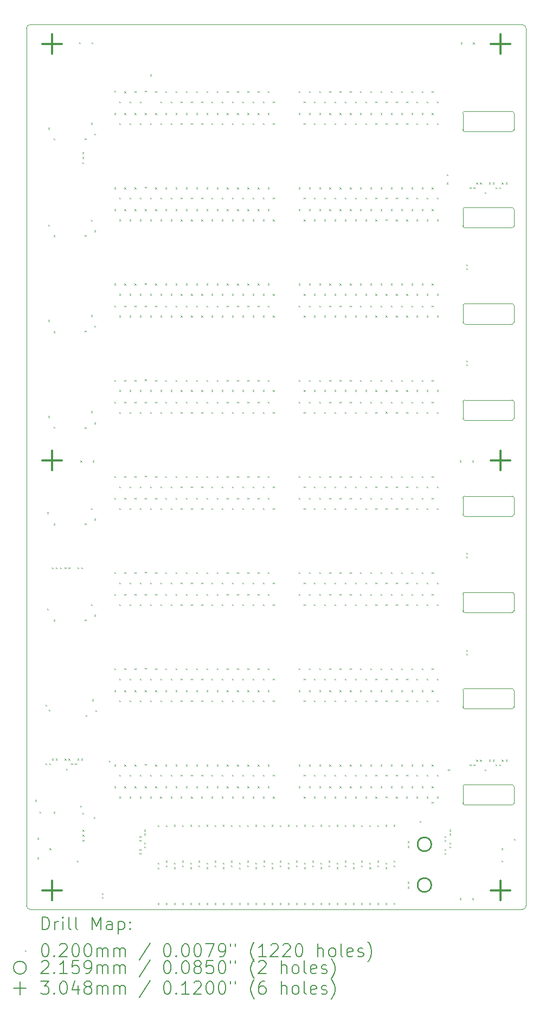
<source format=gbr>
%TF.GenerationSoftware,KiCad,Pcbnew,7.0.1*%
%TF.CreationDate,2023-06-01T09:09:50-04:00*%
%TF.ProjectId,backplane,6261636b-706c-4616-9e65-2e6b69636164,C*%
%TF.SameCoordinates,Original*%
%TF.FileFunction,Drillmap*%
%TF.FilePolarity,Positive*%
%FSLAX45Y45*%
G04 Gerber Fmt 4.5, Leading zero omitted, Abs format (unit mm)*
G04 Created by KiCad (PCBNEW 7.0.1) date 2023-06-01 09:09:50*
%MOMM*%
%LPD*%
G01*
G04 APERTURE LIST*
%ADD10C,0.050000*%
%ADD11C,0.200000*%
%ADD12C,0.020000*%
%ADD13C,0.215900*%
%ADD14C,0.304800*%
G04 APERTURE END LIST*
D10*
X13600000Y-17530000D02*
X13600000Y-3850000D01*
X13540000Y-17590000D02*
G75*
G03*
X13600000Y-17530000I0J60000D01*
G01*
X13540000Y-3790000D02*
X5860000Y-3790000D01*
X5860000Y-3790000D02*
G75*
G03*
X5800000Y-3850000I0J-60000D01*
G01*
X13600000Y-3850000D02*
G75*
G03*
X13540000Y-3790000I-60000J0D01*
G01*
X12643300Y-15958300D02*
X13381700Y-15958300D01*
X13381700Y-15958300D02*
G75*
G03*
X13411300Y-15928700I0J29600D01*
G01*
X13411300Y-15928700D02*
X13411300Y-15673300D01*
X13411300Y-15673300D02*
G75*
G03*
X13381700Y-15643700I-29600J0D01*
G01*
X12643300Y-15643700D02*
G75*
G03*
X12613700Y-15673300I0J-29600D01*
G01*
X12643300Y-15643700D02*
X13381700Y-15643700D01*
X12613700Y-5428700D02*
X12613700Y-5173300D01*
X12613700Y-5428700D02*
G75*
G03*
X12643300Y-5458300I29600J0D01*
G01*
X12643300Y-5458300D02*
X13381700Y-5458300D01*
X13381700Y-5458300D02*
G75*
G03*
X13411300Y-5428700I0J29600D01*
G01*
X12643300Y-5143700D02*
G75*
G03*
X12613700Y-5173300I0J-29600D01*
G01*
X12643300Y-5143700D02*
X13381700Y-5143700D01*
X13411300Y-5173300D02*
G75*
G03*
X13381700Y-5143700I-29600J0D01*
G01*
X13411300Y-5428700D02*
X13411300Y-5173300D01*
X13381700Y-14458300D02*
G75*
G03*
X13411300Y-14428700I0J29600D01*
G01*
X12643300Y-14458300D02*
X13381700Y-14458300D01*
X12613700Y-14428700D02*
G75*
G03*
X12643300Y-14458300I29600J0D01*
G01*
X12613700Y-9928700D02*
G75*
G03*
X12643300Y-9958300I29600J0D01*
G01*
X13411300Y-11173300D02*
G75*
G03*
X13381700Y-11143700I-29600J0D01*
G01*
X13411300Y-14173300D02*
G75*
G03*
X13381700Y-14143700I-29600J0D01*
G01*
X12613700Y-11428700D02*
X12613700Y-11173300D01*
X12643300Y-6643700D02*
G75*
G03*
X12613700Y-6673300I0J-29600D01*
G01*
X12643300Y-9643700D02*
X13381700Y-9643700D01*
X12643300Y-8143700D02*
G75*
G03*
X12613700Y-8173300I0J-29600D01*
G01*
X12643300Y-11143700D02*
G75*
G03*
X12613700Y-11173300I0J-29600D01*
G01*
X12643300Y-11458300D02*
X13381700Y-11458300D01*
X12613700Y-12928700D02*
X12613700Y-12673300D01*
X13381700Y-6958300D02*
G75*
G03*
X13411300Y-6928700I0J29600D01*
G01*
X12643300Y-8143700D02*
X13381700Y-8143700D01*
X13381700Y-11458300D02*
G75*
G03*
X13411300Y-11428700I0J29600D01*
G01*
X13411300Y-6928700D02*
X13411300Y-6673300D01*
X12613700Y-6928700D02*
X12613700Y-6673300D01*
X13411300Y-14428700D02*
X13411300Y-14173300D01*
X12613700Y-14428700D02*
X12613700Y-14173300D01*
X12643300Y-6643700D02*
X13381700Y-6643700D01*
X12613700Y-8428700D02*
X12613700Y-8173300D01*
X13381700Y-12958300D02*
G75*
G03*
X13411300Y-12928700I0J29600D01*
G01*
X13411300Y-9928700D02*
X13411300Y-9673300D01*
X12613700Y-11428700D02*
G75*
G03*
X12643300Y-11458300I29600J0D01*
G01*
X13411300Y-12673300D02*
G75*
G03*
X13381700Y-12643700I-29600J0D01*
G01*
X13411300Y-9673300D02*
G75*
G03*
X13381700Y-9643700I-29600J0D01*
G01*
X12613700Y-15928700D02*
G75*
G03*
X12643300Y-15958300I29600J0D01*
G01*
X5800000Y-17530000D02*
X5800000Y-3850000D01*
X5800000Y-17530000D02*
G75*
G03*
X5860000Y-17590000I60000J0D01*
G01*
X12613700Y-8428700D02*
G75*
G03*
X12643300Y-8458300I29600J0D01*
G01*
X5860000Y-17590000D02*
X13540000Y-17590000D01*
X12643300Y-8458300D02*
X13381700Y-8458300D01*
X13411300Y-8173300D02*
G75*
G03*
X13381700Y-8143700I-29600J0D01*
G01*
X12643300Y-12643700D02*
G75*
G03*
X12613700Y-12673300I0J-29600D01*
G01*
X13411300Y-12928700D02*
X13411300Y-12673300D01*
X12643300Y-12643700D02*
X13381700Y-12643700D01*
X13411300Y-11428700D02*
X13411300Y-11173300D01*
X13411300Y-8428700D02*
X13411300Y-8173300D01*
X13381700Y-8458300D02*
G75*
G03*
X13411300Y-8428700I0J29600D01*
G01*
X12613700Y-6928700D02*
G75*
G03*
X12643300Y-6958300I29600J0D01*
G01*
X12643300Y-12958300D02*
X13381700Y-12958300D01*
X12643300Y-9958300D02*
X13381700Y-9958300D01*
X12643300Y-14143700D02*
X13381700Y-14143700D01*
X12613700Y-9928700D02*
X12613700Y-9673300D01*
X12613700Y-12928700D02*
G75*
G03*
X12643300Y-12958300I29600J0D01*
G01*
X13411300Y-6673300D02*
G75*
G03*
X13381700Y-6643700I-29600J0D01*
G01*
X13381700Y-9958300D02*
G75*
G03*
X13411300Y-9928700I0J29600D01*
G01*
X12643300Y-14143700D02*
G75*
G03*
X12613700Y-14173300I0J-29600D01*
G01*
X12643300Y-6958300D02*
X13381700Y-6958300D01*
X12613700Y-15928700D02*
X12613700Y-15673300D01*
X12643300Y-9643700D02*
G75*
G03*
X12613700Y-9673300I0J-29600D01*
G01*
X12643300Y-11143700D02*
X13381700Y-11143700D01*
D11*
D12*
X5937400Y-15881500D02*
X5957400Y-15901500D01*
X5957400Y-15881500D02*
X5937400Y-15901500D01*
X5971700Y-16474600D02*
X5991700Y-16494600D01*
X5991700Y-16474600D02*
X5971700Y-16494600D01*
X5971700Y-16779400D02*
X5991700Y-16799400D01*
X5991700Y-16779400D02*
X5971700Y-16799400D01*
X6005800Y-16064200D02*
X6025800Y-16084200D01*
X6025800Y-16064200D02*
X6005800Y-16084200D01*
X6097770Y-15310530D02*
X6117770Y-15330530D01*
X6117770Y-15310530D02*
X6097770Y-15330530D01*
X6098700Y-14396500D02*
X6118700Y-14416500D01*
X6118700Y-14396500D02*
X6098700Y-14416500D01*
X6124100Y-12895400D02*
X6144100Y-12915400D01*
X6144100Y-12895400D02*
X6124100Y-12915400D01*
X6124500Y-11395000D02*
X6144500Y-11415000D01*
X6144500Y-11395000D02*
X6124500Y-11415000D01*
X6136800Y-8397400D02*
X6156800Y-8417400D01*
X6156800Y-8397400D02*
X6136800Y-8417400D01*
X6137300Y-9896500D02*
X6157300Y-9916500D01*
X6157300Y-9896500D02*
X6137300Y-9916500D01*
X6137480Y-5400200D02*
X6157480Y-5420200D01*
X6157480Y-5400200D02*
X6137480Y-5420200D01*
X6139980Y-6911500D02*
X6159980Y-6931500D01*
X6159980Y-6911500D02*
X6139980Y-6931500D01*
X6149500Y-14471500D02*
X6169500Y-14491500D01*
X6169500Y-14471500D02*
X6149500Y-14491500D01*
X6157230Y-15310530D02*
X6177230Y-15330530D01*
X6177230Y-15310530D02*
X6157230Y-15330530D01*
X6161600Y-16635000D02*
X6181600Y-16655000D01*
X6181600Y-16635000D02*
X6161600Y-16655000D01*
X6197770Y-12255260D02*
X6217770Y-12275260D01*
X6217770Y-12255260D02*
X6197770Y-12275260D01*
X6197770Y-15237260D02*
X6217770Y-15257260D01*
X6217770Y-15237260D02*
X6197770Y-15257260D01*
X6225700Y-5565300D02*
X6245700Y-5585300D01*
X6245700Y-5565300D02*
X6225700Y-5585300D01*
X6225700Y-7076600D02*
X6245700Y-7096600D01*
X6245700Y-7076600D02*
X6225700Y-7096600D01*
X6225700Y-8575200D02*
X6245700Y-8595200D01*
X6245700Y-8575200D02*
X6225700Y-8595200D01*
X6225700Y-10061100D02*
X6245700Y-10081100D01*
X6245700Y-10061100D02*
X6225700Y-10081100D01*
X6225700Y-11572400D02*
X6245700Y-11592400D01*
X6245700Y-11572400D02*
X6225700Y-11592400D01*
X6225700Y-13071000D02*
X6245700Y-13091000D01*
X6245700Y-13071000D02*
X6225700Y-13091000D01*
X6225700Y-16068200D02*
X6245700Y-16088200D01*
X6245700Y-16068200D02*
X6225700Y-16088200D01*
X6257230Y-12255260D02*
X6277230Y-12275260D01*
X6277230Y-12255260D02*
X6257230Y-12275260D01*
X6257230Y-15237260D02*
X6277230Y-15257260D01*
X6277230Y-15237260D02*
X6257230Y-15257260D01*
X6327500Y-12255260D02*
X6347500Y-12275260D01*
X6347500Y-12255260D02*
X6327500Y-12275260D01*
X6397770Y-12255260D02*
X6417770Y-12275260D01*
X6417770Y-12255260D02*
X6397770Y-12275260D01*
X6397770Y-15237260D02*
X6417770Y-15257260D01*
X6417770Y-15237260D02*
X6397770Y-15257260D01*
X6416200Y-15395100D02*
X6436200Y-15415100D01*
X6436200Y-15395100D02*
X6416200Y-15415100D01*
X6457230Y-12255260D02*
X6477230Y-12275260D01*
X6477230Y-12255260D02*
X6457230Y-12275260D01*
X6457230Y-15237260D02*
X6477230Y-15257260D01*
X6477230Y-15237260D02*
X6457230Y-15257260D01*
X6497770Y-15310530D02*
X6517770Y-15330530D01*
X6517770Y-15310530D02*
X6497770Y-15330530D01*
X6557230Y-15310530D02*
X6577230Y-15330530D01*
X6577230Y-15310530D02*
X6557230Y-15330530D01*
X6588400Y-16825000D02*
X6608400Y-16845000D01*
X6608400Y-16825000D02*
X6588400Y-16845000D01*
X6597770Y-12255260D02*
X6617770Y-12275260D01*
X6617770Y-12255260D02*
X6597770Y-12275260D01*
X6597770Y-15237260D02*
X6617770Y-15257260D01*
X6617770Y-15237260D02*
X6597770Y-15257260D01*
X6623300Y-4066700D02*
X6643300Y-4086700D01*
X6643300Y-4066700D02*
X6623300Y-4086700D01*
X6638450Y-15972950D02*
X6658450Y-15992950D01*
X6658450Y-15972950D02*
X6638450Y-15992950D01*
X6642300Y-10590000D02*
X6662300Y-10610000D01*
X6662300Y-10590000D02*
X6642300Y-10610000D01*
X6657230Y-12255260D02*
X6677230Y-12275260D01*
X6677230Y-12255260D02*
X6657230Y-12275260D01*
X6657230Y-15237260D02*
X6677230Y-15257260D01*
X6677230Y-15237260D02*
X6657230Y-15257260D01*
X6670300Y-5779270D02*
X6690300Y-5799270D01*
X6690300Y-5779270D02*
X6670300Y-5799270D01*
X6670300Y-5857400D02*
X6690300Y-5877400D01*
X6690300Y-5857400D02*
X6670300Y-5877400D01*
X6670300Y-5938730D02*
X6690300Y-5958730D01*
X6690300Y-5938730D02*
X6670300Y-5958730D01*
X6673000Y-16082500D02*
X6693000Y-16102500D01*
X6693000Y-16082500D02*
X6673000Y-16102500D01*
X6675850Y-16423800D02*
X6695850Y-16443800D01*
X6695850Y-16423800D02*
X6675850Y-16443800D01*
X6677160Y-16345670D02*
X6697160Y-16365670D01*
X6697160Y-16345670D02*
X6677160Y-16365670D01*
X6677160Y-16505130D02*
X6697160Y-16525130D01*
X6697160Y-16505130D02*
X6677160Y-16525130D01*
X6711100Y-5562500D02*
X6731100Y-5582500D01*
X6731100Y-5562500D02*
X6711100Y-5582500D01*
X6711100Y-7073800D02*
X6731100Y-7093800D01*
X6731100Y-7073800D02*
X6711100Y-7093800D01*
X6711100Y-8559700D02*
X6731100Y-8579700D01*
X6731100Y-8559700D02*
X6711100Y-8579700D01*
X6711100Y-10071000D02*
X6731100Y-10091000D01*
X6731100Y-10071000D02*
X6711100Y-10091000D01*
X6711100Y-11569600D02*
X6731100Y-11589600D01*
X6731100Y-11569600D02*
X6711100Y-11589600D01*
X6711100Y-13068200D02*
X6731100Y-13088200D01*
X6731100Y-13068200D02*
X6711100Y-13088200D01*
X6723800Y-14554100D02*
X6743800Y-14574100D01*
X6743800Y-14554100D02*
X6723800Y-14574100D01*
X6809900Y-5324000D02*
X6829900Y-5344000D01*
X6829900Y-5324000D02*
X6809900Y-5344000D01*
X6809900Y-6835300D02*
X6829900Y-6855300D01*
X6829900Y-6835300D02*
X6809900Y-6855300D01*
X6809900Y-8321200D02*
X6829900Y-8341200D01*
X6829900Y-8321200D02*
X6809900Y-8341200D01*
X6809900Y-9819800D02*
X6829900Y-9839800D01*
X6829900Y-9819800D02*
X6809900Y-9839800D01*
X6809900Y-11331100D02*
X6829900Y-11351100D01*
X6829900Y-11331100D02*
X6809900Y-11351100D01*
X6809900Y-12829700D02*
X6829900Y-12849700D01*
X6829900Y-12829700D02*
X6809900Y-12849700D01*
X6815800Y-4066700D02*
X6835800Y-4086700D01*
X6835800Y-4066700D02*
X6815800Y-4086700D01*
X6822600Y-14315600D02*
X6842600Y-14335600D01*
X6842600Y-14315600D02*
X6822600Y-14335600D01*
X6834800Y-10590000D02*
X6854800Y-10610000D01*
X6854800Y-10590000D02*
X6834800Y-10610000D01*
X6848000Y-16148800D02*
X6868000Y-16168800D01*
X6868000Y-16148800D02*
X6848000Y-16168800D01*
X6860700Y-5489100D02*
X6880700Y-5509100D01*
X6880700Y-5489100D02*
X6860700Y-5509100D01*
X6860700Y-7000400D02*
X6880700Y-7020400D01*
X6880700Y-7000400D02*
X6860700Y-7020400D01*
X6860700Y-8486300D02*
X6880700Y-8506300D01*
X6880700Y-8486300D02*
X6860700Y-8506300D01*
X6860700Y-9997600D02*
X6880700Y-10017600D01*
X6880700Y-9997600D02*
X6860700Y-10017600D01*
X6860700Y-11496200D02*
X6880700Y-11516200D01*
X6880700Y-11496200D02*
X6860700Y-11516200D01*
X6860700Y-12994800D02*
X6880700Y-13014800D01*
X6880700Y-12994800D02*
X6860700Y-13014800D01*
X6873400Y-14480700D02*
X6893400Y-14500700D01*
X6893400Y-14480700D02*
X6873400Y-14500700D01*
X6979330Y-17333870D02*
X6999330Y-17353870D01*
X6999330Y-17333870D02*
X6979330Y-17353870D01*
X6979330Y-17393330D02*
X6999330Y-17413330D01*
X6999330Y-17393330D02*
X6979330Y-17413330D01*
X7089300Y-15268100D02*
X7109300Y-15288100D01*
X7109300Y-15268100D02*
X7089300Y-15288100D01*
X7170000Y-5170100D02*
X7190000Y-5190100D01*
X7190000Y-5170100D02*
X7170000Y-5190100D01*
X7170000Y-6330100D02*
X7190000Y-6350100D01*
X7190000Y-6330100D02*
X7170000Y-6350100D01*
X7170000Y-6670100D02*
X7190000Y-6690100D01*
X7190000Y-6670100D02*
X7170000Y-6690100D01*
X7170000Y-7830100D02*
X7190000Y-7850100D01*
X7190000Y-7830100D02*
X7170000Y-7850100D01*
X7170000Y-8170100D02*
X7190000Y-8190100D01*
X7190000Y-8170100D02*
X7170000Y-8190100D01*
X7170000Y-9330100D02*
X7190000Y-9350100D01*
X7190000Y-9330100D02*
X7170000Y-9350100D01*
X7170000Y-9670100D02*
X7190000Y-9690100D01*
X7190000Y-9670100D02*
X7170000Y-9690100D01*
X7170000Y-10830100D02*
X7190000Y-10850100D01*
X7190000Y-10830100D02*
X7170000Y-10850100D01*
X7170000Y-11170100D02*
X7190000Y-11190100D01*
X7190000Y-11170100D02*
X7170000Y-11190100D01*
X7170000Y-12330100D02*
X7190000Y-12350100D01*
X7190000Y-12330100D02*
X7170000Y-12350100D01*
X7170000Y-12670100D02*
X7190000Y-12690100D01*
X7190000Y-12670100D02*
X7170000Y-12690100D01*
X7170000Y-13830100D02*
X7190000Y-13850100D01*
X7190000Y-13830100D02*
X7170000Y-13850100D01*
X7170000Y-14170100D02*
X7190000Y-14190100D01*
X7190000Y-14170100D02*
X7170000Y-14190100D01*
X7170000Y-15330100D02*
X7190000Y-15350100D01*
X7190000Y-15330100D02*
X7170000Y-15350100D01*
X7170000Y-15670100D02*
X7190000Y-15690100D01*
X7190000Y-15670100D02*
X7170000Y-15690100D01*
X7170079Y-4820981D02*
X7190079Y-4840981D01*
X7190079Y-4820981D02*
X7170079Y-4840981D01*
X7250000Y-4989900D02*
X7270000Y-5009900D01*
X7270000Y-4989900D02*
X7250000Y-5009900D01*
X7250000Y-5329900D02*
X7270000Y-5349900D01*
X7270000Y-5329900D02*
X7250000Y-5349900D01*
X7250000Y-6489900D02*
X7270000Y-6509900D01*
X7270000Y-6489900D02*
X7250000Y-6509900D01*
X7250000Y-6829900D02*
X7270000Y-6849900D01*
X7270000Y-6829900D02*
X7250000Y-6849900D01*
X7250000Y-7989900D02*
X7270000Y-8009900D01*
X7270000Y-7989900D02*
X7250000Y-8009900D01*
X7250000Y-8329900D02*
X7270000Y-8349900D01*
X7270000Y-8329900D02*
X7250000Y-8349900D01*
X7250000Y-9489900D02*
X7270000Y-9509900D01*
X7270000Y-9489900D02*
X7250000Y-9509900D01*
X7250000Y-9829900D02*
X7270000Y-9849900D01*
X7270000Y-9829900D02*
X7250000Y-9849900D01*
X7250000Y-10989900D02*
X7270000Y-11009900D01*
X7270000Y-10989900D02*
X7250000Y-11009900D01*
X7250000Y-11329900D02*
X7270000Y-11349900D01*
X7270000Y-11329900D02*
X7250000Y-11349900D01*
X7250000Y-12489900D02*
X7270000Y-12509900D01*
X7270000Y-12489900D02*
X7250000Y-12509900D01*
X7250000Y-12829900D02*
X7270000Y-12849900D01*
X7270000Y-12829900D02*
X7250000Y-12849900D01*
X7250000Y-13989900D02*
X7270000Y-14009900D01*
X7270000Y-13989900D02*
X7250000Y-14009900D01*
X7250000Y-14329900D02*
X7270000Y-14349900D01*
X7270000Y-14329900D02*
X7250000Y-14349900D01*
X7250000Y-15489900D02*
X7270000Y-15509900D01*
X7270000Y-15489900D02*
X7250000Y-15509900D01*
X7250000Y-15829900D02*
X7270000Y-15849900D01*
X7270000Y-15829900D02*
X7250000Y-15849900D01*
X7330000Y-5170100D02*
X7350000Y-5190100D01*
X7350000Y-5170100D02*
X7330000Y-5190100D01*
X7330000Y-6330100D02*
X7350000Y-6350100D01*
X7350000Y-6330100D02*
X7330000Y-6350100D01*
X7330000Y-6670100D02*
X7350000Y-6690100D01*
X7350000Y-6670100D02*
X7330000Y-6690100D01*
X7330000Y-7830100D02*
X7350000Y-7850100D01*
X7350000Y-7830100D02*
X7330000Y-7850100D01*
X7330000Y-8170100D02*
X7350000Y-8190100D01*
X7350000Y-8170100D02*
X7330000Y-8190100D01*
X7330000Y-9330100D02*
X7350000Y-9350100D01*
X7350000Y-9330100D02*
X7330000Y-9350100D01*
X7330000Y-9670100D02*
X7350000Y-9690100D01*
X7350000Y-9670100D02*
X7330000Y-9690100D01*
X7330000Y-10830100D02*
X7350000Y-10850100D01*
X7350000Y-10830100D02*
X7330000Y-10850100D01*
X7330000Y-11170100D02*
X7350000Y-11190100D01*
X7350000Y-11170100D02*
X7330000Y-11190100D01*
X7330000Y-12330100D02*
X7350000Y-12350100D01*
X7350000Y-12330100D02*
X7330000Y-12350100D01*
X7330000Y-12670100D02*
X7350000Y-12690100D01*
X7350000Y-12670100D02*
X7330000Y-12690100D01*
X7330000Y-13830100D02*
X7350000Y-13850100D01*
X7350000Y-13830100D02*
X7330000Y-13850100D01*
X7330000Y-14170100D02*
X7350000Y-14190100D01*
X7350000Y-14170100D02*
X7330000Y-14190100D01*
X7330000Y-15330100D02*
X7350000Y-15350100D01*
X7350000Y-15330100D02*
X7330000Y-15350100D01*
X7330000Y-15670100D02*
X7350000Y-15690100D01*
X7350000Y-15670100D02*
X7330000Y-15690100D01*
X7330079Y-4830981D02*
X7350079Y-4850981D01*
X7350079Y-4830981D02*
X7330079Y-4850981D01*
X7410000Y-4989900D02*
X7430000Y-5009900D01*
X7430000Y-4989900D02*
X7410000Y-5009900D01*
X7410000Y-5329900D02*
X7430000Y-5349900D01*
X7430000Y-5329900D02*
X7410000Y-5349900D01*
X7410000Y-6489900D02*
X7430000Y-6509900D01*
X7430000Y-6489900D02*
X7410000Y-6509900D01*
X7410000Y-6829900D02*
X7430000Y-6849900D01*
X7430000Y-6829900D02*
X7410000Y-6849900D01*
X7410000Y-7989900D02*
X7430000Y-8009900D01*
X7430000Y-7989900D02*
X7410000Y-8009900D01*
X7410000Y-8329900D02*
X7430000Y-8349900D01*
X7430000Y-8329900D02*
X7410000Y-8349900D01*
X7410000Y-9489900D02*
X7430000Y-9509900D01*
X7430000Y-9489900D02*
X7410000Y-9509900D01*
X7410000Y-9829900D02*
X7430000Y-9849900D01*
X7430000Y-9829900D02*
X7410000Y-9849900D01*
X7410000Y-10989900D02*
X7430000Y-11009900D01*
X7430000Y-10989900D02*
X7410000Y-11009900D01*
X7410000Y-11329900D02*
X7430000Y-11349900D01*
X7430000Y-11329900D02*
X7410000Y-11349900D01*
X7410000Y-12489900D02*
X7430000Y-12509900D01*
X7430000Y-12489900D02*
X7410000Y-12509900D01*
X7410000Y-12829900D02*
X7430000Y-12849900D01*
X7430000Y-12829900D02*
X7410000Y-12849900D01*
X7410000Y-13989900D02*
X7430000Y-14009900D01*
X7430000Y-13989900D02*
X7410000Y-14009900D01*
X7410000Y-14329900D02*
X7430000Y-14349900D01*
X7430000Y-14329900D02*
X7410000Y-14349900D01*
X7410000Y-15489900D02*
X7430000Y-15509900D01*
X7430000Y-15489900D02*
X7410000Y-15509900D01*
X7410000Y-15829900D02*
X7430000Y-15849900D01*
X7430000Y-15829900D02*
X7410000Y-15849900D01*
X7490000Y-4830100D02*
X7510000Y-4850100D01*
X7510000Y-4830100D02*
X7490000Y-4850100D01*
X7490000Y-5170100D02*
X7510000Y-5190100D01*
X7510000Y-5170100D02*
X7490000Y-5190100D01*
X7490000Y-6330100D02*
X7510000Y-6350100D01*
X7510000Y-6330100D02*
X7490000Y-6350100D01*
X7490000Y-6670100D02*
X7510000Y-6690100D01*
X7510000Y-6670100D02*
X7490000Y-6690100D01*
X7490000Y-7830100D02*
X7510000Y-7850100D01*
X7510000Y-7830100D02*
X7490000Y-7850100D01*
X7490000Y-8170100D02*
X7510000Y-8190100D01*
X7510000Y-8170100D02*
X7490000Y-8190100D01*
X7490000Y-9330100D02*
X7510000Y-9350100D01*
X7510000Y-9330100D02*
X7490000Y-9350100D01*
X7490000Y-9670100D02*
X7510000Y-9690100D01*
X7510000Y-9670100D02*
X7490000Y-9690100D01*
X7490000Y-10830100D02*
X7510000Y-10850100D01*
X7510000Y-10830100D02*
X7490000Y-10850100D01*
X7490000Y-11170100D02*
X7510000Y-11190100D01*
X7510000Y-11170100D02*
X7490000Y-11190100D01*
X7490000Y-12330100D02*
X7510000Y-12350100D01*
X7510000Y-12330100D02*
X7490000Y-12350100D01*
X7490000Y-12670100D02*
X7510000Y-12690100D01*
X7510000Y-12670100D02*
X7490000Y-12690100D01*
X7490000Y-13830100D02*
X7510000Y-13850100D01*
X7510000Y-13830100D02*
X7490000Y-13850100D01*
X7490000Y-14170100D02*
X7510000Y-14190100D01*
X7510000Y-14170100D02*
X7490000Y-14190100D01*
X7490000Y-15330100D02*
X7510000Y-15350100D01*
X7510000Y-15330100D02*
X7490000Y-15350100D01*
X7490000Y-15670100D02*
X7510000Y-15690100D01*
X7510000Y-15670100D02*
X7490000Y-15690100D01*
X7566160Y-16445670D02*
X7586160Y-16465670D01*
X7586160Y-16445670D02*
X7566160Y-16465670D01*
X7566160Y-16505130D02*
X7586160Y-16525130D01*
X7586160Y-16505130D02*
X7566160Y-16525130D01*
X7566160Y-16645670D02*
X7586160Y-16665670D01*
X7586160Y-16645670D02*
X7566160Y-16665670D01*
X7566160Y-16705130D02*
X7586160Y-16725130D01*
X7586160Y-16705130D02*
X7566160Y-16725130D01*
X7570000Y-4989900D02*
X7590000Y-5009900D01*
X7590000Y-4989900D02*
X7570000Y-5009900D01*
X7570000Y-5329900D02*
X7590000Y-5349900D01*
X7590000Y-5329900D02*
X7570000Y-5349900D01*
X7570000Y-6489900D02*
X7590000Y-6509900D01*
X7590000Y-6489900D02*
X7570000Y-6509900D01*
X7570000Y-6829900D02*
X7590000Y-6849900D01*
X7590000Y-6829900D02*
X7570000Y-6849900D01*
X7570000Y-7989900D02*
X7590000Y-8009900D01*
X7590000Y-7989900D02*
X7570000Y-8009900D01*
X7570000Y-8329900D02*
X7590000Y-8349900D01*
X7590000Y-8329900D02*
X7570000Y-8349900D01*
X7570000Y-9489900D02*
X7590000Y-9509900D01*
X7590000Y-9489900D02*
X7570000Y-9509900D01*
X7570000Y-9829900D02*
X7590000Y-9849900D01*
X7590000Y-9829900D02*
X7570000Y-9849900D01*
X7570000Y-10989900D02*
X7590000Y-11009900D01*
X7590000Y-10989900D02*
X7570000Y-11009900D01*
X7570000Y-11329900D02*
X7590000Y-11349900D01*
X7590000Y-11329900D02*
X7570000Y-11349900D01*
X7570000Y-12489900D02*
X7590000Y-12509900D01*
X7590000Y-12489900D02*
X7570000Y-12509900D01*
X7570000Y-12829900D02*
X7590000Y-12849900D01*
X7590000Y-12829900D02*
X7570000Y-12849900D01*
X7570000Y-13989900D02*
X7590000Y-14009900D01*
X7590000Y-13989900D02*
X7570000Y-14009900D01*
X7570000Y-14329900D02*
X7590000Y-14349900D01*
X7590000Y-14329900D02*
X7570000Y-14349900D01*
X7570000Y-15489900D02*
X7590000Y-15509900D01*
X7590000Y-15489900D02*
X7570000Y-15509900D01*
X7570000Y-15829900D02*
X7590000Y-15849900D01*
X7590000Y-15829900D02*
X7570000Y-15849900D01*
X7639430Y-16345670D02*
X7659430Y-16365670D01*
X7659430Y-16345670D02*
X7639430Y-16365670D01*
X7639430Y-16405130D02*
X7659430Y-16425130D01*
X7659430Y-16405130D02*
X7639430Y-16425130D01*
X7639430Y-16545670D02*
X7659430Y-16565670D01*
X7659430Y-16545670D02*
X7639430Y-16565670D01*
X7639430Y-16605130D02*
X7659430Y-16625130D01*
X7659430Y-16605130D02*
X7639430Y-16625130D01*
X7650000Y-4820100D02*
X7670000Y-4840100D01*
X7670000Y-4820100D02*
X7650000Y-4840100D01*
X7650000Y-5170100D02*
X7670000Y-5190100D01*
X7670000Y-5170100D02*
X7650000Y-5190100D01*
X7650000Y-6320100D02*
X7670000Y-6340100D01*
X7670000Y-6320100D02*
X7650000Y-6340100D01*
X7650000Y-6670100D02*
X7670000Y-6690100D01*
X7670000Y-6670100D02*
X7650000Y-6690100D01*
X7650000Y-7820100D02*
X7670000Y-7840100D01*
X7670000Y-7820100D02*
X7650000Y-7840100D01*
X7650000Y-8170100D02*
X7670000Y-8190100D01*
X7670000Y-8170100D02*
X7650000Y-8190100D01*
X7650000Y-9320100D02*
X7670000Y-9340100D01*
X7670000Y-9320100D02*
X7650000Y-9340100D01*
X7650000Y-9670100D02*
X7670000Y-9690100D01*
X7670000Y-9670100D02*
X7650000Y-9690100D01*
X7650000Y-10820100D02*
X7670000Y-10840100D01*
X7670000Y-10820100D02*
X7650000Y-10840100D01*
X7650000Y-11170100D02*
X7670000Y-11190100D01*
X7670000Y-11170100D02*
X7650000Y-11190100D01*
X7650000Y-12320100D02*
X7670000Y-12340100D01*
X7670000Y-12320100D02*
X7650000Y-12340100D01*
X7650000Y-12670100D02*
X7670000Y-12690100D01*
X7670000Y-12670100D02*
X7650000Y-12690100D01*
X7650000Y-13820100D02*
X7670000Y-13840100D01*
X7670000Y-13820100D02*
X7650000Y-13840100D01*
X7650000Y-14170100D02*
X7670000Y-14190100D01*
X7670000Y-14170100D02*
X7650000Y-14190100D01*
X7650000Y-15670100D02*
X7670000Y-15690100D01*
X7670000Y-15670100D02*
X7650000Y-15690100D01*
X7650001Y-15320099D02*
X7670001Y-15340099D01*
X7670001Y-15320099D02*
X7650001Y-15340099D01*
X7730000Y-4569200D02*
X7750000Y-4589200D01*
X7750000Y-4569200D02*
X7730000Y-4589200D01*
X7730000Y-5329900D02*
X7750000Y-5349900D01*
X7750000Y-5329900D02*
X7730000Y-5349900D01*
X7730000Y-6489900D02*
X7750000Y-6509900D01*
X7750000Y-6489900D02*
X7730000Y-6509900D01*
X7730000Y-6829900D02*
X7750000Y-6849900D01*
X7750000Y-6829900D02*
X7730000Y-6849900D01*
X7730000Y-7989900D02*
X7750000Y-8009900D01*
X7750000Y-7989900D02*
X7730000Y-8009900D01*
X7730000Y-8329900D02*
X7750000Y-8349900D01*
X7750000Y-8329900D02*
X7730000Y-8349900D01*
X7730000Y-9489900D02*
X7750000Y-9509900D01*
X7750000Y-9489900D02*
X7730000Y-9509900D01*
X7730000Y-9829900D02*
X7750000Y-9849900D01*
X7750000Y-9829900D02*
X7730000Y-9849900D01*
X7730000Y-10989900D02*
X7750000Y-11009900D01*
X7750000Y-10989900D02*
X7730000Y-11009900D01*
X7730000Y-11329900D02*
X7750000Y-11349900D01*
X7750000Y-11329900D02*
X7730000Y-11349900D01*
X7730000Y-12489900D02*
X7750000Y-12509900D01*
X7750000Y-12489900D02*
X7730000Y-12509900D01*
X7730000Y-12829900D02*
X7750000Y-12849900D01*
X7750000Y-12829900D02*
X7730000Y-12849900D01*
X7730000Y-13989900D02*
X7750000Y-14009900D01*
X7750000Y-13989900D02*
X7730000Y-14009900D01*
X7730000Y-14329900D02*
X7750000Y-14349900D01*
X7750000Y-14329900D02*
X7730000Y-14349900D01*
X7730000Y-15489900D02*
X7750000Y-15509900D01*
X7750000Y-15489900D02*
X7730000Y-15509900D01*
X7730000Y-15829900D02*
X7750000Y-15849900D01*
X7750000Y-15829900D02*
X7730000Y-15849900D01*
X7810000Y-4830100D02*
X7830000Y-4850100D01*
X7830000Y-4830100D02*
X7810000Y-4850100D01*
X7810000Y-5170100D02*
X7830000Y-5190100D01*
X7830000Y-5170100D02*
X7810000Y-5190100D01*
X7810000Y-6330100D02*
X7830000Y-6350100D01*
X7830000Y-6330100D02*
X7810000Y-6350100D01*
X7810000Y-6670100D02*
X7830000Y-6690100D01*
X7830000Y-6670100D02*
X7810000Y-6690100D01*
X7810000Y-7830100D02*
X7830000Y-7850100D01*
X7830000Y-7830100D02*
X7810000Y-7850100D01*
X7810000Y-8170100D02*
X7830000Y-8190100D01*
X7830000Y-8170100D02*
X7810000Y-8190100D01*
X7810000Y-9330100D02*
X7830000Y-9350100D01*
X7830000Y-9330100D02*
X7810000Y-9350100D01*
X7810000Y-9670100D02*
X7830000Y-9690100D01*
X7830000Y-9670100D02*
X7810000Y-9690100D01*
X7810000Y-10830100D02*
X7830000Y-10850100D01*
X7830000Y-10830100D02*
X7810000Y-10850100D01*
X7810000Y-11170100D02*
X7830000Y-11190100D01*
X7830000Y-11170100D02*
X7810000Y-11190100D01*
X7810000Y-12330100D02*
X7830000Y-12350100D01*
X7830000Y-12330100D02*
X7810000Y-12350100D01*
X7810000Y-12670100D02*
X7830000Y-12690100D01*
X7830000Y-12670100D02*
X7810000Y-12690100D01*
X7810000Y-13830100D02*
X7830000Y-13850100D01*
X7830000Y-13830100D02*
X7810000Y-13850100D01*
X7810000Y-14170100D02*
X7830000Y-14190100D01*
X7830000Y-14170100D02*
X7810000Y-14190100D01*
X7810000Y-15330100D02*
X7830000Y-15350100D01*
X7830000Y-15330100D02*
X7810000Y-15350100D01*
X7810000Y-15670100D02*
X7830000Y-15690100D01*
X7830000Y-15670100D02*
X7810000Y-15690100D01*
X7848500Y-16275103D02*
X7868500Y-16295103D01*
X7868500Y-16275103D02*
X7848500Y-16295103D01*
X7848500Y-16861900D02*
X7868500Y-16881900D01*
X7868500Y-16861900D02*
X7848500Y-16881900D01*
X7848500Y-16935503D02*
X7868500Y-16955503D01*
X7868500Y-16935503D02*
X7848500Y-16955503D01*
X7848500Y-17491100D02*
X7868500Y-17511100D01*
X7868500Y-17491100D02*
X7848500Y-17511100D01*
X7887498Y-15829900D02*
X7907498Y-15849900D01*
X7907498Y-15829900D02*
X7887498Y-15849900D01*
X7890000Y-4989900D02*
X7910000Y-5009900D01*
X7910000Y-4989900D02*
X7890000Y-5009900D01*
X7890000Y-5329900D02*
X7910000Y-5349900D01*
X7910000Y-5329900D02*
X7890000Y-5349900D01*
X7890000Y-6489900D02*
X7910000Y-6509900D01*
X7910000Y-6489900D02*
X7890000Y-6509900D01*
X7890000Y-6829900D02*
X7910000Y-6849900D01*
X7910000Y-6829900D02*
X7890000Y-6849900D01*
X7890000Y-7989900D02*
X7910000Y-8009900D01*
X7910000Y-7989900D02*
X7890000Y-8009900D01*
X7890000Y-8329900D02*
X7910000Y-8349900D01*
X7910000Y-8329900D02*
X7890000Y-8349900D01*
X7890000Y-9489900D02*
X7910000Y-9509900D01*
X7910000Y-9489900D02*
X7890000Y-9509900D01*
X7890000Y-9829900D02*
X7910000Y-9849900D01*
X7910000Y-9829900D02*
X7890000Y-9849900D01*
X7890000Y-10989900D02*
X7910000Y-11009900D01*
X7910000Y-10989900D02*
X7890000Y-11009900D01*
X7890000Y-11329900D02*
X7910000Y-11349900D01*
X7910000Y-11329900D02*
X7890000Y-11349900D01*
X7890000Y-12489900D02*
X7910000Y-12509900D01*
X7910000Y-12489900D02*
X7890000Y-12509900D01*
X7890000Y-12829900D02*
X7910000Y-12849900D01*
X7910000Y-12829900D02*
X7890000Y-12849900D01*
X7890000Y-13989900D02*
X7910000Y-14009900D01*
X7910000Y-13989900D02*
X7890000Y-14009900D01*
X7890000Y-14329900D02*
X7910000Y-14349900D01*
X7910000Y-14329900D02*
X7890000Y-14349900D01*
X7890000Y-15489900D02*
X7910000Y-15509900D01*
X7910000Y-15489900D02*
X7890000Y-15509900D01*
X7970000Y-4830100D02*
X7990000Y-4850100D01*
X7990000Y-4830100D02*
X7970000Y-4850100D01*
X7970000Y-5170100D02*
X7990000Y-5190100D01*
X7990000Y-5170100D02*
X7970000Y-5190100D01*
X7970000Y-6330100D02*
X7990000Y-6350100D01*
X7990000Y-6330100D02*
X7970000Y-6350100D01*
X7970000Y-6670100D02*
X7990000Y-6690100D01*
X7990000Y-6670100D02*
X7970000Y-6690100D01*
X7970000Y-7830100D02*
X7990000Y-7850100D01*
X7990000Y-7830100D02*
X7970000Y-7850100D01*
X7970000Y-8170100D02*
X7990000Y-8190100D01*
X7990000Y-8170100D02*
X7970000Y-8190100D01*
X7970000Y-9330100D02*
X7990000Y-9350100D01*
X7990000Y-9330100D02*
X7970000Y-9350100D01*
X7970000Y-9670100D02*
X7990000Y-9690100D01*
X7990000Y-9670100D02*
X7970000Y-9690100D01*
X7970000Y-10830100D02*
X7990000Y-10850100D01*
X7990000Y-10830100D02*
X7970000Y-10850100D01*
X7970000Y-11170100D02*
X7990000Y-11190100D01*
X7990000Y-11170100D02*
X7970000Y-11190100D01*
X7970000Y-12330100D02*
X7990000Y-12350100D01*
X7990000Y-12330100D02*
X7970000Y-12350100D01*
X7970000Y-12670100D02*
X7990000Y-12690100D01*
X7990000Y-12670100D02*
X7970000Y-12690100D01*
X7970000Y-13830100D02*
X7990000Y-13850100D01*
X7990000Y-13830100D02*
X7970000Y-13850100D01*
X7970000Y-14170100D02*
X7990000Y-14190100D01*
X7990000Y-14170100D02*
X7970000Y-14190100D01*
X7970000Y-15330100D02*
X7990000Y-15350100D01*
X7990000Y-15330100D02*
X7970000Y-15350100D01*
X7970000Y-15670100D02*
X7990000Y-15690100D01*
X7990000Y-15670100D02*
X7970000Y-15690100D01*
X7975321Y-16901021D02*
X7995321Y-16921021D01*
X7995321Y-16901021D02*
X7975321Y-16921021D01*
X7975500Y-16275103D02*
X7995500Y-16295103D01*
X7995500Y-16275103D02*
X7975500Y-16295103D01*
X7975500Y-16830700D02*
X7995500Y-16850700D01*
X7995500Y-16830700D02*
X7975500Y-16850700D01*
X7975500Y-17491100D02*
X7995500Y-17511100D01*
X7995500Y-17491100D02*
X7975500Y-17511100D01*
X8050000Y-4989900D02*
X8070000Y-5009900D01*
X8070000Y-4989900D02*
X8050000Y-5009900D01*
X8050000Y-5329900D02*
X8070000Y-5349900D01*
X8070000Y-5329900D02*
X8050000Y-5349900D01*
X8050000Y-6489900D02*
X8070000Y-6509900D01*
X8070000Y-6489900D02*
X8050000Y-6509900D01*
X8050000Y-6829900D02*
X8070000Y-6849900D01*
X8070000Y-6829900D02*
X8050000Y-6849900D01*
X8050000Y-7989900D02*
X8070000Y-8009900D01*
X8070000Y-7989900D02*
X8050000Y-8009900D01*
X8050000Y-8329900D02*
X8070000Y-8349900D01*
X8070000Y-8329900D02*
X8050000Y-8349900D01*
X8050000Y-9489900D02*
X8070000Y-9509900D01*
X8070000Y-9489900D02*
X8050000Y-9509900D01*
X8050000Y-9829900D02*
X8070000Y-9849900D01*
X8070000Y-9829900D02*
X8050000Y-9849900D01*
X8050000Y-10989900D02*
X8070000Y-11009900D01*
X8070000Y-10989900D02*
X8050000Y-11009900D01*
X8050000Y-11329900D02*
X8070000Y-11349900D01*
X8070000Y-11329900D02*
X8050000Y-11349900D01*
X8050000Y-12489900D02*
X8070000Y-12509900D01*
X8070000Y-12489900D02*
X8050000Y-12509900D01*
X8050000Y-12829900D02*
X8070000Y-12849900D01*
X8070000Y-12829900D02*
X8050000Y-12849900D01*
X8050000Y-13989900D02*
X8070000Y-14009900D01*
X8070000Y-13989900D02*
X8050000Y-14009900D01*
X8050000Y-14329900D02*
X8070000Y-14349900D01*
X8070000Y-14329900D02*
X8050000Y-14349900D01*
X8050000Y-15489900D02*
X8070000Y-15509900D01*
X8070000Y-15489900D02*
X8050000Y-15509900D01*
X8050000Y-15829900D02*
X8070000Y-15849900D01*
X8070000Y-15829900D02*
X8050000Y-15849900D01*
X8102500Y-16271900D02*
X8122500Y-16291900D01*
X8122500Y-16271900D02*
X8102500Y-16291900D01*
X8102500Y-16861900D02*
X8122500Y-16881900D01*
X8122500Y-16861900D02*
X8102500Y-16881900D01*
X8102500Y-16932300D02*
X8122500Y-16952300D01*
X8122500Y-16932300D02*
X8102500Y-16952300D01*
X8102500Y-17491100D02*
X8122500Y-17511100D01*
X8122500Y-17491100D02*
X8102500Y-17511100D01*
X8130000Y-4830100D02*
X8150000Y-4850100D01*
X8150000Y-4830100D02*
X8130000Y-4850100D01*
X8130000Y-5170100D02*
X8150000Y-5190100D01*
X8150000Y-5170100D02*
X8130000Y-5190100D01*
X8130000Y-6330100D02*
X8150000Y-6350100D01*
X8150000Y-6330100D02*
X8130000Y-6350100D01*
X8130000Y-6670100D02*
X8150000Y-6690100D01*
X8150000Y-6670100D02*
X8130000Y-6690100D01*
X8130000Y-7830100D02*
X8150000Y-7850100D01*
X8150000Y-7830100D02*
X8130000Y-7850100D01*
X8130000Y-8170100D02*
X8150000Y-8190100D01*
X8150000Y-8170100D02*
X8130000Y-8190100D01*
X8130000Y-9330100D02*
X8150000Y-9350100D01*
X8150000Y-9330100D02*
X8130000Y-9350100D01*
X8130000Y-9670100D02*
X8150000Y-9690100D01*
X8150000Y-9670100D02*
X8130000Y-9690100D01*
X8130000Y-10830100D02*
X8150000Y-10850100D01*
X8150000Y-10830100D02*
X8130000Y-10850100D01*
X8130000Y-11170100D02*
X8150000Y-11190100D01*
X8150000Y-11170100D02*
X8130000Y-11190100D01*
X8130000Y-12330100D02*
X8150000Y-12350100D01*
X8150000Y-12330100D02*
X8130000Y-12350100D01*
X8130000Y-12670100D02*
X8150000Y-12690100D01*
X8150000Y-12670100D02*
X8130000Y-12690100D01*
X8130000Y-13830100D02*
X8150000Y-13850100D01*
X8150000Y-13830100D02*
X8130000Y-13850100D01*
X8130000Y-14170100D02*
X8150000Y-14190100D01*
X8150000Y-14170100D02*
X8130000Y-14190100D01*
X8130000Y-15330100D02*
X8150000Y-15350100D01*
X8150000Y-15330100D02*
X8130000Y-15350100D01*
X8130000Y-15670100D02*
X8150000Y-15690100D01*
X8150000Y-15670100D02*
X8130000Y-15690100D01*
X8207498Y-15829900D02*
X8227498Y-15849900D01*
X8227498Y-15829900D02*
X8207498Y-15849900D01*
X8210000Y-4989900D02*
X8230000Y-5009900D01*
X8230000Y-4989900D02*
X8210000Y-5009900D01*
X8210000Y-5329900D02*
X8230000Y-5349900D01*
X8230000Y-5329900D02*
X8210000Y-5349900D01*
X8210000Y-6489900D02*
X8230000Y-6509900D01*
X8230000Y-6489900D02*
X8210000Y-6509900D01*
X8210000Y-6829900D02*
X8230000Y-6849900D01*
X8230000Y-6829900D02*
X8210000Y-6849900D01*
X8210000Y-7989900D02*
X8230000Y-8009900D01*
X8230000Y-7989900D02*
X8210000Y-8009900D01*
X8210000Y-8329900D02*
X8230000Y-8349900D01*
X8230000Y-8329900D02*
X8210000Y-8349900D01*
X8210000Y-9489900D02*
X8230000Y-9509900D01*
X8230000Y-9489900D02*
X8210000Y-9509900D01*
X8210000Y-9829900D02*
X8230000Y-9849900D01*
X8230000Y-9829900D02*
X8210000Y-9849900D01*
X8210000Y-10989900D02*
X8230000Y-11009900D01*
X8230000Y-10989900D02*
X8210000Y-11009900D01*
X8210000Y-11329900D02*
X8230000Y-11349900D01*
X8230000Y-11329900D02*
X8210000Y-11349900D01*
X8210000Y-12489900D02*
X8230000Y-12509900D01*
X8230000Y-12489900D02*
X8210000Y-12509900D01*
X8210000Y-12829900D02*
X8230000Y-12849900D01*
X8230000Y-12829900D02*
X8210000Y-12849900D01*
X8210000Y-13989900D02*
X8230000Y-14009900D01*
X8230000Y-13989900D02*
X8210000Y-14009900D01*
X8210000Y-14329900D02*
X8230000Y-14349900D01*
X8230000Y-14329900D02*
X8210000Y-14349900D01*
X8210000Y-15489900D02*
X8230000Y-15509900D01*
X8230000Y-15489900D02*
X8210000Y-15509900D01*
X8229321Y-16901021D02*
X8249321Y-16921021D01*
X8249321Y-16901021D02*
X8229321Y-16921021D01*
X8229500Y-16275103D02*
X8249500Y-16295103D01*
X8249500Y-16275103D02*
X8229500Y-16295103D01*
X8229500Y-16830700D02*
X8249500Y-16850700D01*
X8249500Y-16830700D02*
X8229500Y-16850700D01*
X8229500Y-17491100D02*
X8249500Y-17511100D01*
X8249500Y-17491100D02*
X8229500Y-17511100D01*
X8290000Y-4830100D02*
X8310000Y-4850100D01*
X8310000Y-4830100D02*
X8290000Y-4850100D01*
X8290000Y-5170100D02*
X8310000Y-5190100D01*
X8310000Y-5170100D02*
X8290000Y-5190100D01*
X8290000Y-6330100D02*
X8310000Y-6350100D01*
X8310000Y-6330100D02*
X8290000Y-6350100D01*
X8290000Y-6670100D02*
X8310000Y-6690100D01*
X8310000Y-6670100D02*
X8290000Y-6690100D01*
X8290000Y-7830100D02*
X8310000Y-7850100D01*
X8310000Y-7830100D02*
X8290000Y-7850100D01*
X8290000Y-8170100D02*
X8310000Y-8190100D01*
X8310000Y-8170100D02*
X8290000Y-8190100D01*
X8290000Y-9330100D02*
X8310000Y-9350100D01*
X8310000Y-9330100D02*
X8290000Y-9350100D01*
X8290000Y-9670100D02*
X8310000Y-9690100D01*
X8310000Y-9670100D02*
X8290000Y-9690100D01*
X8290000Y-10830100D02*
X8310000Y-10850100D01*
X8310000Y-10830100D02*
X8290000Y-10850100D01*
X8290000Y-11170100D02*
X8310000Y-11190100D01*
X8310000Y-11170100D02*
X8290000Y-11190100D01*
X8290000Y-12330100D02*
X8310000Y-12350100D01*
X8310000Y-12330100D02*
X8290000Y-12350100D01*
X8290000Y-12670100D02*
X8310000Y-12690100D01*
X8310000Y-12670100D02*
X8290000Y-12690100D01*
X8290000Y-13830100D02*
X8310000Y-13850100D01*
X8310000Y-13830100D02*
X8290000Y-13850100D01*
X8290000Y-14170100D02*
X8310000Y-14190100D01*
X8310000Y-14170100D02*
X8290000Y-14190100D01*
X8290000Y-15330100D02*
X8310000Y-15350100D01*
X8310000Y-15330100D02*
X8290000Y-15350100D01*
X8290000Y-15670100D02*
X8310000Y-15690100D01*
X8310000Y-15670100D02*
X8290000Y-15690100D01*
X8356500Y-16271900D02*
X8376500Y-16291900D01*
X8376500Y-16271900D02*
X8356500Y-16291900D01*
X8356500Y-16861900D02*
X8376500Y-16881900D01*
X8376500Y-16861900D02*
X8356500Y-16881900D01*
X8356500Y-16932300D02*
X8376500Y-16952300D01*
X8376500Y-16932300D02*
X8356500Y-16952300D01*
X8356500Y-17491100D02*
X8376500Y-17511100D01*
X8376500Y-17491100D02*
X8356500Y-17511100D01*
X8370000Y-4989900D02*
X8390000Y-5009900D01*
X8390000Y-4989900D02*
X8370000Y-5009900D01*
X8370000Y-5329900D02*
X8390000Y-5349900D01*
X8390000Y-5329900D02*
X8370000Y-5349900D01*
X8370000Y-6489900D02*
X8390000Y-6509900D01*
X8390000Y-6489900D02*
X8370000Y-6509900D01*
X8370000Y-6829900D02*
X8390000Y-6849900D01*
X8390000Y-6829900D02*
X8370000Y-6849900D01*
X8370000Y-7989900D02*
X8390000Y-8009900D01*
X8390000Y-7989900D02*
X8370000Y-8009900D01*
X8370000Y-8329900D02*
X8390000Y-8349900D01*
X8390000Y-8329900D02*
X8370000Y-8349900D01*
X8370000Y-9489900D02*
X8390000Y-9509900D01*
X8390000Y-9489900D02*
X8370000Y-9509900D01*
X8370000Y-9829900D02*
X8390000Y-9849900D01*
X8390000Y-9829900D02*
X8370000Y-9849900D01*
X8370000Y-10989900D02*
X8390000Y-11009900D01*
X8390000Y-10989900D02*
X8370000Y-11009900D01*
X8370000Y-11329900D02*
X8390000Y-11349900D01*
X8390000Y-11329900D02*
X8370000Y-11349900D01*
X8370000Y-12489900D02*
X8390000Y-12509900D01*
X8390000Y-12489900D02*
X8370000Y-12509900D01*
X8370000Y-12829900D02*
X8390000Y-12849900D01*
X8390000Y-12829900D02*
X8370000Y-12849900D01*
X8370000Y-13989900D02*
X8390000Y-14009900D01*
X8390000Y-13989900D02*
X8370000Y-14009900D01*
X8370000Y-14329900D02*
X8390000Y-14349900D01*
X8390000Y-14329900D02*
X8370000Y-14349900D01*
X8370000Y-15489900D02*
X8390000Y-15509900D01*
X8390000Y-15489900D02*
X8370000Y-15509900D01*
X8370000Y-15829900D02*
X8390000Y-15849900D01*
X8390000Y-15829900D02*
X8370000Y-15849900D01*
X8450000Y-4830100D02*
X8470000Y-4850100D01*
X8470000Y-4830100D02*
X8450000Y-4850100D01*
X8450000Y-5170100D02*
X8470000Y-5190100D01*
X8470000Y-5170100D02*
X8450000Y-5190100D01*
X8450000Y-6330100D02*
X8470000Y-6350100D01*
X8470000Y-6330100D02*
X8450000Y-6350100D01*
X8450000Y-6670100D02*
X8470000Y-6690100D01*
X8470000Y-6670100D02*
X8450000Y-6690100D01*
X8450000Y-7830100D02*
X8470000Y-7850100D01*
X8470000Y-7830100D02*
X8450000Y-7850100D01*
X8450000Y-8170100D02*
X8470000Y-8190100D01*
X8470000Y-8170100D02*
X8450000Y-8190100D01*
X8450000Y-9330100D02*
X8470000Y-9350100D01*
X8470000Y-9330100D02*
X8450000Y-9350100D01*
X8450000Y-9670100D02*
X8470000Y-9690100D01*
X8470000Y-9670100D02*
X8450000Y-9690100D01*
X8450000Y-10830100D02*
X8470000Y-10850100D01*
X8470000Y-10830100D02*
X8450000Y-10850100D01*
X8450000Y-11170100D02*
X8470000Y-11190100D01*
X8470000Y-11170100D02*
X8450000Y-11190100D01*
X8450000Y-12330100D02*
X8470000Y-12350100D01*
X8470000Y-12330100D02*
X8450000Y-12350100D01*
X8450000Y-12670100D02*
X8470000Y-12690100D01*
X8470000Y-12670100D02*
X8450000Y-12690100D01*
X8450000Y-13830100D02*
X8470000Y-13850100D01*
X8470000Y-13830100D02*
X8450000Y-13850100D01*
X8450000Y-14170100D02*
X8470000Y-14190100D01*
X8470000Y-14170100D02*
X8450000Y-14190100D01*
X8450000Y-15330100D02*
X8470000Y-15350100D01*
X8470000Y-15330100D02*
X8450000Y-15350100D01*
X8450000Y-15670100D02*
X8470000Y-15690100D01*
X8470000Y-15670100D02*
X8450000Y-15690100D01*
X8483321Y-16901021D02*
X8503321Y-16921021D01*
X8503321Y-16901021D02*
X8483321Y-16921021D01*
X8483500Y-16275103D02*
X8503500Y-16295103D01*
X8503500Y-16275103D02*
X8483500Y-16295103D01*
X8483500Y-16830700D02*
X8503500Y-16850700D01*
X8503500Y-16830700D02*
X8483500Y-16850700D01*
X8483500Y-17491100D02*
X8503500Y-17511100D01*
X8503500Y-17491100D02*
X8483500Y-17511100D01*
X8527498Y-15829900D02*
X8547498Y-15849900D01*
X8547498Y-15829900D02*
X8527498Y-15849900D01*
X8530000Y-4989900D02*
X8550000Y-5009900D01*
X8550000Y-4989900D02*
X8530000Y-5009900D01*
X8530000Y-5329900D02*
X8550000Y-5349900D01*
X8550000Y-5329900D02*
X8530000Y-5349900D01*
X8530000Y-6489900D02*
X8550000Y-6509900D01*
X8550000Y-6489900D02*
X8530000Y-6509900D01*
X8530000Y-6829900D02*
X8550000Y-6849900D01*
X8550000Y-6829900D02*
X8530000Y-6849900D01*
X8530000Y-7989900D02*
X8550000Y-8009900D01*
X8550000Y-7989900D02*
X8530000Y-8009900D01*
X8530000Y-8329900D02*
X8550000Y-8349900D01*
X8550000Y-8329900D02*
X8530000Y-8349900D01*
X8530000Y-9489900D02*
X8550000Y-9509900D01*
X8550000Y-9489900D02*
X8530000Y-9509900D01*
X8530000Y-9829900D02*
X8550000Y-9849900D01*
X8550000Y-9829900D02*
X8530000Y-9849900D01*
X8530000Y-10989900D02*
X8550000Y-11009900D01*
X8550000Y-10989900D02*
X8530000Y-11009900D01*
X8530000Y-11329900D02*
X8550000Y-11349900D01*
X8550000Y-11329900D02*
X8530000Y-11349900D01*
X8530000Y-12489900D02*
X8550000Y-12509900D01*
X8550000Y-12489900D02*
X8530000Y-12509900D01*
X8530000Y-12829900D02*
X8550000Y-12849900D01*
X8550000Y-12829900D02*
X8530000Y-12849900D01*
X8530000Y-13989900D02*
X8550000Y-14009900D01*
X8550000Y-13989900D02*
X8530000Y-14009900D01*
X8530000Y-14329900D02*
X8550000Y-14349900D01*
X8550000Y-14329900D02*
X8530000Y-14349900D01*
X8530000Y-15489900D02*
X8550000Y-15509900D01*
X8550000Y-15489900D02*
X8530000Y-15509900D01*
X8610000Y-4830100D02*
X8630000Y-4850100D01*
X8630000Y-4830100D02*
X8610000Y-4850100D01*
X8610000Y-5170100D02*
X8630000Y-5190100D01*
X8630000Y-5170100D02*
X8610000Y-5190100D01*
X8610000Y-6330100D02*
X8630000Y-6350100D01*
X8630000Y-6330100D02*
X8610000Y-6350100D01*
X8610000Y-6670100D02*
X8630000Y-6690100D01*
X8630000Y-6670100D02*
X8610000Y-6690100D01*
X8610000Y-7830100D02*
X8630000Y-7850100D01*
X8630000Y-7830100D02*
X8610000Y-7850100D01*
X8610000Y-8170100D02*
X8630000Y-8190100D01*
X8630000Y-8170100D02*
X8610000Y-8190100D01*
X8610000Y-9330100D02*
X8630000Y-9350100D01*
X8630000Y-9330100D02*
X8610000Y-9350100D01*
X8610000Y-9670100D02*
X8630000Y-9690100D01*
X8630000Y-9670100D02*
X8610000Y-9690100D01*
X8610000Y-10830100D02*
X8630000Y-10850100D01*
X8630000Y-10830100D02*
X8610000Y-10850100D01*
X8610000Y-11170100D02*
X8630000Y-11190100D01*
X8630000Y-11170100D02*
X8610000Y-11190100D01*
X8610000Y-12330100D02*
X8630000Y-12350100D01*
X8630000Y-12330100D02*
X8610000Y-12350100D01*
X8610000Y-12670100D02*
X8630000Y-12690100D01*
X8630000Y-12670100D02*
X8610000Y-12690100D01*
X8610000Y-13830100D02*
X8630000Y-13850100D01*
X8630000Y-13830100D02*
X8610000Y-13850100D01*
X8610000Y-14170100D02*
X8630000Y-14190100D01*
X8630000Y-14170100D02*
X8610000Y-14190100D01*
X8610000Y-15330100D02*
X8630000Y-15350100D01*
X8630000Y-15330100D02*
X8610000Y-15350100D01*
X8610000Y-15670100D02*
X8630000Y-15690100D01*
X8630000Y-15670100D02*
X8610000Y-15690100D01*
X8610500Y-16271900D02*
X8630500Y-16291900D01*
X8630500Y-16271900D02*
X8610500Y-16291900D01*
X8610500Y-16861900D02*
X8630500Y-16881900D01*
X8630500Y-16861900D02*
X8610500Y-16881900D01*
X8610500Y-16932300D02*
X8630500Y-16952300D01*
X8630500Y-16932300D02*
X8610500Y-16952300D01*
X8610500Y-17491100D02*
X8630500Y-17511100D01*
X8630500Y-17491100D02*
X8610500Y-17511100D01*
X8690000Y-4989900D02*
X8710000Y-5009900D01*
X8710000Y-4989900D02*
X8690000Y-5009900D01*
X8690000Y-5329900D02*
X8710000Y-5349900D01*
X8710000Y-5329900D02*
X8690000Y-5349900D01*
X8690000Y-6489900D02*
X8710000Y-6509900D01*
X8710000Y-6489900D02*
X8690000Y-6509900D01*
X8690000Y-6829900D02*
X8710000Y-6849900D01*
X8710000Y-6829900D02*
X8690000Y-6849900D01*
X8690000Y-7989900D02*
X8710000Y-8009900D01*
X8710000Y-7989900D02*
X8690000Y-8009900D01*
X8690000Y-8329900D02*
X8710000Y-8349900D01*
X8710000Y-8329900D02*
X8690000Y-8349900D01*
X8690000Y-9489900D02*
X8710000Y-9509900D01*
X8710000Y-9489900D02*
X8690000Y-9509900D01*
X8690000Y-9829900D02*
X8710000Y-9849900D01*
X8710000Y-9829900D02*
X8690000Y-9849900D01*
X8690000Y-10989900D02*
X8710000Y-11009900D01*
X8710000Y-10989900D02*
X8690000Y-11009900D01*
X8690000Y-11329900D02*
X8710000Y-11349900D01*
X8710000Y-11329900D02*
X8690000Y-11349900D01*
X8690000Y-12489900D02*
X8710000Y-12509900D01*
X8710000Y-12489900D02*
X8690000Y-12509900D01*
X8690000Y-12829900D02*
X8710000Y-12849900D01*
X8710000Y-12829900D02*
X8690000Y-12849900D01*
X8690000Y-13989900D02*
X8710000Y-14009900D01*
X8710000Y-13989900D02*
X8690000Y-14009900D01*
X8690000Y-14329900D02*
X8710000Y-14349900D01*
X8710000Y-14329900D02*
X8690000Y-14349900D01*
X8690000Y-15489900D02*
X8710000Y-15509900D01*
X8710000Y-15489900D02*
X8690000Y-15509900D01*
X8690000Y-15829900D02*
X8710000Y-15849900D01*
X8710000Y-15829900D02*
X8690000Y-15849900D01*
X8737321Y-16901021D02*
X8757321Y-16921021D01*
X8757321Y-16901021D02*
X8737321Y-16921021D01*
X8737500Y-16275103D02*
X8757500Y-16295103D01*
X8757500Y-16275103D02*
X8737500Y-16295103D01*
X8737500Y-16830700D02*
X8757500Y-16850700D01*
X8757500Y-16830700D02*
X8737500Y-16850700D01*
X8737500Y-17491100D02*
X8757500Y-17511100D01*
X8757500Y-17491100D02*
X8737500Y-17511100D01*
X8770000Y-4830100D02*
X8790000Y-4850100D01*
X8790000Y-4830100D02*
X8770000Y-4850100D01*
X8770000Y-5170100D02*
X8790000Y-5190100D01*
X8790000Y-5170100D02*
X8770000Y-5190100D01*
X8770000Y-6330100D02*
X8790000Y-6350100D01*
X8790000Y-6330100D02*
X8770000Y-6350100D01*
X8770000Y-6670100D02*
X8790000Y-6690100D01*
X8790000Y-6670100D02*
X8770000Y-6690100D01*
X8770000Y-7830100D02*
X8790000Y-7850100D01*
X8790000Y-7830100D02*
X8770000Y-7850100D01*
X8770000Y-8170100D02*
X8790000Y-8190100D01*
X8790000Y-8170100D02*
X8770000Y-8190100D01*
X8770000Y-9330100D02*
X8790000Y-9350100D01*
X8790000Y-9330100D02*
X8770000Y-9350100D01*
X8770000Y-9670100D02*
X8790000Y-9690100D01*
X8790000Y-9670100D02*
X8770000Y-9690100D01*
X8770000Y-10830100D02*
X8790000Y-10850100D01*
X8790000Y-10830100D02*
X8770000Y-10850100D01*
X8770000Y-11170100D02*
X8790000Y-11190100D01*
X8790000Y-11170100D02*
X8770000Y-11190100D01*
X8770000Y-12330100D02*
X8790000Y-12350100D01*
X8790000Y-12330100D02*
X8770000Y-12350100D01*
X8770000Y-12670100D02*
X8790000Y-12690100D01*
X8790000Y-12670100D02*
X8770000Y-12690100D01*
X8770000Y-13830100D02*
X8790000Y-13850100D01*
X8790000Y-13830100D02*
X8770000Y-13850100D01*
X8770000Y-14170100D02*
X8790000Y-14190100D01*
X8790000Y-14170100D02*
X8770000Y-14190100D01*
X8770000Y-15330100D02*
X8790000Y-15350100D01*
X8790000Y-15330100D02*
X8770000Y-15350100D01*
X8770000Y-15670100D02*
X8790000Y-15690100D01*
X8790000Y-15670100D02*
X8770000Y-15690100D01*
X8847498Y-15829900D02*
X8867498Y-15849900D01*
X8867498Y-15829900D02*
X8847498Y-15849900D01*
X8850000Y-4989900D02*
X8870000Y-5009900D01*
X8870000Y-4989900D02*
X8850000Y-5009900D01*
X8850000Y-5329900D02*
X8870000Y-5349900D01*
X8870000Y-5329900D02*
X8850000Y-5349900D01*
X8850000Y-6489900D02*
X8870000Y-6509900D01*
X8870000Y-6489900D02*
X8850000Y-6509900D01*
X8850000Y-6829900D02*
X8870000Y-6849900D01*
X8870000Y-6829900D02*
X8850000Y-6849900D01*
X8850000Y-7989900D02*
X8870000Y-8009900D01*
X8870000Y-7989900D02*
X8850000Y-8009900D01*
X8850000Y-8329900D02*
X8870000Y-8349900D01*
X8870000Y-8329900D02*
X8850000Y-8349900D01*
X8850000Y-9489900D02*
X8870000Y-9509900D01*
X8870000Y-9489900D02*
X8850000Y-9509900D01*
X8850000Y-9829900D02*
X8870000Y-9849900D01*
X8870000Y-9829900D02*
X8850000Y-9849900D01*
X8850000Y-10989900D02*
X8870000Y-11009900D01*
X8870000Y-10989900D02*
X8850000Y-11009900D01*
X8850000Y-11329900D02*
X8870000Y-11349900D01*
X8870000Y-11329900D02*
X8850000Y-11349900D01*
X8850000Y-12489900D02*
X8870000Y-12509900D01*
X8870000Y-12489900D02*
X8850000Y-12509900D01*
X8850000Y-12829900D02*
X8870000Y-12849900D01*
X8870000Y-12829900D02*
X8850000Y-12849900D01*
X8850000Y-13989900D02*
X8870000Y-14009900D01*
X8870000Y-13989900D02*
X8850000Y-14009900D01*
X8850000Y-14329900D02*
X8870000Y-14349900D01*
X8870000Y-14329900D02*
X8850000Y-14349900D01*
X8850000Y-15489900D02*
X8870000Y-15509900D01*
X8870000Y-15489900D02*
X8850000Y-15509900D01*
X8864500Y-16271900D02*
X8884500Y-16291900D01*
X8884500Y-16271900D02*
X8864500Y-16291900D01*
X8864500Y-16861900D02*
X8884500Y-16881900D01*
X8884500Y-16861900D02*
X8864500Y-16881900D01*
X8864500Y-16932300D02*
X8884500Y-16952300D01*
X8884500Y-16932300D02*
X8864500Y-16952300D01*
X8864500Y-17491100D02*
X8884500Y-17511100D01*
X8884500Y-17491100D02*
X8864500Y-17511100D01*
X8930000Y-4830100D02*
X8950000Y-4850100D01*
X8950000Y-4830100D02*
X8930000Y-4850100D01*
X8930000Y-5170100D02*
X8950000Y-5190100D01*
X8950000Y-5170100D02*
X8930000Y-5190100D01*
X8930000Y-6330100D02*
X8950000Y-6350100D01*
X8950000Y-6330100D02*
X8930000Y-6350100D01*
X8930000Y-6670100D02*
X8950000Y-6690100D01*
X8950000Y-6670100D02*
X8930000Y-6690100D01*
X8930000Y-7830100D02*
X8950000Y-7850100D01*
X8950000Y-7830100D02*
X8930000Y-7850100D01*
X8930000Y-8170100D02*
X8950000Y-8190100D01*
X8950000Y-8170100D02*
X8930000Y-8190100D01*
X8930000Y-9330100D02*
X8950000Y-9350100D01*
X8950000Y-9330100D02*
X8930000Y-9350100D01*
X8930000Y-9670100D02*
X8950000Y-9690100D01*
X8950000Y-9670100D02*
X8930000Y-9690100D01*
X8930000Y-10830100D02*
X8950000Y-10850100D01*
X8950000Y-10830100D02*
X8930000Y-10850100D01*
X8930000Y-11170100D02*
X8950000Y-11190100D01*
X8950000Y-11170100D02*
X8930000Y-11190100D01*
X8930000Y-12330100D02*
X8950000Y-12350100D01*
X8950000Y-12330100D02*
X8930000Y-12350100D01*
X8930000Y-12670100D02*
X8950000Y-12690100D01*
X8950000Y-12670100D02*
X8930000Y-12690100D01*
X8930000Y-13830100D02*
X8950000Y-13850100D01*
X8950000Y-13830100D02*
X8930000Y-13850100D01*
X8930000Y-14170100D02*
X8950000Y-14190100D01*
X8950000Y-14170100D02*
X8930000Y-14190100D01*
X8930000Y-15330100D02*
X8950000Y-15350100D01*
X8950000Y-15330100D02*
X8930000Y-15350100D01*
X8930000Y-15670100D02*
X8950000Y-15690100D01*
X8950000Y-15670100D02*
X8930000Y-15690100D01*
X8991321Y-16901021D02*
X9011321Y-16921021D01*
X9011321Y-16901021D02*
X8991321Y-16921021D01*
X8991500Y-16275103D02*
X9011500Y-16295103D01*
X9011500Y-16275103D02*
X8991500Y-16295103D01*
X8991500Y-16830700D02*
X9011500Y-16850700D01*
X9011500Y-16830700D02*
X8991500Y-16850700D01*
X8991500Y-17491100D02*
X9011500Y-17511100D01*
X9011500Y-17491100D02*
X8991500Y-17511100D01*
X9010000Y-4989900D02*
X9030000Y-5009900D01*
X9030000Y-4989900D02*
X9010000Y-5009900D01*
X9010000Y-5329900D02*
X9030000Y-5349900D01*
X9030000Y-5329900D02*
X9010000Y-5349900D01*
X9010000Y-6489900D02*
X9030000Y-6509900D01*
X9030000Y-6489900D02*
X9010000Y-6509900D01*
X9010000Y-6829900D02*
X9030000Y-6849900D01*
X9030000Y-6829900D02*
X9010000Y-6849900D01*
X9010000Y-7989900D02*
X9030000Y-8009900D01*
X9030000Y-7989900D02*
X9010000Y-8009900D01*
X9010000Y-8329900D02*
X9030000Y-8349900D01*
X9030000Y-8329900D02*
X9010000Y-8349900D01*
X9010000Y-9489900D02*
X9030000Y-9509900D01*
X9030000Y-9489900D02*
X9010000Y-9509900D01*
X9010000Y-9829900D02*
X9030000Y-9849900D01*
X9030000Y-9829900D02*
X9010000Y-9849900D01*
X9010000Y-10989900D02*
X9030000Y-11009900D01*
X9030000Y-10989900D02*
X9010000Y-11009900D01*
X9010000Y-11329900D02*
X9030000Y-11349900D01*
X9030000Y-11329900D02*
X9010000Y-11349900D01*
X9010000Y-12489900D02*
X9030000Y-12509900D01*
X9030000Y-12489900D02*
X9010000Y-12509900D01*
X9010000Y-12829900D02*
X9030000Y-12849900D01*
X9030000Y-12829900D02*
X9010000Y-12849900D01*
X9010000Y-13989900D02*
X9030000Y-14009900D01*
X9030000Y-13989900D02*
X9010000Y-14009900D01*
X9010000Y-14329900D02*
X9030000Y-14349900D01*
X9030000Y-14329900D02*
X9010000Y-14349900D01*
X9010000Y-15489900D02*
X9030000Y-15509900D01*
X9030000Y-15489900D02*
X9010000Y-15509900D01*
X9010000Y-15829900D02*
X9030000Y-15849900D01*
X9030000Y-15829900D02*
X9010000Y-15849900D01*
X9090000Y-4830100D02*
X9110000Y-4850100D01*
X9110000Y-4830100D02*
X9090000Y-4850100D01*
X9090000Y-5170100D02*
X9110000Y-5190100D01*
X9110000Y-5170100D02*
X9090000Y-5190100D01*
X9090000Y-6330100D02*
X9110000Y-6350100D01*
X9110000Y-6330100D02*
X9090000Y-6350100D01*
X9090000Y-6670100D02*
X9110000Y-6690100D01*
X9110000Y-6670100D02*
X9090000Y-6690100D01*
X9090000Y-7830100D02*
X9110000Y-7850100D01*
X9110000Y-7830100D02*
X9090000Y-7850100D01*
X9090000Y-8170100D02*
X9110000Y-8190100D01*
X9110000Y-8170100D02*
X9090000Y-8190100D01*
X9090000Y-9330100D02*
X9110000Y-9350100D01*
X9110000Y-9330100D02*
X9090000Y-9350100D01*
X9090000Y-9670100D02*
X9110000Y-9690100D01*
X9110000Y-9670100D02*
X9090000Y-9690100D01*
X9090000Y-10830100D02*
X9110000Y-10850100D01*
X9110000Y-10830100D02*
X9090000Y-10850100D01*
X9090000Y-11170100D02*
X9110000Y-11190100D01*
X9110000Y-11170100D02*
X9090000Y-11190100D01*
X9090000Y-12330100D02*
X9110000Y-12350100D01*
X9110000Y-12330100D02*
X9090000Y-12350100D01*
X9090000Y-12670100D02*
X9110000Y-12690100D01*
X9110000Y-12670100D02*
X9090000Y-12690100D01*
X9090000Y-13830100D02*
X9110000Y-13850100D01*
X9110000Y-13830100D02*
X9090000Y-13850100D01*
X9090000Y-14170100D02*
X9110000Y-14190100D01*
X9110000Y-14170100D02*
X9090000Y-14190100D01*
X9090000Y-15330100D02*
X9110000Y-15350100D01*
X9110000Y-15330100D02*
X9090000Y-15350100D01*
X9090000Y-15670100D02*
X9110000Y-15690100D01*
X9110000Y-15670100D02*
X9090000Y-15690100D01*
X9118500Y-16272867D02*
X9138500Y-16292867D01*
X9138500Y-16272867D02*
X9118500Y-16292867D01*
X9118500Y-16861900D02*
X9138500Y-16881900D01*
X9138500Y-16861900D02*
X9118500Y-16881900D01*
X9118500Y-16933267D02*
X9138500Y-16953267D01*
X9138500Y-16933267D02*
X9118500Y-16953267D01*
X9118500Y-17491100D02*
X9138500Y-17511100D01*
X9138500Y-17491100D02*
X9118500Y-17511100D01*
X9170000Y-4989900D02*
X9190000Y-5009900D01*
X9190000Y-4989900D02*
X9170000Y-5009900D01*
X9170000Y-5329900D02*
X9190000Y-5349900D01*
X9190000Y-5329900D02*
X9170000Y-5349900D01*
X9170000Y-6489900D02*
X9190000Y-6509900D01*
X9190000Y-6489900D02*
X9170000Y-6509900D01*
X9170000Y-6829900D02*
X9190000Y-6849900D01*
X9190000Y-6829900D02*
X9170000Y-6849900D01*
X9170000Y-7989900D02*
X9190000Y-8009900D01*
X9190000Y-7989900D02*
X9170000Y-8009900D01*
X9170000Y-8329900D02*
X9190000Y-8349900D01*
X9190000Y-8329900D02*
X9170000Y-8349900D01*
X9170000Y-9489900D02*
X9190000Y-9509900D01*
X9190000Y-9489900D02*
X9170000Y-9509900D01*
X9170000Y-9829900D02*
X9190000Y-9849900D01*
X9190000Y-9829900D02*
X9170000Y-9849900D01*
X9170000Y-10989900D02*
X9190000Y-11009900D01*
X9190000Y-10989900D02*
X9170000Y-11009900D01*
X9170000Y-11329900D02*
X9190000Y-11349900D01*
X9190000Y-11329900D02*
X9170000Y-11349900D01*
X9170000Y-12489900D02*
X9190000Y-12509900D01*
X9190000Y-12489900D02*
X9170000Y-12509900D01*
X9170000Y-12829900D02*
X9190000Y-12849900D01*
X9190000Y-12829900D02*
X9170000Y-12849900D01*
X9170000Y-13989900D02*
X9190000Y-14009900D01*
X9190000Y-13989900D02*
X9170000Y-14009900D01*
X9170000Y-14329900D02*
X9190000Y-14349900D01*
X9190000Y-14329900D02*
X9170000Y-14349900D01*
X9170000Y-15489900D02*
X9190000Y-15509900D01*
X9190000Y-15489900D02*
X9170000Y-15509900D01*
X9170000Y-15829900D02*
X9190000Y-15849900D01*
X9190000Y-15829900D02*
X9170000Y-15849900D01*
X9245321Y-16901021D02*
X9265321Y-16921021D01*
X9265321Y-16901021D02*
X9245321Y-16921021D01*
X9245500Y-16275103D02*
X9265500Y-16295103D01*
X9265500Y-16275103D02*
X9245500Y-16295103D01*
X9245500Y-16830700D02*
X9265500Y-16850700D01*
X9265500Y-16830700D02*
X9245500Y-16850700D01*
X9245500Y-17491100D02*
X9265500Y-17511100D01*
X9265500Y-17491100D02*
X9245500Y-17511100D01*
X9250000Y-4830100D02*
X9270000Y-4850100D01*
X9270000Y-4830100D02*
X9250000Y-4850100D01*
X9250000Y-5170100D02*
X9270000Y-5190100D01*
X9270000Y-5170100D02*
X9250000Y-5190100D01*
X9250000Y-6330100D02*
X9270000Y-6350100D01*
X9270000Y-6330100D02*
X9250000Y-6350100D01*
X9250000Y-6670100D02*
X9270000Y-6690100D01*
X9270000Y-6670100D02*
X9250000Y-6690100D01*
X9250000Y-7830100D02*
X9270000Y-7850100D01*
X9270000Y-7830100D02*
X9250000Y-7850100D01*
X9250000Y-8170100D02*
X9270000Y-8190100D01*
X9270000Y-8170100D02*
X9250000Y-8190100D01*
X9250000Y-9330100D02*
X9270000Y-9350100D01*
X9270000Y-9330100D02*
X9250000Y-9350100D01*
X9250000Y-9670100D02*
X9270000Y-9690100D01*
X9270000Y-9670100D02*
X9250000Y-9690100D01*
X9250000Y-10830100D02*
X9270000Y-10850100D01*
X9270000Y-10830100D02*
X9250000Y-10850100D01*
X9250000Y-11170100D02*
X9270000Y-11190100D01*
X9270000Y-11170100D02*
X9250000Y-11190100D01*
X9250000Y-12330100D02*
X9270000Y-12350100D01*
X9270000Y-12330100D02*
X9250000Y-12350100D01*
X9250000Y-12670100D02*
X9270000Y-12690100D01*
X9270000Y-12670100D02*
X9250000Y-12690100D01*
X9250000Y-13830100D02*
X9270000Y-13850100D01*
X9270000Y-13830100D02*
X9250000Y-13850100D01*
X9250000Y-14170100D02*
X9270000Y-14190100D01*
X9270000Y-14170100D02*
X9250000Y-14190100D01*
X9250000Y-15330100D02*
X9270000Y-15350100D01*
X9270000Y-15330100D02*
X9250000Y-15350100D01*
X9250000Y-15670100D02*
X9270000Y-15690100D01*
X9270000Y-15670100D02*
X9250000Y-15690100D01*
X9330000Y-4989900D02*
X9350000Y-5009900D01*
X9350000Y-4989900D02*
X9330000Y-5009900D01*
X9330000Y-5330100D02*
X9350000Y-5350100D01*
X9350000Y-5330100D02*
X9330000Y-5350100D01*
X9330000Y-6489900D02*
X9350000Y-6509900D01*
X9350000Y-6489900D02*
X9330000Y-6509900D01*
X9330000Y-6830100D02*
X9350000Y-6850100D01*
X9350000Y-6830100D02*
X9330000Y-6850100D01*
X9330000Y-7989900D02*
X9350000Y-8009900D01*
X9350000Y-7989900D02*
X9330000Y-8009900D01*
X9330000Y-8330100D02*
X9350000Y-8350100D01*
X9350000Y-8330100D02*
X9330000Y-8350100D01*
X9330000Y-9489900D02*
X9350000Y-9509900D01*
X9350000Y-9489900D02*
X9330000Y-9509900D01*
X9330000Y-9830100D02*
X9350000Y-9850100D01*
X9350000Y-9830100D02*
X9330000Y-9850100D01*
X9330000Y-10989900D02*
X9350000Y-11009900D01*
X9350000Y-10989900D02*
X9330000Y-11009900D01*
X9330000Y-11330100D02*
X9350000Y-11350100D01*
X9350000Y-11330100D02*
X9330000Y-11350100D01*
X9330000Y-12489900D02*
X9350000Y-12509900D01*
X9350000Y-12489900D02*
X9330000Y-12509900D01*
X9330000Y-12830100D02*
X9350000Y-12850100D01*
X9350000Y-12830100D02*
X9330000Y-12850100D01*
X9330000Y-13989900D02*
X9350000Y-14009900D01*
X9350000Y-13989900D02*
X9330000Y-14009900D01*
X9330000Y-14330100D02*
X9350000Y-14350100D01*
X9350000Y-14330100D02*
X9330000Y-14350100D01*
X9330000Y-15489900D02*
X9350000Y-15509900D01*
X9350000Y-15489900D02*
X9330000Y-15509900D01*
X9330000Y-15830100D02*
X9350000Y-15850100D01*
X9350000Y-15830100D02*
X9330000Y-15850100D01*
X9372500Y-16271900D02*
X9392500Y-16291900D01*
X9392500Y-16271900D02*
X9372500Y-16291900D01*
X9372500Y-16861900D02*
X9392500Y-16881900D01*
X9392500Y-16861900D02*
X9372500Y-16881900D01*
X9372500Y-16932300D02*
X9392500Y-16952300D01*
X9392500Y-16932300D02*
X9372500Y-16952300D01*
X9372500Y-17491100D02*
X9392500Y-17511100D01*
X9392500Y-17491100D02*
X9372500Y-17511100D01*
X9410000Y-4830100D02*
X9430000Y-4850100D01*
X9430000Y-4830100D02*
X9410000Y-4850100D01*
X9410000Y-5170100D02*
X9430000Y-5190100D01*
X9430000Y-5170100D02*
X9410000Y-5190100D01*
X9410000Y-6330100D02*
X9430000Y-6350100D01*
X9430000Y-6330100D02*
X9410000Y-6350100D01*
X9410000Y-6670100D02*
X9430000Y-6690100D01*
X9430000Y-6670100D02*
X9410000Y-6690100D01*
X9410000Y-7830100D02*
X9430000Y-7850100D01*
X9430000Y-7830100D02*
X9410000Y-7850100D01*
X9410000Y-8170100D02*
X9430000Y-8190100D01*
X9430000Y-8170100D02*
X9410000Y-8190100D01*
X9410000Y-9330100D02*
X9430000Y-9350100D01*
X9430000Y-9330100D02*
X9410000Y-9350100D01*
X9410000Y-9670100D02*
X9430000Y-9690100D01*
X9430000Y-9670100D02*
X9410000Y-9690100D01*
X9410000Y-10830100D02*
X9430000Y-10850100D01*
X9430000Y-10830100D02*
X9410000Y-10850100D01*
X9410000Y-11170100D02*
X9430000Y-11190100D01*
X9430000Y-11170100D02*
X9410000Y-11190100D01*
X9410000Y-12330100D02*
X9430000Y-12350100D01*
X9430000Y-12330100D02*
X9410000Y-12350100D01*
X9410000Y-12670100D02*
X9430000Y-12690100D01*
X9430000Y-12670100D02*
X9410000Y-12690100D01*
X9410000Y-13830100D02*
X9430000Y-13850100D01*
X9430000Y-13830100D02*
X9410000Y-13850100D01*
X9410000Y-14170100D02*
X9430000Y-14190100D01*
X9430000Y-14170100D02*
X9410000Y-14190100D01*
X9410000Y-15330100D02*
X9430000Y-15350100D01*
X9430000Y-15330100D02*
X9410000Y-15350100D01*
X9410000Y-15670100D02*
X9430000Y-15690100D01*
X9430000Y-15670100D02*
X9410000Y-15690100D01*
X9490000Y-4990100D02*
X9510000Y-5010100D01*
X9510000Y-4990100D02*
X9490000Y-5010100D01*
X9490000Y-5330100D02*
X9510000Y-5350100D01*
X9510000Y-5330100D02*
X9490000Y-5350100D01*
X9490000Y-6490100D02*
X9510000Y-6510100D01*
X9510000Y-6490100D02*
X9490000Y-6510100D01*
X9490000Y-6830100D02*
X9510000Y-6850100D01*
X9510000Y-6830100D02*
X9490000Y-6850100D01*
X9490000Y-7990100D02*
X9510000Y-8010100D01*
X9510000Y-7990100D02*
X9490000Y-8010100D01*
X9490000Y-8330100D02*
X9510000Y-8350100D01*
X9510000Y-8330100D02*
X9490000Y-8350100D01*
X9490000Y-9490100D02*
X9510000Y-9510100D01*
X9510000Y-9490100D02*
X9490000Y-9510100D01*
X9490000Y-9830100D02*
X9510000Y-9850100D01*
X9510000Y-9830100D02*
X9490000Y-9850100D01*
X9490000Y-10990100D02*
X9510000Y-11010100D01*
X9510000Y-10990100D02*
X9490000Y-11010100D01*
X9490000Y-11330100D02*
X9510000Y-11350100D01*
X9510000Y-11330100D02*
X9490000Y-11350100D01*
X9490000Y-12490100D02*
X9510000Y-12510100D01*
X9510000Y-12490100D02*
X9490000Y-12510100D01*
X9490000Y-12830100D02*
X9510000Y-12850100D01*
X9510000Y-12830100D02*
X9490000Y-12850100D01*
X9490000Y-13990100D02*
X9510000Y-14010100D01*
X9510000Y-13990100D02*
X9490000Y-14010100D01*
X9490000Y-14330100D02*
X9510000Y-14350100D01*
X9510000Y-14330100D02*
X9490000Y-14350100D01*
X9490000Y-15490100D02*
X9510000Y-15510100D01*
X9510000Y-15490100D02*
X9490000Y-15510100D01*
X9490000Y-15830100D02*
X9510000Y-15850100D01*
X9510000Y-15830100D02*
X9490000Y-15850100D01*
X9499321Y-16901021D02*
X9519321Y-16921021D01*
X9519321Y-16901021D02*
X9499321Y-16921021D01*
X9499500Y-16275103D02*
X9519500Y-16295103D01*
X9519500Y-16275103D02*
X9499500Y-16295103D01*
X9499500Y-16830700D02*
X9519500Y-16850700D01*
X9519500Y-16830700D02*
X9499500Y-16850700D01*
X9499500Y-17491100D02*
X9519500Y-17511100D01*
X9519500Y-17491100D02*
X9499500Y-17511100D01*
X9570000Y-4830100D02*
X9590000Y-4850100D01*
X9590000Y-4830100D02*
X9570000Y-4850100D01*
X9570000Y-5170100D02*
X9590000Y-5190100D01*
X9590000Y-5170100D02*
X9570000Y-5190100D01*
X9570000Y-6330100D02*
X9590000Y-6350100D01*
X9590000Y-6330100D02*
X9570000Y-6350100D01*
X9570000Y-6670100D02*
X9590000Y-6690100D01*
X9590000Y-6670100D02*
X9570000Y-6690100D01*
X9570000Y-7830100D02*
X9590000Y-7850100D01*
X9590000Y-7830100D02*
X9570000Y-7850100D01*
X9570000Y-8170100D02*
X9590000Y-8190100D01*
X9590000Y-8170100D02*
X9570000Y-8190100D01*
X9570000Y-9330100D02*
X9590000Y-9350100D01*
X9590000Y-9330100D02*
X9570000Y-9350100D01*
X9570000Y-9670100D02*
X9590000Y-9690100D01*
X9590000Y-9670100D02*
X9570000Y-9690100D01*
X9570000Y-10830100D02*
X9590000Y-10850100D01*
X9590000Y-10830100D02*
X9570000Y-10850100D01*
X9570000Y-11170100D02*
X9590000Y-11190100D01*
X9590000Y-11170100D02*
X9570000Y-11190100D01*
X9570000Y-12330100D02*
X9590000Y-12350100D01*
X9590000Y-12330100D02*
X9570000Y-12350100D01*
X9570000Y-12670100D02*
X9590000Y-12690100D01*
X9590000Y-12670100D02*
X9570000Y-12690100D01*
X9570000Y-13830100D02*
X9590000Y-13850100D01*
X9590000Y-13830100D02*
X9570000Y-13850100D01*
X9570000Y-14170100D02*
X9590000Y-14190100D01*
X9590000Y-14170100D02*
X9570000Y-14190100D01*
X9570000Y-15330100D02*
X9590000Y-15350100D01*
X9590000Y-15330100D02*
X9570000Y-15350100D01*
X9570000Y-15670100D02*
X9590000Y-15690100D01*
X9590000Y-15670100D02*
X9570000Y-15690100D01*
X9626500Y-16271900D02*
X9646500Y-16291900D01*
X9646500Y-16271900D02*
X9626500Y-16291900D01*
X9626500Y-16861900D02*
X9646500Y-16881900D01*
X9646500Y-16861900D02*
X9626500Y-16881900D01*
X9626500Y-16932300D02*
X9646500Y-16952300D01*
X9646500Y-16932300D02*
X9626500Y-16952300D01*
X9626500Y-17491100D02*
X9646500Y-17511100D01*
X9646500Y-17491100D02*
X9626500Y-17511100D01*
X9650000Y-4990100D02*
X9670000Y-5010100D01*
X9670000Y-4990100D02*
X9650000Y-5010100D01*
X9650000Y-5330100D02*
X9670000Y-5350100D01*
X9670000Y-5330100D02*
X9650000Y-5350100D01*
X9650000Y-6490100D02*
X9670000Y-6510100D01*
X9670000Y-6490100D02*
X9650000Y-6510100D01*
X9650000Y-6830100D02*
X9670000Y-6850100D01*
X9670000Y-6830100D02*
X9650000Y-6850100D01*
X9650000Y-7990100D02*
X9670000Y-8010100D01*
X9670000Y-7990100D02*
X9650000Y-8010100D01*
X9650000Y-8330100D02*
X9670000Y-8350100D01*
X9670000Y-8330100D02*
X9650000Y-8350100D01*
X9650000Y-9490100D02*
X9670000Y-9510100D01*
X9670000Y-9490100D02*
X9650000Y-9510100D01*
X9650000Y-9830100D02*
X9670000Y-9850100D01*
X9670000Y-9830100D02*
X9650000Y-9850100D01*
X9650000Y-10990100D02*
X9670000Y-11010100D01*
X9670000Y-10990100D02*
X9650000Y-11010100D01*
X9650000Y-11330100D02*
X9670000Y-11350100D01*
X9670000Y-11330100D02*
X9650000Y-11350100D01*
X9650000Y-12490100D02*
X9670000Y-12510100D01*
X9670000Y-12490100D02*
X9650000Y-12510100D01*
X9650000Y-12830100D02*
X9670000Y-12850100D01*
X9670000Y-12830100D02*
X9650000Y-12850100D01*
X9650000Y-13990100D02*
X9670000Y-14010100D01*
X9670000Y-13990100D02*
X9650000Y-14010100D01*
X9650000Y-14330100D02*
X9670000Y-14350100D01*
X9670000Y-14330100D02*
X9650000Y-14350100D01*
X9650000Y-15490100D02*
X9670000Y-15510100D01*
X9670000Y-15490100D02*
X9650000Y-15510100D01*
X9650000Y-15830100D02*
X9670000Y-15850100D01*
X9670000Y-15830100D02*
X9650000Y-15850100D01*
X9753321Y-16901021D02*
X9773321Y-16921021D01*
X9773321Y-16901021D02*
X9753321Y-16921021D01*
X9753500Y-16275103D02*
X9773500Y-16295103D01*
X9773500Y-16275103D02*
X9753500Y-16295103D01*
X9753500Y-16830700D02*
X9773500Y-16850700D01*
X9773500Y-16830700D02*
X9753500Y-16850700D01*
X9753500Y-17491100D02*
X9773500Y-17511100D01*
X9773500Y-17491100D02*
X9753500Y-17511100D01*
X9880500Y-16271900D02*
X9900500Y-16291900D01*
X9900500Y-16271900D02*
X9880500Y-16291900D01*
X9880500Y-16861900D02*
X9900500Y-16881900D01*
X9900500Y-16861900D02*
X9880500Y-16881900D01*
X9880500Y-16932300D02*
X9900500Y-16952300D01*
X9900500Y-16932300D02*
X9880500Y-16952300D01*
X9880500Y-17491100D02*
X9900500Y-17511100D01*
X9900500Y-17491100D02*
X9880500Y-17511100D01*
X10006599Y-16830700D02*
X10026599Y-16850700D01*
X10026599Y-16830700D02*
X10006599Y-16850700D01*
X10007321Y-16901021D02*
X10027321Y-16921021D01*
X10027321Y-16901021D02*
X10007321Y-16921021D01*
X10007500Y-16275103D02*
X10027500Y-16295103D01*
X10027500Y-16275103D02*
X10007500Y-16295103D01*
X10007500Y-17491100D02*
X10027500Y-17511100D01*
X10027500Y-17491100D02*
X10007500Y-17511100D01*
X10050000Y-4830100D02*
X10070000Y-4850100D01*
X10070000Y-4830100D02*
X10050000Y-4850100D01*
X10050000Y-5170100D02*
X10070000Y-5190100D01*
X10070000Y-5170100D02*
X10050000Y-5190100D01*
X10050000Y-6330100D02*
X10070000Y-6350100D01*
X10070000Y-6330100D02*
X10050000Y-6350100D01*
X10050000Y-6670100D02*
X10070000Y-6690100D01*
X10070000Y-6670100D02*
X10050000Y-6690100D01*
X10050000Y-7830100D02*
X10070000Y-7850100D01*
X10070000Y-7830100D02*
X10050000Y-7850100D01*
X10050000Y-8170100D02*
X10070000Y-8190100D01*
X10070000Y-8170100D02*
X10050000Y-8190100D01*
X10050000Y-9330100D02*
X10070000Y-9350100D01*
X10070000Y-9330100D02*
X10050000Y-9350100D01*
X10050000Y-9670100D02*
X10070000Y-9690100D01*
X10070000Y-9670100D02*
X10050000Y-9690100D01*
X10050000Y-10830100D02*
X10070000Y-10850100D01*
X10070000Y-10830100D02*
X10050000Y-10850100D01*
X10050000Y-11170100D02*
X10070000Y-11190100D01*
X10070000Y-11170100D02*
X10050000Y-11190100D01*
X10050000Y-12330100D02*
X10070000Y-12350100D01*
X10070000Y-12330100D02*
X10050000Y-12350100D01*
X10050000Y-12670100D02*
X10070000Y-12690100D01*
X10070000Y-12670100D02*
X10050000Y-12690100D01*
X10050000Y-13830100D02*
X10070000Y-13850100D01*
X10070000Y-13830100D02*
X10050000Y-13850100D01*
X10050000Y-14170100D02*
X10070000Y-14190100D01*
X10070000Y-14170100D02*
X10050000Y-14190100D01*
X10050000Y-15330100D02*
X10070000Y-15350100D01*
X10070000Y-15330100D02*
X10050000Y-15350100D01*
X10050000Y-15670100D02*
X10070000Y-15690100D01*
X10070000Y-15670100D02*
X10050000Y-15690100D01*
X10130000Y-4989900D02*
X10150000Y-5009900D01*
X10150000Y-4989900D02*
X10130000Y-5009900D01*
X10130000Y-5329900D02*
X10150000Y-5349900D01*
X10150000Y-5329900D02*
X10130000Y-5349900D01*
X10130000Y-6489900D02*
X10150000Y-6509900D01*
X10150000Y-6489900D02*
X10130000Y-6509900D01*
X10130000Y-6829900D02*
X10150000Y-6849900D01*
X10150000Y-6829900D02*
X10130000Y-6849900D01*
X10130000Y-7989900D02*
X10150000Y-8009900D01*
X10150000Y-7989900D02*
X10130000Y-8009900D01*
X10130000Y-8329900D02*
X10150000Y-8349900D01*
X10150000Y-8329900D02*
X10130000Y-8349900D01*
X10130000Y-9489900D02*
X10150000Y-9509900D01*
X10150000Y-9489900D02*
X10130000Y-9509900D01*
X10130000Y-9829900D02*
X10150000Y-9849900D01*
X10150000Y-9829900D02*
X10130000Y-9849900D01*
X10130000Y-10989900D02*
X10150000Y-11009900D01*
X10150000Y-10989900D02*
X10130000Y-11009900D01*
X10130000Y-11329900D02*
X10150000Y-11349900D01*
X10150000Y-11329900D02*
X10130000Y-11349900D01*
X10130000Y-12489900D02*
X10150000Y-12509900D01*
X10150000Y-12489900D02*
X10130000Y-12509900D01*
X10130000Y-12829900D02*
X10150000Y-12849900D01*
X10150000Y-12829900D02*
X10130000Y-12849900D01*
X10130000Y-13989900D02*
X10150000Y-14009900D01*
X10150000Y-13989900D02*
X10130000Y-14009900D01*
X10130000Y-14329900D02*
X10150000Y-14349900D01*
X10150000Y-14329900D02*
X10130000Y-14349900D01*
X10130000Y-15489900D02*
X10150000Y-15509900D01*
X10150000Y-15489900D02*
X10130000Y-15509900D01*
X10130000Y-15829900D02*
X10150000Y-15849900D01*
X10150000Y-15829900D02*
X10130000Y-15849900D01*
X10134500Y-16271900D02*
X10154500Y-16291900D01*
X10154500Y-16271900D02*
X10134500Y-16291900D01*
X10134500Y-16861900D02*
X10154500Y-16881900D01*
X10154500Y-16861900D02*
X10134500Y-16881900D01*
X10134500Y-16932300D02*
X10154500Y-16952300D01*
X10154500Y-16932300D02*
X10134500Y-16952300D01*
X10134500Y-17491100D02*
X10154500Y-17511100D01*
X10154500Y-17491100D02*
X10134500Y-17511100D01*
X10210000Y-4830100D02*
X10230000Y-4850100D01*
X10230000Y-4830100D02*
X10210000Y-4850100D01*
X10210000Y-5170100D02*
X10230000Y-5190100D01*
X10230000Y-5170100D02*
X10210000Y-5190100D01*
X10210000Y-6330100D02*
X10230000Y-6350100D01*
X10230000Y-6330100D02*
X10210000Y-6350100D01*
X10210000Y-6670100D02*
X10230000Y-6690100D01*
X10230000Y-6670100D02*
X10210000Y-6690100D01*
X10210000Y-7830100D02*
X10230000Y-7850100D01*
X10230000Y-7830100D02*
X10210000Y-7850100D01*
X10210000Y-8170100D02*
X10230000Y-8190100D01*
X10230000Y-8170100D02*
X10210000Y-8190100D01*
X10210000Y-9330100D02*
X10230000Y-9350100D01*
X10230000Y-9330100D02*
X10210000Y-9350100D01*
X10210000Y-9670100D02*
X10230000Y-9690100D01*
X10230000Y-9670100D02*
X10210000Y-9690100D01*
X10210000Y-10830100D02*
X10230000Y-10850100D01*
X10230000Y-10830100D02*
X10210000Y-10850100D01*
X10210000Y-11170100D02*
X10230000Y-11190100D01*
X10230000Y-11170100D02*
X10210000Y-11190100D01*
X10210000Y-12330100D02*
X10230000Y-12350100D01*
X10230000Y-12330100D02*
X10210000Y-12350100D01*
X10210000Y-12670100D02*
X10230000Y-12690100D01*
X10230000Y-12670100D02*
X10210000Y-12690100D01*
X10210000Y-13830100D02*
X10230000Y-13850100D01*
X10230000Y-13830100D02*
X10210000Y-13850100D01*
X10210000Y-14170100D02*
X10230000Y-14190100D01*
X10230000Y-14170100D02*
X10210000Y-14190100D01*
X10210000Y-15330100D02*
X10230000Y-15350100D01*
X10230000Y-15330100D02*
X10210000Y-15350100D01*
X10210000Y-15670100D02*
X10230000Y-15690100D01*
X10230000Y-15670100D02*
X10210000Y-15690100D01*
X10261321Y-16901021D02*
X10281321Y-16921021D01*
X10281321Y-16901021D02*
X10261321Y-16921021D01*
X10261500Y-16275103D02*
X10281500Y-16295103D01*
X10281500Y-16275103D02*
X10261500Y-16295103D01*
X10261500Y-16829733D02*
X10281500Y-16849733D01*
X10281500Y-16829733D02*
X10261500Y-16849733D01*
X10261500Y-17490133D02*
X10281500Y-17510133D01*
X10281500Y-17490133D02*
X10261500Y-17510133D01*
X10290000Y-4989900D02*
X10310000Y-5009900D01*
X10310000Y-4989900D02*
X10290000Y-5009900D01*
X10290000Y-5329900D02*
X10310000Y-5349900D01*
X10310000Y-5329900D02*
X10290000Y-5349900D01*
X10290000Y-6489900D02*
X10310000Y-6509900D01*
X10310000Y-6489900D02*
X10290000Y-6509900D01*
X10290000Y-6829900D02*
X10310000Y-6849900D01*
X10310000Y-6829900D02*
X10290000Y-6849900D01*
X10290000Y-7989900D02*
X10310000Y-8009900D01*
X10310000Y-7989900D02*
X10290000Y-8009900D01*
X10290000Y-8329900D02*
X10310000Y-8349900D01*
X10310000Y-8329900D02*
X10290000Y-8349900D01*
X10290000Y-9489900D02*
X10310000Y-9509900D01*
X10310000Y-9489900D02*
X10290000Y-9509900D01*
X10290000Y-9829900D02*
X10310000Y-9849900D01*
X10310000Y-9829900D02*
X10290000Y-9849900D01*
X10290000Y-10989900D02*
X10310000Y-11009900D01*
X10310000Y-10989900D02*
X10290000Y-11009900D01*
X10290000Y-11329900D02*
X10310000Y-11349900D01*
X10310000Y-11329900D02*
X10290000Y-11349900D01*
X10290000Y-12489900D02*
X10310000Y-12509900D01*
X10310000Y-12489900D02*
X10290000Y-12509900D01*
X10290000Y-12829900D02*
X10310000Y-12849900D01*
X10310000Y-12829900D02*
X10290000Y-12849900D01*
X10290000Y-13989900D02*
X10310000Y-14009900D01*
X10310000Y-13989900D02*
X10290000Y-14009900D01*
X10290000Y-14329900D02*
X10310000Y-14349900D01*
X10310000Y-14329900D02*
X10290000Y-14349900D01*
X10290000Y-15489900D02*
X10310000Y-15509900D01*
X10310000Y-15489900D02*
X10290000Y-15509900D01*
X10290000Y-15829900D02*
X10310000Y-15849900D01*
X10310000Y-15829900D02*
X10290000Y-15849900D01*
X10370000Y-4830100D02*
X10390000Y-4850100D01*
X10390000Y-4830100D02*
X10370000Y-4850100D01*
X10370000Y-5170100D02*
X10390000Y-5190100D01*
X10390000Y-5170100D02*
X10370000Y-5190100D01*
X10370000Y-6330100D02*
X10390000Y-6350100D01*
X10390000Y-6330100D02*
X10370000Y-6350100D01*
X10370000Y-6670100D02*
X10390000Y-6690100D01*
X10390000Y-6670100D02*
X10370000Y-6690100D01*
X10370000Y-7830100D02*
X10390000Y-7850100D01*
X10390000Y-7830100D02*
X10370000Y-7850100D01*
X10370000Y-8170100D02*
X10390000Y-8190100D01*
X10390000Y-8170100D02*
X10370000Y-8190100D01*
X10370000Y-9330100D02*
X10390000Y-9350100D01*
X10390000Y-9330100D02*
X10370000Y-9350100D01*
X10370000Y-9670100D02*
X10390000Y-9690100D01*
X10390000Y-9670100D02*
X10370000Y-9690100D01*
X10370000Y-10830100D02*
X10390000Y-10850100D01*
X10390000Y-10830100D02*
X10370000Y-10850100D01*
X10370000Y-11170100D02*
X10390000Y-11190100D01*
X10390000Y-11170100D02*
X10370000Y-11190100D01*
X10370000Y-12330100D02*
X10390000Y-12350100D01*
X10390000Y-12330100D02*
X10370000Y-12350100D01*
X10370000Y-12670100D02*
X10390000Y-12690100D01*
X10390000Y-12670100D02*
X10370000Y-12690100D01*
X10370000Y-13830100D02*
X10390000Y-13850100D01*
X10390000Y-13830100D02*
X10370000Y-13850100D01*
X10370000Y-14170100D02*
X10390000Y-14190100D01*
X10390000Y-14170100D02*
X10370000Y-14190100D01*
X10370000Y-15330100D02*
X10390000Y-15350100D01*
X10390000Y-15330100D02*
X10370000Y-15350100D01*
X10370000Y-15670100D02*
X10390000Y-15690100D01*
X10390000Y-15670100D02*
X10370000Y-15690100D01*
X10388500Y-16271900D02*
X10408500Y-16291900D01*
X10408500Y-16271900D02*
X10388500Y-16291900D01*
X10388500Y-16861900D02*
X10408500Y-16881900D01*
X10408500Y-16861900D02*
X10388500Y-16881900D01*
X10388500Y-16932300D02*
X10408500Y-16952300D01*
X10408500Y-16932300D02*
X10388500Y-16952300D01*
X10388500Y-17491100D02*
X10408500Y-17511100D01*
X10408500Y-17491100D02*
X10388500Y-17511100D01*
X10450000Y-4989900D02*
X10470000Y-5009900D01*
X10470000Y-4989900D02*
X10450000Y-5009900D01*
X10450000Y-5329900D02*
X10470000Y-5349900D01*
X10470000Y-5329900D02*
X10450000Y-5349900D01*
X10450000Y-6489900D02*
X10470000Y-6509900D01*
X10470000Y-6489900D02*
X10450000Y-6509900D01*
X10450000Y-6829900D02*
X10470000Y-6849900D01*
X10470000Y-6829900D02*
X10450000Y-6849900D01*
X10450000Y-7989900D02*
X10470000Y-8009900D01*
X10470000Y-7989900D02*
X10450000Y-8009900D01*
X10450000Y-8329900D02*
X10470000Y-8349900D01*
X10470000Y-8329900D02*
X10450000Y-8349900D01*
X10450000Y-9489900D02*
X10470000Y-9509900D01*
X10470000Y-9489900D02*
X10450000Y-9509900D01*
X10450000Y-9829900D02*
X10470000Y-9849900D01*
X10470000Y-9829900D02*
X10450000Y-9849900D01*
X10450000Y-10989900D02*
X10470000Y-11009900D01*
X10470000Y-10989900D02*
X10450000Y-11009900D01*
X10450000Y-11329900D02*
X10470000Y-11349900D01*
X10470000Y-11329900D02*
X10450000Y-11349900D01*
X10450000Y-12489900D02*
X10470000Y-12509900D01*
X10470000Y-12489900D02*
X10450000Y-12509900D01*
X10450000Y-12829900D02*
X10470000Y-12849900D01*
X10470000Y-12829900D02*
X10450000Y-12849900D01*
X10450000Y-13989900D02*
X10470000Y-14009900D01*
X10470000Y-13989900D02*
X10450000Y-14009900D01*
X10450000Y-14329900D02*
X10470000Y-14349900D01*
X10470000Y-14329900D02*
X10450000Y-14349900D01*
X10450000Y-15489900D02*
X10470000Y-15509900D01*
X10470000Y-15489900D02*
X10450000Y-15509900D01*
X10450000Y-15829900D02*
X10470000Y-15849900D01*
X10470000Y-15829900D02*
X10450000Y-15849900D01*
X10515321Y-16901021D02*
X10535321Y-16921021D01*
X10535321Y-16901021D02*
X10515321Y-16921021D01*
X10515500Y-16275103D02*
X10535500Y-16295103D01*
X10535500Y-16275103D02*
X10515500Y-16295103D01*
X10515500Y-16830700D02*
X10535500Y-16850700D01*
X10535500Y-16830700D02*
X10515500Y-16850700D01*
X10515500Y-17491100D02*
X10535500Y-17511100D01*
X10535500Y-17491100D02*
X10515500Y-17511100D01*
X10530000Y-4830100D02*
X10550000Y-4850100D01*
X10550000Y-4830100D02*
X10530000Y-4850100D01*
X10530000Y-5170100D02*
X10550000Y-5190100D01*
X10550000Y-5170100D02*
X10530000Y-5190100D01*
X10530000Y-6330100D02*
X10550000Y-6350100D01*
X10550000Y-6330100D02*
X10530000Y-6350100D01*
X10530000Y-6670100D02*
X10550000Y-6690100D01*
X10550000Y-6670100D02*
X10530000Y-6690100D01*
X10530000Y-7830100D02*
X10550000Y-7850100D01*
X10550000Y-7830100D02*
X10530000Y-7850100D01*
X10530000Y-8170100D02*
X10550000Y-8190100D01*
X10550000Y-8170100D02*
X10530000Y-8190100D01*
X10530000Y-9330100D02*
X10550000Y-9350100D01*
X10550000Y-9330100D02*
X10530000Y-9350100D01*
X10530000Y-9670100D02*
X10550000Y-9690100D01*
X10550000Y-9670100D02*
X10530000Y-9690100D01*
X10530000Y-10830100D02*
X10550000Y-10850100D01*
X10550000Y-10830100D02*
X10530000Y-10850100D01*
X10530000Y-11170100D02*
X10550000Y-11190100D01*
X10550000Y-11170100D02*
X10530000Y-11190100D01*
X10530000Y-12330100D02*
X10550000Y-12350100D01*
X10550000Y-12330100D02*
X10530000Y-12350100D01*
X10530000Y-12670100D02*
X10550000Y-12690100D01*
X10550000Y-12670100D02*
X10530000Y-12690100D01*
X10530000Y-13830100D02*
X10550000Y-13850100D01*
X10550000Y-13830100D02*
X10530000Y-13850100D01*
X10530000Y-14170100D02*
X10550000Y-14190100D01*
X10550000Y-14170100D02*
X10530000Y-14190100D01*
X10530000Y-15330100D02*
X10550000Y-15350100D01*
X10550000Y-15330100D02*
X10530000Y-15350100D01*
X10530000Y-15670100D02*
X10550000Y-15690100D01*
X10550000Y-15670100D02*
X10530000Y-15690100D01*
X10610000Y-4989900D02*
X10630000Y-5009900D01*
X10630000Y-4989900D02*
X10610000Y-5009900D01*
X10610000Y-5329900D02*
X10630000Y-5349900D01*
X10630000Y-5329900D02*
X10610000Y-5349900D01*
X10610000Y-6489900D02*
X10630000Y-6509900D01*
X10630000Y-6489900D02*
X10610000Y-6509900D01*
X10610000Y-6829900D02*
X10630000Y-6849900D01*
X10630000Y-6829900D02*
X10610000Y-6849900D01*
X10610000Y-7989900D02*
X10630000Y-8009900D01*
X10630000Y-7989900D02*
X10610000Y-8009900D01*
X10610000Y-8329900D02*
X10630000Y-8349900D01*
X10630000Y-8329900D02*
X10610000Y-8349900D01*
X10610000Y-9489900D02*
X10630000Y-9509900D01*
X10630000Y-9489900D02*
X10610000Y-9509900D01*
X10610000Y-9829900D02*
X10630000Y-9849900D01*
X10630000Y-9829900D02*
X10610000Y-9849900D01*
X10610000Y-10989900D02*
X10630000Y-11009900D01*
X10630000Y-10989900D02*
X10610000Y-11009900D01*
X10610000Y-11329900D02*
X10630000Y-11349900D01*
X10630000Y-11329900D02*
X10610000Y-11349900D01*
X10610000Y-12489900D02*
X10630000Y-12509900D01*
X10630000Y-12489900D02*
X10610000Y-12509900D01*
X10610000Y-12829900D02*
X10630000Y-12849900D01*
X10630000Y-12829900D02*
X10610000Y-12849900D01*
X10610000Y-13989900D02*
X10630000Y-14009900D01*
X10630000Y-13989900D02*
X10610000Y-14009900D01*
X10610000Y-14329900D02*
X10630000Y-14349900D01*
X10630000Y-14329900D02*
X10610000Y-14349900D01*
X10610000Y-15489900D02*
X10630000Y-15509900D01*
X10630000Y-15489900D02*
X10610000Y-15509900D01*
X10610000Y-15829900D02*
X10630000Y-15849900D01*
X10630000Y-15829900D02*
X10610000Y-15849900D01*
X10642500Y-16271900D02*
X10662500Y-16291900D01*
X10662500Y-16271900D02*
X10642500Y-16291900D01*
X10642500Y-16861900D02*
X10662500Y-16881900D01*
X10662500Y-16861900D02*
X10642500Y-16881900D01*
X10642500Y-16932300D02*
X10662500Y-16952300D01*
X10662500Y-16932300D02*
X10642500Y-16952300D01*
X10642500Y-17491100D02*
X10662500Y-17511100D01*
X10662500Y-17491100D02*
X10642500Y-17511100D01*
X10690000Y-4830100D02*
X10710000Y-4850100D01*
X10710000Y-4830100D02*
X10690000Y-4850100D01*
X10690000Y-5170100D02*
X10710000Y-5190100D01*
X10710000Y-5170100D02*
X10690000Y-5190100D01*
X10690000Y-6330100D02*
X10710000Y-6350100D01*
X10710000Y-6330100D02*
X10690000Y-6350100D01*
X10690000Y-6670100D02*
X10710000Y-6690100D01*
X10710000Y-6670100D02*
X10690000Y-6690100D01*
X10690000Y-7830100D02*
X10710000Y-7850100D01*
X10710000Y-7830100D02*
X10690000Y-7850100D01*
X10690000Y-8170100D02*
X10710000Y-8190100D01*
X10710000Y-8170100D02*
X10690000Y-8190100D01*
X10690000Y-9330100D02*
X10710000Y-9350100D01*
X10710000Y-9330100D02*
X10690000Y-9350100D01*
X10690000Y-9670100D02*
X10710000Y-9690100D01*
X10710000Y-9670100D02*
X10690000Y-9690100D01*
X10690000Y-10830100D02*
X10710000Y-10850100D01*
X10710000Y-10830100D02*
X10690000Y-10850100D01*
X10690000Y-11170100D02*
X10710000Y-11190100D01*
X10710000Y-11170100D02*
X10690000Y-11190100D01*
X10690000Y-12330100D02*
X10710000Y-12350100D01*
X10710000Y-12330100D02*
X10690000Y-12350100D01*
X10690000Y-12670100D02*
X10710000Y-12690100D01*
X10710000Y-12670100D02*
X10690000Y-12690100D01*
X10690000Y-13830100D02*
X10710000Y-13850100D01*
X10710000Y-13830100D02*
X10690000Y-13850100D01*
X10690000Y-14170100D02*
X10710000Y-14190100D01*
X10710000Y-14170100D02*
X10690000Y-14190100D01*
X10690000Y-15330100D02*
X10710000Y-15350100D01*
X10710000Y-15330100D02*
X10690000Y-15350100D01*
X10690000Y-15670100D02*
X10710000Y-15690100D01*
X10710000Y-15670100D02*
X10690000Y-15690100D01*
X10769321Y-16901021D02*
X10789321Y-16921021D01*
X10789321Y-16901021D02*
X10769321Y-16921021D01*
X10769500Y-16275103D02*
X10789500Y-16295103D01*
X10789500Y-16275103D02*
X10769500Y-16295103D01*
X10769500Y-16830700D02*
X10789500Y-16850700D01*
X10789500Y-16830700D02*
X10769500Y-16850700D01*
X10769500Y-17491100D02*
X10789500Y-17511100D01*
X10789500Y-17491100D02*
X10769500Y-17511100D01*
X10770000Y-4989900D02*
X10790000Y-5009900D01*
X10790000Y-4989900D02*
X10770000Y-5009900D01*
X10770000Y-5329900D02*
X10790000Y-5349900D01*
X10790000Y-5329900D02*
X10770000Y-5349900D01*
X10770000Y-6489900D02*
X10790000Y-6509900D01*
X10790000Y-6489900D02*
X10770000Y-6509900D01*
X10770000Y-6829900D02*
X10790000Y-6849900D01*
X10790000Y-6829900D02*
X10770000Y-6849900D01*
X10770000Y-7989900D02*
X10790000Y-8009900D01*
X10790000Y-7989900D02*
X10770000Y-8009900D01*
X10770000Y-8329900D02*
X10790000Y-8349900D01*
X10790000Y-8329900D02*
X10770000Y-8349900D01*
X10770000Y-9489900D02*
X10790000Y-9509900D01*
X10790000Y-9489900D02*
X10770000Y-9509900D01*
X10770000Y-9829900D02*
X10790000Y-9849900D01*
X10790000Y-9829900D02*
X10770000Y-9849900D01*
X10770000Y-10989900D02*
X10790000Y-11009900D01*
X10790000Y-10989900D02*
X10770000Y-11009900D01*
X10770000Y-11329900D02*
X10790000Y-11349900D01*
X10790000Y-11329900D02*
X10770000Y-11349900D01*
X10770000Y-12489900D02*
X10790000Y-12509900D01*
X10790000Y-12489900D02*
X10770000Y-12509900D01*
X10770000Y-12829900D02*
X10790000Y-12849900D01*
X10790000Y-12829900D02*
X10770000Y-12849900D01*
X10770000Y-13989900D02*
X10790000Y-14009900D01*
X10790000Y-13989900D02*
X10770000Y-14009900D01*
X10770000Y-14329900D02*
X10790000Y-14349900D01*
X10790000Y-14329900D02*
X10770000Y-14349900D01*
X10770000Y-15489900D02*
X10790000Y-15509900D01*
X10790000Y-15489900D02*
X10770000Y-15509900D01*
X10770000Y-15829900D02*
X10790000Y-15849900D01*
X10790000Y-15829900D02*
X10770000Y-15849900D01*
X10850000Y-4830100D02*
X10870000Y-4850100D01*
X10870000Y-4830100D02*
X10850000Y-4850100D01*
X10850000Y-5170100D02*
X10870000Y-5190100D01*
X10870000Y-5170100D02*
X10850000Y-5190100D01*
X10850000Y-6330100D02*
X10870000Y-6350100D01*
X10870000Y-6330100D02*
X10850000Y-6350100D01*
X10850000Y-6670100D02*
X10870000Y-6690100D01*
X10870000Y-6670100D02*
X10850000Y-6690100D01*
X10850000Y-7830100D02*
X10870000Y-7850100D01*
X10870000Y-7830100D02*
X10850000Y-7850100D01*
X10850000Y-8170100D02*
X10870000Y-8190100D01*
X10870000Y-8170100D02*
X10850000Y-8190100D01*
X10850000Y-9330100D02*
X10870000Y-9350100D01*
X10870000Y-9330100D02*
X10850000Y-9350100D01*
X10850000Y-9670100D02*
X10870000Y-9690100D01*
X10870000Y-9670100D02*
X10850000Y-9690100D01*
X10850000Y-10830100D02*
X10870000Y-10850100D01*
X10870000Y-10830100D02*
X10850000Y-10850100D01*
X10850000Y-11170100D02*
X10870000Y-11190100D01*
X10870000Y-11170100D02*
X10850000Y-11190100D01*
X10850000Y-12330100D02*
X10870000Y-12350100D01*
X10870000Y-12330100D02*
X10850000Y-12350100D01*
X10850000Y-12670100D02*
X10870000Y-12690100D01*
X10870000Y-12670100D02*
X10850000Y-12690100D01*
X10850000Y-13830100D02*
X10870000Y-13850100D01*
X10870000Y-13830100D02*
X10850000Y-13850100D01*
X10850000Y-14170100D02*
X10870000Y-14190100D01*
X10870000Y-14170100D02*
X10850000Y-14190100D01*
X10850000Y-15330100D02*
X10870000Y-15350100D01*
X10870000Y-15330100D02*
X10850000Y-15350100D01*
X10850000Y-15670100D02*
X10870000Y-15690100D01*
X10870000Y-15670100D02*
X10850000Y-15690100D01*
X10896500Y-16271900D02*
X10916500Y-16291900D01*
X10916500Y-16271900D02*
X10896500Y-16291900D01*
X10896500Y-16861900D02*
X10916500Y-16881900D01*
X10916500Y-16861900D02*
X10896500Y-16881900D01*
X10896500Y-16932300D02*
X10916500Y-16952300D01*
X10916500Y-16932300D02*
X10896500Y-16952300D01*
X10896500Y-17491100D02*
X10916500Y-17511100D01*
X10916500Y-17491100D02*
X10896500Y-17511100D01*
X10930000Y-4989900D02*
X10950000Y-5009900D01*
X10950000Y-4989900D02*
X10930000Y-5009900D01*
X10930000Y-5329900D02*
X10950000Y-5349900D01*
X10950000Y-5329900D02*
X10930000Y-5349900D01*
X10930000Y-6489900D02*
X10950000Y-6509900D01*
X10950000Y-6489900D02*
X10930000Y-6509900D01*
X10930000Y-6829900D02*
X10950000Y-6849900D01*
X10950000Y-6829900D02*
X10930000Y-6849900D01*
X10930000Y-7989900D02*
X10950000Y-8009900D01*
X10950000Y-7989900D02*
X10930000Y-8009900D01*
X10930000Y-8329900D02*
X10950000Y-8349900D01*
X10950000Y-8329900D02*
X10930000Y-8349900D01*
X10930000Y-9489900D02*
X10950000Y-9509900D01*
X10950000Y-9489900D02*
X10930000Y-9509900D01*
X10930000Y-9829900D02*
X10950000Y-9849900D01*
X10950000Y-9829900D02*
X10930000Y-9849900D01*
X10930000Y-10989900D02*
X10950000Y-11009900D01*
X10950000Y-10989900D02*
X10930000Y-11009900D01*
X10930000Y-11329900D02*
X10950000Y-11349900D01*
X10950000Y-11329900D02*
X10930000Y-11349900D01*
X10930000Y-12489900D02*
X10950000Y-12509900D01*
X10950000Y-12489900D02*
X10930000Y-12509900D01*
X10930000Y-12829900D02*
X10950000Y-12849900D01*
X10950000Y-12829900D02*
X10930000Y-12849900D01*
X10930000Y-13989900D02*
X10950000Y-14009900D01*
X10950000Y-13989900D02*
X10930000Y-14009900D01*
X10930000Y-14329900D02*
X10950000Y-14349900D01*
X10950000Y-14329900D02*
X10930000Y-14349900D01*
X10930000Y-15489900D02*
X10950000Y-15509900D01*
X10950000Y-15489900D02*
X10930000Y-15509900D01*
X10930000Y-15829900D02*
X10950000Y-15849900D01*
X10950000Y-15829900D02*
X10930000Y-15849900D01*
X11010000Y-4830100D02*
X11030000Y-4850100D01*
X11030000Y-4830100D02*
X11010000Y-4850100D01*
X11010000Y-5170100D02*
X11030000Y-5190100D01*
X11030000Y-5170100D02*
X11010000Y-5190100D01*
X11010000Y-6330100D02*
X11030000Y-6350100D01*
X11030000Y-6330100D02*
X11010000Y-6350100D01*
X11010000Y-6670100D02*
X11030000Y-6690100D01*
X11030000Y-6670100D02*
X11010000Y-6690100D01*
X11010000Y-7830100D02*
X11030000Y-7850100D01*
X11030000Y-7830100D02*
X11010000Y-7850100D01*
X11010000Y-8170100D02*
X11030000Y-8190100D01*
X11030000Y-8170100D02*
X11010000Y-8190100D01*
X11010000Y-9330100D02*
X11030000Y-9350100D01*
X11030000Y-9330100D02*
X11010000Y-9350100D01*
X11010000Y-9670100D02*
X11030000Y-9690100D01*
X11030000Y-9670100D02*
X11010000Y-9690100D01*
X11010000Y-10830100D02*
X11030000Y-10850100D01*
X11030000Y-10830100D02*
X11010000Y-10850100D01*
X11010000Y-11170100D02*
X11030000Y-11190100D01*
X11030000Y-11170100D02*
X11010000Y-11190100D01*
X11010000Y-12330100D02*
X11030000Y-12350100D01*
X11030000Y-12330100D02*
X11010000Y-12350100D01*
X11010000Y-12670100D02*
X11030000Y-12690100D01*
X11030000Y-12670100D02*
X11010000Y-12690100D01*
X11010000Y-13830100D02*
X11030000Y-13850100D01*
X11030000Y-13830100D02*
X11010000Y-13850100D01*
X11010000Y-14170100D02*
X11030000Y-14190100D01*
X11030000Y-14170100D02*
X11010000Y-14190100D01*
X11010000Y-15330100D02*
X11030000Y-15350100D01*
X11030000Y-15330100D02*
X11010000Y-15350100D01*
X11010000Y-15670100D02*
X11030000Y-15690100D01*
X11030000Y-15670100D02*
X11010000Y-15690100D01*
X11023321Y-16901021D02*
X11043321Y-16921021D01*
X11043321Y-16901021D02*
X11023321Y-16921021D01*
X11023500Y-16275103D02*
X11043500Y-16295103D01*
X11043500Y-16275103D02*
X11023500Y-16295103D01*
X11023500Y-16830700D02*
X11043500Y-16850700D01*
X11043500Y-16830700D02*
X11023500Y-16850700D01*
X11023500Y-17491100D02*
X11043500Y-17511100D01*
X11043500Y-17491100D02*
X11023500Y-17511100D01*
X11090000Y-4989900D02*
X11110000Y-5009900D01*
X11110000Y-4989900D02*
X11090000Y-5009900D01*
X11090000Y-5329900D02*
X11110000Y-5349900D01*
X11110000Y-5329900D02*
X11090000Y-5349900D01*
X11090000Y-6489900D02*
X11110000Y-6509900D01*
X11110000Y-6489900D02*
X11090000Y-6509900D01*
X11090000Y-6829900D02*
X11110000Y-6849900D01*
X11110000Y-6829900D02*
X11090000Y-6849900D01*
X11090000Y-7989900D02*
X11110000Y-8009900D01*
X11110000Y-7989900D02*
X11090000Y-8009900D01*
X11090000Y-8329900D02*
X11110000Y-8349900D01*
X11110000Y-8329900D02*
X11090000Y-8349900D01*
X11090000Y-9489900D02*
X11110000Y-9509900D01*
X11110000Y-9489900D02*
X11090000Y-9509900D01*
X11090000Y-9829900D02*
X11110000Y-9849900D01*
X11110000Y-9829900D02*
X11090000Y-9849900D01*
X11090000Y-10989900D02*
X11110000Y-11009900D01*
X11110000Y-10989900D02*
X11090000Y-11009900D01*
X11090000Y-11329900D02*
X11110000Y-11349900D01*
X11110000Y-11329900D02*
X11090000Y-11349900D01*
X11090000Y-12489900D02*
X11110000Y-12509900D01*
X11110000Y-12489900D02*
X11090000Y-12509900D01*
X11090000Y-12829900D02*
X11110000Y-12849900D01*
X11110000Y-12829900D02*
X11090000Y-12849900D01*
X11090000Y-13989900D02*
X11110000Y-14009900D01*
X11110000Y-13989900D02*
X11090000Y-14009900D01*
X11090000Y-14329900D02*
X11110000Y-14349900D01*
X11110000Y-14329900D02*
X11090000Y-14349900D01*
X11090000Y-15489900D02*
X11110000Y-15509900D01*
X11110000Y-15489900D02*
X11090000Y-15509900D01*
X11090000Y-15829900D02*
X11110000Y-15849900D01*
X11110000Y-15829900D02*
X11090000Y-15849900D01*
X11150500Y-16861900D02*
X11170500Y-16881900D01*
X11170500Y-16861900D02*
X11150500Y-16881900D01*
X11150500Y-17491100D02*
X11170500Y-17511100D01*
X11170500Y-17491100D02*
X11150500Y-17511100D01*
X11153441Y-16272635D02*
X11173441Y-16292635D01*
X11173441Y-16272635D02*
X11153441Y-16292635D01*
X11154988Y-16932300D02*
X11174988Y-16952300D01*
X11174988Y-16932300D02*
X11154988Y-16952300D01*
X11170000Y-4830100D02*
X11190000Y-4850100D01*
X11190000Y-4830100D02*
X11170000Y-4850100D01*
X11170000Y-5170100D02*
X11190000Y-5190100D01*
X11190000Y-5170100D02*
X11170000Y-5190100D01*
X11170000Y-6330100D02*
X11190000Y-6350100D01*
X11190000Y-6330100D02*
X11170000Y-6350100D01*
X11170000Y-6670100D02*
X11190000Y-6690100D01*
X11190000Y-6670100D02*
X11170000Y-6690100D01*
X11170000Y-7830100D02*
X11190000Y-7850100D01*
X11190000Y-7830100D02*
X11170000Y-7850100D01*
X11170000Y-8170100D02*
X11190000Y-8190100D01*
X11190000Y-8170100D02*
X11170000Y-8190100D01*
X11170000Y-9330100D02*
X11190000Y-9350100D01*
X11190000Y-9330100D02*
X11170000Y-9350100D01*
X11170000Y-9670100D02*
X11190000Y-9690100D01*
X11190000Y-9670100D02*
X11170000Y-9690100D01*
X11170000Y-10830100D02*
X11190000Y-10850100D01*
X11190000Y-10830100D02*
X11170000Y-10850100D01*
X11170000Y-11170100D02*
X11190000Y-11190100D01*
X11190000Y-11170100D02*
X11170000Y-11190100D01*
X11170000Y-12330100D02*
X11190000Y-12350100D01*
X11190000Y-12330100D02*
X11170000Y-12350100D01*
X11170000Y-12670100D02*
X11190000Y-12690100D01*
X11190000Y-12670100D02*
X11170000Y-12690100D01*
X11170000Y-13830100D02*
X11190000Y-13850100D01*
X11190000Y-13830100D02*
X11170000Y-13850100D01*
X11170000Y-14170100D02*
X11190000Y-14190100D01*
X11190000Y-14170100D02*
X11170000Y-14190100D01*
X11170000Y-15330100D02*
X11190000Y-15350100D01*
X11190000Y-15330100D02*
X11170000Y-15350100D01*
X11170000Y-15670100D02*
X11190000Y-15690100D01*
X11190000Y-15670100D02*
X11170000Y-15690100D01*
X11250000Y-4989900D02*
X11270000Y-5009900D01*
X11270000Y-4989900D02*
X11250000Y-5009900D01*
X11250000Y-5329900D02*
X11270000Y-5349900D01*
X11270000Y-5329900D02*
X11250000Y-5349900D01*
X11250000Y-6489900D02*
X11270000Y-6509900D01*
X11270000Y-6489900D02*
X11250000Y-6509900D01*
X11250000Y-6829900D02*
X11270000Y-6849900D01*
X11270000Y-6829900D02*
X11250000Y-6849900D01*
X11250000Y-7989900D02*
X11270000Y-8009900D01*
X11270000Y-7989900D02*
X11250000Y-8009900D01*
X11250000Y-8329900D02*
X11270000Y-8349900D01*
X11270000Y-8329900D02*
X11250000Y-8349900D01*
X11250000Y-9489900D02*
X11270000Y-9509900D01*
X11270000Y-9489900D02*
X11250000Y-9509900D01*
X11250000Y-9829900D02*
X11270000Y-9849900D01*
X11270000Y-9829900D02*
X11250000Y-9849900D01*
X11250000Y-10989900D02*
X11270000Y-11009900D01*
X11270000Y-10989900D02*
X11250000Y-11009900D01*
X11250000Y-11329900D02*
X11270000Y-11349900D01*
X11270000Y-11329900D02*
X11250000Y-11349900D01*
X11250000Y-12489900D02*
X11270000Y-12509900D01*
X11270000Y-12489900D02*
X11250000Y-12509900D01*
X11250000Y-12829900D02*
X11270000Y-12849900D01*
X11270000Y-12829900D02*
X11250000Y-12849900D01*
X11250000Y-13989900D02*
X11270000Y-14009900D01*
X11270000Y-13989900D02*
X11250000Y-14009900D01*
X11250000Y-14329900D02*
X11270000Y-14349900D01*
X11270000Y-14329900D02*
X11250000Y-14349900D01*
X11250000Y-15489900D02*
X11270000Y-15509900D01*
X11270000Y-15489900D02*
X11250000Y-15509900D01*
X11250000Y-15829900D02*
X11270000Y-15849900D01*
X11270000Y-15829900D02*
X11250000Y-15849900D01*
X11277321Y-16901021D02*
X11297321Y-16921021D01*
X11297321Y-16901021D02*
X11277321Y-16921021D01*
X11277500Y-16275103D02*
X11297500Y-16295103D01*
X11297500Y-16275103D02*
X11277500Y-16295103D01*
X11277500Y-16830700D02*
X11297500Y-16850700D01*
X11297500Y-16830700D02*
X11277500Y-16850700D01*
X11277500Y-17491100D02*
X11297500Y-17511100D01*
X11297500Y-17491100D02*
X11277500Y-17511100D01*
X11330000Y-4830100D02*
X11350000Y-4850100D01*
X11350000Y-4830100D02*
X11330000Y-4850100D01*
X11330000Y-5170100D02*
X11350000Y-5190100D01*
X11350000Y-5170100D02*
X11330000Y-5190100D01*
X11330000Y-6330100D02*
X11350000Y-6350100D01*
X11350000Y-6330100D02*
X11330000Y-6350100D01*
X11330000Y-6670100D02*
X11350000Y-6690100D01*
X11350000Y-6670100D02*
X11330000Y-6690100D01*
X11330000Y-7830100D02*
X11350000Y-7850100D01*
X11350000Y-7830100D02*
X11330000Y-7850100D01*
X11330000Y-8170100D02*
X11350000Y-8190100D01*
X11350000Y-8170100D02*
X11330000Y-8190100D01*
X11330000Y-9330100D02*
X11350000Y-9350100D01*
X11350000Y-9330100D02*
X11330000Y-9350100D01*
X11330000Y-9670100D02*
X11350000Y-9690100D01*
X11350000Y-9670100D02*
X11330000Y-9690100D01*
X11330000Y-10830100D02*
X11350000Y-10850100D01*
X11350000Y-10830100D02*
X11330000Y-10850100D01*
X11330000Y-11170100D02*
X11350000Y-11190100D01*
X11350000Y-11170100D02*
X11330000Y-11190100D01*
X11330000Y-12330100D02*
X11350000Y-12350100D01*
X11350000Y-12330100D02*
X11330000Y-12350100D01*
X11330000Y-12670100D02*
X11350000Y-12690100D01*
X11350000Y-12670100D02*
X11330000Y-12690100D01*
X11330000Y-13830100D02*
X11350000Y-13850100D01*
X11350000Y-13830100D02*
X11330000Y-13850100D01*
X11330000Y-14170100D02*
X11350000Y-14190100D01*
X11350000Y-14170100D02*
X11330000Y-14190100D01*
X11330000Y-15330100D02*
X11350000Y-15350100D01*
X11350000Y-15330100D02*
X11330000Y-15350100D01*
X11330000Y-15670100D02*
X11350000Y-15690100D01*
X11350000Y-15670100D02*
X11330000Y-15690100D01*
X11404500Y-16271900D02*
X11424500Y-16291900D01*
X11424500Y-16271900D02*
X11404500Y-16291900D01*
X11404500Y-16861900D02*
X11424500Y-16881900D01*
X11424500Y-16861900D02*
X11404500Y-16881900D01*
X11404500Y-16932300D02*
X11424500Y-16952300D01*
X11424500Y-16932300D02*
X11404500Y-16952300D01*
X11404500Y-17491100D02*
X11424500Y-17511100D01*
X11424500Y-17491100D02*
X11404500Y-17511100D01*
X11410000Y-4990100D02*
X11430000Y-5010100D01*
X11430000Y-4990100D02*
X11410000Y-5010100D01*
X11410000Y-5328000D02*
X11430000Y-5348000D01*
X11430000Y-5328000D02*
X11410000Y-5348000D01*
X11410000Y-6490100D02*
X11430000Y-6510100D01*
X11430000Y-6490100D02*
X11410000Y-6510100D01*
X11410000Y-6828000D02*
X11430000Y-6848000D01*
X11430000Y-6828000D02*
X11410000Y-6848000D01*
X11410000Y-7990100D02*
X11430000Y-8010100D01*
X11430000Y-7990100D02*
X11410000Y-8010100D01*
X11410000Y-8328000D02*
X11430000Y-8348000D01*
X11430000Y-8328000D02*
X11410000Y-8348000D01*
X11410000Y-9490100D02*
X11430000Y-9510100D01*
X11430000Y-9490100D02*
X11410000Y-9510100D01*
X11410000Y-9828000D02*
X11430000Y-9848000D01*
X11430000Y-9828000D02*
X11410000Y-9848000D01*
X11410000Y-10990100D02*
X11430000Y-11010100D01*
X11430000Y-10990100D02*
X11410000Y-11010100D01*
X11410000Y-11328000D02*
X11430000Y-11348000D01*
X11430000Y-11328000D02*
X11410000Y-11348000D01*
X11410000Y-12490100D02*
X11430000Y-12510100D01*
X11430000Y-12490100D02*
X11410000Y-12510100D01*
X11410000Y-12828000D02*
X11430000Y-12848000D01*
X11430000Y-12828000D02*
X11410000Y-12848000D01*
X11410000Y-13990100D02*
X11430000Y-14010100D01*
X11430000Y-13990100D02*
X11410000Y-14010100D01*
X11410000Y-14328000D02*
X11430000Y-14348000D01*
X11430000Y-14328000D02*
X11410000Y-14348000D01*
X11410000Y-15490100D02*
X11430000Y-15510100D01*
X11430000Y-15490100D02*
X11410000Y-15510100D01*
X11410000Y-15828000D02*
X11430000Y-15848000D01*
X11430000Y-15828000D02*
X11410000Y-15848000D01*
X11490000Y-4830100D02*
X11510000Y-4850100D01*
X11510000Y-4830100D02*
X11490000Y-4850100D01*
X11490000Y-5170100D02*
X11510000Y-5190100D01*
X11510000Y-5170100D02*
X11490000Y-5190100D01*
X11490000Y-6330100D02*
X11510000Y-6350100D01*
X11510000Y-6330100D02*
X11490000Y-6350100D01*
X11490000Y-6670100D02*
X11510000Y-6690100D01*
X11510000Y-6670100D02*
X11490000Y-6690100D01*
X11490000Y-7830100D02*
X11510000Y-7850100D01*
X11510000Y-7830100D02*
X11490000Y-7850100D01*
X11490000Y-8170100D02*
X11510000Y-8190100D01*
X11510000Y-8170100D02*
X11490000Y-8190100D01*
X11490000Y-9330100D02*
X11510000Y-9350100D01*
X11510000Y-9330100D02*
X11490000Y-9350100D01*
X11490000Y-9670100D02*
X11510000Y-9690100D01*
X11510000Y-9670100D02*
X11490000Y-9690100D01*
X11490000Y-10830100D02*
X11510000Y-10850100D01*
X11510000Y-10830100D02*
X11490000Y-10850100D01*
X11490000Y-11170100D02*
X11510000Y-11190100D01*
X11510000Y-11170100D02*
X11490000Y-11190100D01*
X11490000Y-12330100D02*
X11510000Y-12350100D01*
X11510000Y-12330100D02*
X11490000Y-12350100D01*
X11490000Y-12670100D02*
X11510000Y-12690100D01*
X11510000Y-12670100D02*
X11490000Y-12690100D01*
X11490000Y-13830100D02*
X11510000Y-13850100D01*
X11510000Y-13830100D02*
X11490000Y-13850100D01*
X11490000Y-14170100D02*
X11510000Y-14190100D01*
X11510000Y-14170100D02*
X11490000Y-14190100D01*
X11490000Y-15330100D02*
X11510000Y-15350100D01*
X11510000Y-15330100D02*
X11490000Y-15350100D01*
X11490000Y-15670100D02*
X11510000Y-15690100D01*
X11510000Y-15670100D02*
X11490000Y-15690100D01*
X11531321Y-16901021D02*
X11551321Y-16921021D01*
X11551321Y-16901021D02*
X11531321Y-16921021D01*
X11531500Y-16271900D02*
X11551500Y-16291900D01*
X11551500Y-16271900D02*
X11531500Y-16291900D01*
X11531500Y-16827497D02*
X11551500Y-16847497D01*
X11551500Y-16827497D02*
X11531500Y-16847497D01*
X11531500Y-17487897D02*
X11551500Y-17507897D01*
X11551500Y-17487897D02*
X11531500Y-17507897D01*
X11570000Y-4989900D02*
X11590000Y-5009900D01*
X11590000Y-4989900D02*
X11570000Y-5009900D01*
X11570000Y-5329900D02*
X11590000Y-5349900D01*
X11590000Y-5329900D02*
X11570000Y-5349900D01*
X11570000Y-6489900D02*
X11590000Y-6509900D01*
X11590000Y-6489900D02*
X11570000Y-6509900D01*
X11570000Y-6829900D02*
X11590000Y-6849900D01*
X11590000Y-6829900D02*
X11570000Y-6849900D01*
X11570000Y-7989900D02*
X11590000Y-8009900D01*
X11590000Y-7989900D02*
X11570000Y-8009900D01*
X11570000Y-8329900D02*
X11590000Y-8349900D01*
X11590000Y-8329900D02*
X11570000Y-8349900D01*
X11570000Y-9489900D02*
X11590000Y-9509900D01*
X11590000Y-9489900D02*
X11570000Y-9509900D01*
X11570000Y-9829900D02*
X11590000Y-9849900D01*
X11590000Y-9829900D02*
X11570000Y-9849900D01*
X11570000Y-10989900D02*
X11590000Y-11009900D01*
X11590000Y-10989900D02*
X11570000Y-11009900D01*
X11570000Y-11329900D02*
X11590000Y-11349900D01*
X11590000Y-11329900D02*
X11570000Y-11349900D01*
X11570000Y-12489900D02*
X11590000Y-12509900D01*
X11590000Y-12489900D02*
X11570000Y-12509900D01*
X11570000Y-12829900D02*
X11590000Y-12849900D01*
X11590000Y-12829900D02*
X11570000Y-12849900D01*
X11570000Y-13989900D02*
X11590000Y-14009900D01*
X11590000Y-13989900D02*
X11570000Y-14009900D01*
X11570000Y-14329900D02*
X11590000Y-14349900D01*
X11590000Y-14329900D02*
X11570000Y-14349900D01*
X11570000Y-15489900D02*
X11590000Y-15509900D01*
X11590000Y-15489900D02*
X11570000Y-15509900D01*
X11570000Y-15829900D02*
X11590000Y-15849900D01*
X11590000Y-15829900D02*
X11570000Y-15849900D01*
X11650000Y-4830100D02*
X11670000Y-4850100D01*
X11670000Y-4830100D02*
X11650000Y-4850100D01*
X11650000Y-5170100D02*
X11670000Y-5190100D01*
X11670000Y-5170100D02*
X11650000Y-5190100D01*
X11650000Y-6330100D02*
X11670000Y-6350100D01*
X11670000Y-6330100D02*
X11650000Y-6350100D01*
X11650000Y-6670100D02*
X11670000Y-6690100D01*
X11670000Y-6670100D02*
X11650000Y-6690100D01*
X11650000Y-7830100D02*
X11670000Y-7850100D01*
X11670000Y-7830100D02*
X11650000Y-7850100D01*
X11650000Y-8170100D02*
X11670000Y-8190100D01*
X11670000Y-8170100D02*
X11650000Y-8190100D01*
X11650000Y-9330100D02*
X11670000Y-9350100D01*
X11670000Y-9330100D02*
X11650000Y-9350100D01*
X11650000Y-9670100D02*
X11670000Y-9690100D01*
X11670000Y-9670100D02*
X11650000Y-9690100D01*
X11650000Y-10830100D02*
X11670000Y-10850100D01*
X11670000Y-10830100D02*
X11650000Y-10850100D01*
X11650000Y-11170100D02*
X11670000Y-11190100D01*
X11670000Y-11170100D02*
X11650000Y-11190100D01*
X11650000Y-12330100D02*
X11670000Y-12350100D01*
X11670000Y-12330100D02*
X11650000Y-12350100D01*
X11650000Y-12670100D02*
X11670000Y-12690100D01*
X11670000Y-12670100D02*
X11650000Y-12690100D01*
X11650000Y-13830100D02*
X11670000Y-13850100D01*
X11670000Y-13830100D02*
X11650000Y-13850100D01*
X11650000Y-14170100D02*
X11670000Y-14190100D01*
X11670000Y-14170100D02*
X11650000Y-14190100D01*
X11650000Y-15330100D02*
X11670000Y-15350100D01*
X11670000Y-15330100D02*
X11650000Y-15350100D01*
X11650000Y-15670100D02*
X11670000Y-15690100D01*
X11670000Y-15670100D02*
X11650000Y-15690100D01*
X11726096Y-15830262D02*
X11746096Y-15850262D01*
X11746096Y-15830262D02*
X11726096Y-15850262D01*
X11730000Y-4989900D02*
X11750000Y-5009900D01*
X11750000Y-4989900D02*
X11730000Y-5009900D01*
X11730000Y-5329900D02*
X11750000Y-5349900D01*
X11750000Y-5329900D02*
X11730000Y-5349900D01*
X11730000Y-6489900D02*
X11750000Y-6509900D01*
X11750000Y-6489900D02*
X11730000Y-6509900D01*
X11730000Y-6829900D02*
X11750000Y-6849900D01*
X11750000Y-6829900D02*
X11730000Y-6849900D01*
X11730000Y-7989900D02*
X11750000Y-8009900D01*
X11750000Y-7989900D02*
X11730000Y-8009900D01*
X11730000Y-8329900D02*
X11750000Y-8349900D01*
X11750000Y-8329900D02*
X11730000Y-8349900D01*
X11730000Y-9489900D02*
X11750000Y-9509900D01*
X11750000Y-9489900D02*
X11730000Y-9509900D01*
X11730000Y-9829900D02*
X11750000Y-9849900D01*
X11750000Y-9829900D02*
X11730000Y-9849900D01*
X11730000Y-10989900D02*
X11750000Y-11009900D01*
X11750000Y-10989900D02*
X11730000Y-11009900D01*
X11730000Y-11329900D02*
X11750000Y-11349900D01*
X11750000Y-11329900D02*
X11730000Y-11349900D01*
X11730000Y-12489900D02*
X11750000Y-12509900D01*
X11750000Y-12489900D02*
X11730000Y-12509900D01*
X11730000Y-12829900D02*
X11750000Y-12849900D01*
X11750000Y-12829900D02*
X11730000Y-12849900D01*
X11730000Y-13989900D02*
X11750000Y-14009900D01*
X11750000Y-13989900D02*
X11730000Y-14009900D01*
X11730000Y-14329900D02*
X11750000Y-14349900D01*
X11750000Y-14329900D02*
X11730000Y-14349900D01*
X11730000Y-15489900D02*
X11750000Y-15509900D01*
X11750000Y-15489900D02*
X11730000Y-15509900D01*
X11750200Y-16525400D02*
X11770200Y-16545400D01*
X11770200Y-16525400D02*
X11750200Y-16545400D01*
X11750200Y-16601600D02*
X11770200Y-16621600D01*
X11770200Y-16601600D02*
X11750200Y-16621600D01*
X11750200Y-17160400D02*
X11770200Y-17180400D01*
X11770200Y-17160400D02*
X11750200Y-17180400D01*
X11750200Y-17236600D02*
X11770200Y-17256600D01*
X11770200Y-17236600D02*
X11750200Y-17256600D01*
X11810000Y-4830100D02*
X11830000Y-4850100D01*
X11830000Y-4830100D02*
X11810000Y-4850100D01*
X11810000Y-5170100D02*
X11830000Y-5190100D01*
X11830000Y-5170100D02*
X11810000Y-5190100D01*
X11810000Y-6330100D02*
X11830000Y-6350100D01*
X11830000Y-6330100D02*
X11810000Y-6350100D01*
X11810000Y-6670100D02*
X11830000Y-6690100D01*
X11830000Y-6670100D02*
X11810000Y-6690100D01*
X11810000Y-7830100D02*
X11830000Y-7850100D01*
X11830000Y-7830100D02*
X11810000Y-7850100D01*
X11810000Y-8170100D02*
X11830000Y-8190100D01*
X11830000Y-8170100D02*
X11810000Y-8190100D01*
X11810000Y-9330100D02*
X11830000Y-9350100D01*
X11830000Y-9330100D02*
X11810000Y-9350100D01*
X11810000Y-9670100D02*
X11830000Y-9690100D01*
X11830000Y-9670100D02*
X11810000Y-9690100D01*
X11810000Y-10830100D02*
X11830000Y-10850100D01*
X11830000Y-10830100D02*
X11810000Y-10850100D01*
X11810000Y-11170100D02*
X11830000Y-11190100D01*
X11830000Y-11170100D02*
X11810000Y-11190100D01*
X11810000Y-12330100D02*
X11830000Y-12350100D01*
X11830000Y-12330100D02*
X11810000Y-12350100D01*
X11810000Y-12670100D02*
X11830000Y-12690100D01*
X11830000Y-12670100D02*
X11810000Y-12690100D01*
X11810000Y-13830100D02*
X11830000Y-13850100D01*
X11830000Y-13830100D02*
X11810000Y-13850100D01*
X11810000Y-14170100D02*
X11830000Y-14190100D01*
X11830000Y-14170100D02*
X11810000Y-14190100D01*
X11810000Y-15330100D02*
X11830000Y-15350100D01*
X11830000Y-15330100D02*
X11810000Y-15350100D01*
X11810000Y-15670100D02*
X11830000Y-15690100D01*
X11830000Y-15670100D02*
X11810000Y-15690100D01*
X11890000Y-4989900D02*
X11910000Y-5009900D01*
X11910000Y-4989900D02*
X11890000Y-5009900D01*
X11890000Y-5329900D02*
X11910000Y-5349900D01*
X11910000Y-5329900D02*
X11890000Y-5349900D01*
X11890000Y-6489900D02*
X11910000Y-6509900D01*
X11910000Y-6489900D02*
X11890000Y-6509900D01*
X11890000Y-6829900D02*
X11910000Y-6849900D01*
X11910000Y-6829900D02*
X11890000Y-6849900D01*
X11890000Y-7989900D02*
X11910000Y-8009900D01*
X11910000Y-7989900D02*
X11890000Y-8009900D01*
X11890000Y-8329900D02*
X11910000Y-8349900D01*
X11910000Y-8329900D02*
X11890000Y-8349900D01*
X11890000Y-9489900D02*
X11910000Y-9509900D01*
X11910000Y-9489900D02*
X11890000Y-9509900D01*
X11890000Y-9829900D02*
X11910000Y-9849900D01*
X11910000Y-9829900D02*
X11890000Y-9849900D01*
X11890000Y-10989900D02*
X11910000Y-11009900D01*
X11910000Y-10989900D02*
X11890000Y-11009900D01*
X11890000Y-11329900D02*
X11910000Y-11349900D01*
X11910000Y-11329900D02*
X11890000Y-11349900D01*
X11890000Y-12489900D02*
X11910000Y-12509900D01*
X11910000Y-12489900D02*
X11890000Y-12509900D01*
X11890000Y-12829900D02*
X11910000Y-12849900D01*
X11910000Y-12829900D02*
X11890000Y-12849900D01*
X11890000Y-13989900D02*
X11910000Y-14009900D01*
X11910000Y-13989900D02*
X11890000Y-14009900D01*
X11890000Y-14329900D02*
X11910000Y-14349900D01*
X11910000Y-14329900D02*
X11890000Y-14349900D01*
X11890000Y-15489900D02*
X11910000Y-15509900D01*
X11910000Y-15489900D02*
X11890000Y-15509900D01*
X11890136Y-15829764D02*
X11910136Y-15849764D01*
X11910136Y-15829764D02*
X11890136Y-15849764D01*
X11940700Y-16207900D02*
X11960700Y-16227900D01*
X11960700Y-16207900D02*
X11940700Y-16227900D01*
X11970000Y-4830100D02*
X11990000Y-4850100D01*
X11990000Y-4830100D02*
X11970000Y-4850100D01*
X11970000Y-5170100D02*
X11990000Y-5190100D01*
X11990000Y-5170100D02*
X11970000Y-5190100D01*
X11970000Y-6330100D02*
X11990000Y-6350100D01*
X11990000Y-6330100D02*
X11970000Y-6350100D01*
X11970000Y-6670100D02*
X11990000Y-6690100D01*
X11990000Y-6670100D02*
X11970000Y-6690100D01*
X11970000Y-7830100D02*
X11990000Y-7850100D01*
X11990000Y-7830100D02*
X11970000Y-7850100D01*
X11970000Y-8170100D02*
X11990000Y-8190100D01*
X11990000Y-8170100D02*
X11970000Y-8190100D01*
X11970000Y-9330100D02*
X11990000Y-9350100D01*
X11990000Y-9330100D02*
X11970000Y-9350100D01*
X11970000Y-9670100D02*
X11990000Y-9690100D01*
X11990000Y-9670100D02*
X11970000Y-9690100D01*
X11970000Y-10830100D02*
X11990000Y-10850100D01*
X11990000Y-10830100D02*
X11970000Y-10850100D01*
X11970000Y-11170100D02*
X11990000Y-11190100D01*
X11990000Y-11170100D02*
X11970000Y-11190100D01*
X11970000Y-12330100D02*
X11990000Y-12350100D01*
X11990000Y-12330100D02*
X11970000Y-12350100D01*
X11970000Y-12670100D02*
X11990000Y-12690100D01*
X11990000Y-12670100D02*
X11970000Y-12690100D01*
X11970000Y-13830100D02*
X11990000Y-13850100D01*
X11990000Y-13830100D02*
X11970000Y-13850100D01*
X11970000Y-14170100D02*
X11990000Y-14190100D01*
X11990000Y-14170100D02*
X11970000Y-14190100D01*
X11970000Y-15330100D02*
X11990000Y-15350100D01*
X11990000Y-15330100D02*
X11970000Y-15350100D01*
X11970000Y-15670100D02*
X11990000Y-15690100D01*
X11990000Y-15670100D02*
X11970000Y-15690100D01*
X12050000Y-4989900D02*
X12070000Y-5009900D01*
X12070000Y-4989900D02*
X12050000Y-5009900D01*
X12050000Y-5329900D02*
X12070000Y-5349900D01*
X12070000Y-5329900D02*
X12050000Y-5349900D01*
X12050000Y-6489900D02*
X12070000Y-6509900D01*
X12070000Y-6489900D02*
X12050000Y-6509900D01*
X12050000Y-6829900D02*
X12070000Y-6849900D01*
X12070000Y-6829900D02*
X12050000Y-6849900D01*
X12050000Y-7989900D02*
X12070000Y-8009900D01*
X12070000Y-7989900D02*
X12050000Y-8009900D01*
X12050000Y-8329900D02*
X12070000Y-8349900D01*
X12070000Y-8329900D02*
X12050000Y-8349900D01*
X12050000Y-9489900D02*
X12070000Y-9509900D01*
X12070000Y-9489900D02*
X12050000Y-9509900D01*
X12050000Y-9829900D02*
X12070000Y-9849900D01*
X12070000Y-9829900D02*
X12050000Y-9849900D01*
X12050000Y-10989900D02*
X12070000Y-11009900D01*
X12070000Y-10989900D02*
X12050000Y-11009900D01*
X12050000Y-11329900D02*
X12070000Y-11349900D01*
X12070000Y-11329900D02*
X12050000Y-11349900D01*
X12050000Y-12489900D02*
X12070000Y-12509900D01*
X12070000Y-12489900D02*
X12050000Y-12509900D01*
X12050000Y-12829900D02*
X12070000Y-12849900D01*
X12070000Y-12829900D02*
X12050000Y-12849900D01*
X12050000Y-13989900D02*
X12070000Y-14009900D01*
X12070000Y-13989900D02*
X12050000Y-14009900D01*
X12050000Y-14329900D02*
X12070000Y-14349900D01*
X12070000Y-14329900D02*
X12050000Y-14349900D01*
X12050000Y-15489900D02*
X12070000Y-15509900D01*
X12070000Y-15489900D02*
X12050000Y-15509900D01*
X12050000Y-15829900D02*
X12070000Y-15849900D01*
X12070000Y-15829900D02*
X12050000Y-15849900D01*
X12130000Y-4830100D02*
X12150000Y-4850100D01*
X12150000Y-4830100D02*
X12130000Y-4850100D01*
X12130000Y-5170100D02*
X12150000Y-5190100D01*
X12150000Y-5170100D02*
X12130000Y-5190100D01*
X12130000Y-6330100D02*
X12150000Y-6350100D01*
X12150000Y-6330100D02*
X12130000Y-6350100D01*
X12130000Y-6670100D02*
X12150000Y-6690100D01*
X12150000Y-6670100D02*
X12130000Y-6690100D01*
X12130000Y-7830100D02*
X12150000Y-7850100D01*
X12150000Y-7830100D02*
X12130000Y-7850100D01*
X12130000Y-8170100D02*
X12150000Y-8190100D01*
X12150000Y-8170100D02*
X12130000Y-8190100D01*
X12130000Y-9330100D02*
X12150000Y-9350100D01*
X12150000Y-9330100D02*
X12130000Y-9350100D01*
X12130000Y-9670100D02*
X12150000Y-9690100D01*
X12150000Y-9670100D02*
X12130000Y-9690100D01*
X12130000Y-10830100D02*
X12150000Y-10850100D01*
X12150000Y-10830100D02*
X12130000Y-10850100D01*
X12130000Y-11170100D02*
X12150000Y-11190100D01*
X12150000Y-11170100D02*
X12130000Y-11190100D01*
X12130000Y-12330100D02*
X12150000Y-12350100D01*
X12150000Y-12330100D02*
X12130000Y-12350100D01*
X12130000Y-12670100D02*
X12150000Y-12690100D01*
X12150000Y-12670100D02*
X12130000Y-12690100D01*
X12130000Y-13830100D02*
X12150000Y-13850100D01*
X12150000Y-13830100D02*
X12130000Y-13850100D01*
X12130000Y-14170100D02*
X12150000Y-14190100D01*
X12150000Y-14170100D02*
X12130000Y-14190100D01*
X12130000Y-15330100D02*
X12150000Y-15350100D01*
X12150000Y-15330100D02*
X12130000Y-15350100D01*
X12130000Y-15670100D02*
X12150000Y-15690100D01*
X12150000Y-15670100D02*
X12130000Y-15690100D01*
X12130000Y-15909600D02*
X12150000Y-15929600D01*
X12150000Y-15909600D02*
X12130000Y-15929600D01*
X12210000Y-4989900D02*
X12230000Y-5009900D01*
X12230000Y-4989900D02*
X12210000Y-5009900D01*
X12210000Y-5329900D02*
X12230000Y-5349900D01*
X12230000Y-5329900D02*
X12210000Y-5349900D01*
X12210000Y-6489900D02*
X12230000Y-6509900D01*
X12230000Y-6489900D02*
X12210000Y-6509900D01*
X12210000Y-6829900D02*
X12230000Y-6849900D01*
X12230000Y-6829900D02*
X12210000Y-6849900D01*
X12210000Y-7989900D02*
X12230000Y-8009900D01*
X12230000Y-7989900D02*
X12210000Y-8009900D01*
X12210000Y-8329900D02*
X12230000Y-8349900D01*
X12230000Y-8329900D02*
X12210000Y-8349900D01*
X12210000Y-9489900D02*
X12230000Y-9509900D01*
X12230000Y-9489900D02*
X12210000Y-9509900D01*
X12210000Y-9829900D02*
X12230000Y-9849900D01*
X12230000Y-9829900D02*
X12210000Y-9849900D01*
X12210000Y-10989900D02*
X12230000Y-11009900D01*
X12230000Y-10989900D02*
X12210000Y-11009900D01*
X12210000Y-11329900D02*
X12230000Y-11349900D01*
X12230000Y-11329900D02*
X12210000Y-11349900D01*
X12210000Y-12489900D02*
X12230000Y-12509900D01*
X12230000Y-12489900D02*
X12210000Y-12509900D01*
X12210000Y-12829900D02*
X12230000Y-12849900D01*
X12230000Y-12829900D02*
X12210000Y-12849900D01*
X12210000Y-13989900D02*
X12230000Y-14009900D01*
X12230000Y-13989900D02*
X12210000Y-14009900D01*
X12210000Y-14329900D02*
X12230000Y-14349900D01*
X12230000Y-14329900D02*
X12210000Y-14349900D01*
X12210000Y-15489900D02*
X12230000Y-15509900D01*
X12230000Y-15489900D02*
X12210000Y-15509900D01*
X12210000Y-15829900D02*
X12230000Y-15849900D01*
X12230000Y-15829900D02*
X12210000Y-15849900D01*
X12330370Y-16445670D02*
X12350370Y-16465670D01*
X12350370Y-16445670D02*
X12330370Y-16465670D01*
X12330370Y-16505130D02*
X12350370Y-16525130D01*
X12350370Y-16505130D02*
X12330370Y-16525130D01*
X12330370Y-16645670D02*
X12350370Y-16665670D01*
X12350370Y-16645670D02*
X12330370Y-16665670D01*
X12330370Y-16705130D02*
X12350370Y-16725130D01*
X12350370Y-16705130D02*
X12330370Y-16725130D01*
X12359800Y-6124100D02*
X12379800Y-6144100D01*
X12379800Y-6124100D02*
X12359800Y-6144100D01*
X12359800Y-6255300D02*
X12379800Y-6275300D01*
X12379800Y-6255300D02*
X12359800Y-6275300D01*
X12381745Y-15403460D02*
X12401745Y-15423460D01*
X12401745Y-15403460D02*
X12381745Y-15423460D01*
X12403640Y-16345670D02*
X12423640Y-16365670D01*
X12423640Y-16345670D02*
X12403640Y-16365670D01*
X12403640Y-16405130D02*
X12423640Y-16425130D01*
X12423640Y-16405130D02*
X12403640Y-16425130D01*
X12403640Y-16545670D02*
X12423640Y-16565670D01*
X12423640Y-16545670D02*
X12403640Y-16565670D01*
X12403640Y-16605130D02*
X12423640Y-16625130D01*
X12423640Y-16605130D02*
X12403640Y-16625130D01*
X12567300Y-10590000D02*
X12587300Y-10610000D01*
X12587300Y-10590000D02*
X12567300Y-10610000D01*
X12567300Y-17415000D02*
X12587300Y-17435000D01*
X12587300Y-17415000D02*
X12567300Y-17435000D01*
X12579600Y-4070200D02*
X12599600Y-4090200D01*
X12599600Y-4070200D02*
X12579600Y-4090200D01*
X12665400Y-7528670D02*
X12685400Y-7548670D01*
X12685400Y-7528670D02*
X12665400Y-7548670D01*
X12665400Y-7588130D02*
X12685400Y-7608130D01*
X12685400Y-7588130D02*
X12665400Y-7608130D01*
X12665400Y-9027270D02*
X12685400Y-9047270D01*
X12685400Y-9027270D02*
X12665400Y-9047270D01*
X12665400Y-9086730D02*
X12685400Y-9106730D01*
X12685400Y-9086730D02*
X12665400Y-9106730D01*
X12665400Y-12024470D02*
X12685400Y-12044470D01*
X12685400Y-12024470D02*
X12665400Y-12044470D01*
X12665400Y-12083930D02*
X12685400Y-12103930D01*
X12685400Y-12083930D02*
X12665400Y-12103930D01*
X12665400Y-13538310D02*
X12685400Y-13558310D01*
X12685400Y-13538310D02*
X12665400Y-13558310D01*
X12665400Y-13597770D02*
X12685400Y-13617770D01*
X12685400Y-13597770D02*
X12665400Y-13617770D01*
X12722770Y-6328570D02*
X12742770Y-6348570D01*
X12742770Y-6328570D02*
X12722770Y-6348570D01*
X12722770Y-15328530D02*
X12742770Y-15348530D01*
X12742770Y-15328530D02*
X12722770Y-15348530D01*
X12759800Y-10590000D02*
X12779800Y-10610000D01*
X12779800Y-10590000D02*
X12759800Y-10610000D01*
X12759800Y-17415000D02*
X12779800Y-17435000D01*
X12779800Y-17415000D02*
X12759800Y-17435000D01*
X12772100Y-4070200D02*
X12792100Y-4090200D01*
X12792100Y-4070200D02*
X12772100Y-4090200D01*
X12782230Y-6328570D02*
X12802230Y-6348570D01*
X12802230Y-6328570D02*
X12782230Y-6348570D01*
X12782230Y-15328530D02*
X12802230Y-15348530D01*
X12802230Y-15328530D02*
X12782230Y-15348530D01*
X12822770Y-6255300D02*
X12842770Y-6275300D01*
X12842770Y-6255300D02*
X12822770Y-6275300D01*
X12822770Y-15255260D02*
X12842770Y-15275260D01*
X12842770Y-15255260D02*
X12822770Y-15275260D01*
X12882230Y-6255300D02*
X12902230Y-6275300D01*
X12902230Y-6255300D02*
X12882230Y-6275300D01*
X12882230Y-15255260D02*
X12902230Y-15275260D01*
X12902230Y-15255260D02*
X12882230Y-15275260D01*
X12952500Y-6403500D02*
X12972500Y-6423500D01*
X12972500Y-6403500D02*
X12952500Y-6423500D01*
X12952500Y-15403460D02*
X12972500Y-15423460D01*
X12972500Y-15403460D02*
X12952500Y-15423460D01*
X13022770Y-6255300D02*
X13042770Y-6275300D01*
X13042770Y-6255300D02*
X13022770Y-6275300D01*
X13022770Y-15255260D02*
X13042770Y-15275260D01*
X13042770Y-15255260D02*
X13022770Y-15275260D01*
X13082230Y-6255300D02*
X13102230Y-6275300D01*
X13102230Y-6255300D02*
X13082230Y-6275300D01*
X13082230Y-15255260D02*
X13102230Y-15275260D01*
X13102230Y-15255260D02*
X13082230Y-15275260D01*
X13122770Y-6328570D02*
X13142770Y-6348570D01*
X13142770Y-6328570D02*
X13122770Y-6348570D01*
X13122770Y-15328530D02*
X13142770Y-15348530D01*
X13142770Y-15328530D02*
X13122770Y-15348530D01*
X13182230Y-6328570D02*
X13202230Y-6348570D01*
X13202230Y-6328570D02*
X13182230Y-6348570D01*
X13182230Y-15328530D02*
X13202230Y-15348530D01*
X13202230Y-15328530D02*
X13182230Y-15348530D01*
X13218400Y-16635000D02*
X13238400Y-16655000D01*
X13238400Y-16635000D02*
X13218400Y-16655000D01*
X13218400Y-16825000D02*
X13238400Y-16845000D01*
X13238400Y-16825000D02*
X13218400Y-16845000D01*
X13222770Y-6255300D02*
X13242770Y-6275300D01*
X13242770Y-6255300D02*
X13222770Y-6275300D01*
X13222770Y-15255260D02*
X13242770Y-15275260D01*
X13242770Y-15255260D02*
X13222770Y-15275260D01*
X13282230Y-6255300D02*
X13302230Y-6275300D01*
X13302230Y-6255300D02*
X13282230Y-6275300D01*
X13282230Y-15255260D02*
X13302230Y-15275260D01*
X13302230Y-15255260D02*
X13282230Y-15275260D01*
X13413900Y-16487300D02*
X13433900Y-16507300D01*
X13433900Y-16487300D02*
X13413900Y-16507300D01*
D13*
X12122150Y-16573500D02*
G75*
G03*
X12122150Y-16573500I-107950J0D01*
G01*
X12122150Y-17208500D02*
G75*
G03*
X12122150Y-17208500I-107950J0D01*
G01*
D14*
X6200000Y-3937600D02*
X6200000Y-4242400D01*
X6047600Y-4090000D02*
X6352400Y-4090000D01*
X6200000Y-10437600D02*
X6200000Y-10742400D01*
X6047600Y-10590000D02*
X6352400Y-10590000D01*
X6200000Y-17137600D02*
X6200000Y-17442400D01*
X6047600Y-17290000D02*
X6352400Y-17290000D01*
X13200000Y-3937600D02*
X13200000Y-4242400D01*
X13047600Y-4090000D02*
X13352400Y-4090000D01*
X13200000Y-10437600D02*
X13200000Y-10742400D01*
X13047600Y-10590000D02*
X13352400Y-10590000D01*
X13200000Y-17137600D02*
X13200000Y-17442400D01*
X13047600Y-17290000D02*
X13352400Y-17290000D01*
D11*
X6045119Y-17905024D02*
X6045119Y-17705024D01*
X6045119Y-17705024D02*
X6092738Y-17705024D01*
X6092738Y-17705024D02*
X6121309Y-17714548D01*
X6121309Y-17714548D02*
X6140357Y-17733595D01*
X6140357Y-17733595D02*
X6149881Y-17752643D01*
X6149881Y-17752643D02*
X6159405Y-17790738D01*
X6159405Y-17790738D02*
X6159405Y-17819310D01*
X6159405Y-17819310D02*
X6149881Y-17857405D01*
X6149881Y-17857405D02*
X6140357Y-17876452D01*
X6140357Y-17876452D02*
X6121309Y-17895500D01*
X6121309Y-17895500D02*
X6092738Y-17905024D01*
X6092738Y-17905024D02*
X6045119Y-17905024D01*
X6245119Y-17905024D02*
X6245119Y-17771690D01*
X6245119Y-17809786D02*
X6254643Y-17790738D01*
X6254643Y-17790738D02*
X6264167Y-17781214D01*
X6264167Y-17781214D02*
X6283214Y-17771690D01*
X6283214Y-17771690D02*
X6302262Y-17771690D01*
X6368928Y-17905024D02*
X6368928Y-17771690D01*
X6368928Y-17705024D02*
X6359405Y-17714548D01*
X6359405Y-17714548D02*
X6368928Y-17724071D01*
X6368928Y-17724071D02*
X6378452Y-17714548D01*
X6378452Y-17714548D02*
X6368928Y-17705024D01*
X6368928Y-17705024D02*
X6368928Y-17724071D01*
X6492738Y-17905024D02*
X6473690Y-17895500D01*
X6473690Y-17895500D02*
X6464167Y-17876452D01*
X6464167Y-17876452D02*
X6464167Y-17705024D01*
X6597500Y-17905024D02*
X6578452Y-17895500D01*
X6578452Y-17895500D02*
X6568928Y-17876452D01*
X6568928Y-17876452D02*
X6568928Y-17705024D01*
X6826071Y-17905024D02*
X6826071Y-17705024D01*
X6826071Y-17705024D02*
X6892738Y-17847881D01*
X6892738Y-17847881D02*
X6959405Y-17705024D01*
X6959405Y-17705024D02*
X6959405Y-17905024D01*
X7140357Y-17905024D02*
X7140357Y-17800262D01*
X7140357Y-17800262D02*
X7130833Y-17781214D01*
X7130833Y-17781214D02*
X7111786Y-17771690D01*
X7111786Y-17771690D02*
X7073690Y-17771690D01*
X7073690Y-17771690D02*
X7054643Y-17781214D01*
X7140357Y-17895500D02*
X7121309Y-17905024D01*
X7121309Y-17905024D02*
X7073690Y-17905024D01*
X7073690Y-17905024D02*
X7054643Y-17895500D01*
X7054643Y-17895500D02*
X7045119Y-17876452D01*
X7045119Y-17876452D02*
X7045119Y-17857405D01*
X7045119Y-17857405D02*
X7054643Y-17838357D01*
X7054643Y-17838357D02*
X7073690Y-17828833D01*
X7073690Y-17828833D02*
X7121309Y-17828833D01*
X7121309Y-17828833D02*
X7140357Y-17819310D01*
X7235595Y-17771690D02*
X7235595Y-17971690D01*
X7235595Y-17781214D02*
X7254643Y-17771690D01*
X7254643Y-17771690D02*
X7292738Y-17771690D01*
X7292738Y-17771690D02*
X7311786Y-17781214D01*
X7311786Y-17781214D02*
X7321309Y-17790738D01*
X7321309Y-17790738D02*
X7330833Y-17809786D01*
X7330833Y-17809786D02*
X7330833Y-17866929D01*
X7330833Y-17866929D02*
X7321309Y-17885976D01*
X7321309Y-17885976D02*
X7311786Y-17895500D01*
X7311786Y-17895500D02*
X7292738Y-17905024D01*
X7292738Y-17905024D02*
X7254643Y-17905024D01*
X7254643Y-17905024D02*
X7235595Y-17895500D01*
X7416548Y-17885976D02*
X7426071Y-17895500D01*
X7426071Y-17895500D02*
X7416548Y-17905024D01*
X7416548Y-17905024D02*
X7407024Y-17895500D01*
X7407024Y-17895500D02*
X7416548Y-17885976D01*
X7416548Y-17885976D02*
X7416548Y-17905024D01*
X7416548Y-17781214D02*
X7426071Y-17790738D01*
X7426071Y-17790738D02*
X7416548Y-17800262D01*
X7416548Y-17800262D02*
X7407024Y-17790738D01*
X7407024Y-17790738D02*
X7416548Y-17781214D01*
X7416548Y-17781214D02*
X7416548Y-17800262D01*
D12*
X5777500Y-18222500D02*
X5797500Y-18242500D01*
X5797500Y-18222500D02*
X5777500Y-18242500D01*
D11*
X6083214Y-18125024D02*
X6102262Y-18125024D01*
X6102262Y-18125024D02*
X6121309Y-18134548D01*
X6121309Y-18134548D02*
X6130833Y-18144071D01*
X6130833Y-18144071D02*
X6140357Y-18163119D01*
X6140357Y-18163119D02*
X6149881Y-18201214D01*
X6149881Y-18201214D02*
X6149881Y-18248833D01*
X6149881Y-18248833D02*
X6140357Y-18286929D01*
X6140357Y-18286929D02*
X6130833Y-18305976D01*
X6130833Y-18305976D02*
X6121309Y-18315500D01*
X6121309Y-18315500D02*
X6102262Y-18325024D01*
X6102262Y-18325024D02*
X6083214Y-18325024D01*
X6083214Y-18325024D02*
X6064167Y-18315500D01*
X6064167Y-18315500D02*
X6054643Y-18305976D01*
X6054643Y-18305976D02*
X6045119Y-18286929D01*
X6045119Y-18286929D02*
X6035595Y-18248833D01*
X6035595Y-18248833D02*
X6035595Y-18201214D01*
X6035595Y-18201214D02*
X6045119Y-18163119D01*
X6045119Y-18163119D02*
X6054643Y-18144071D01*
X6054643Y-18144071D02*
X6064167Y-18134548D01*
X6064167Y-18134548D02*
X6083214Y-18125024D01*
X6235595Y-18305976D02*
X6245119Y-18315500D01*
X6245119Y-18315500D02*
X6235595Y-18325024D01*
X6235595Y-18325024D02*
X6226071Y-18315500D01*
X6226071Y-18315500D02*
X6235595Y-18305976D01*
X6235595Y-18305976D02*
X6235595Y-18325024D01*
X6321309Y-18144071D02*
X6330833Y-18134548D01*
X6330833Y-18134548D02*
X6349881Y-18125024D01*
X6349881Y-18125024D02*
X6397500Y-18125024D01*
X6397500Y-18125024D02*
X6416548Y-18134548D01*
X6416548Y-18134548D02*
X6426071Y-18144071D01*
X6426071Y-18144071D02*
X6435595Y-18163119D01*
X6435595Y-18163119D02*
X6435595Y-18182167D01*
X6435595Y-18182167D02*
X6426071Y-18210738D01*
X6426071Y-18210738D02*
X6311786Y-18325024D01*
X6311786Y-18325024D02*
X6435595Y-18325024D01*
X6559405Y-18125024D02*
X6578452Y-18125024D01*
X6578452Y-18125024D02*
X6597500Y-18134548D01*
X6597500Y-18134548D02*
X6607024Y-18144071D01*
X6607024Y-18144071D02*
X6616548Y-18163119D01*
X6616548Y-18163119D02*
X6626071Y-18201214D01*
X6626071Y-18201214D02*
X6626071Y-18248833D01*
X6626071Y-18248833D02*
X6616548Y-18286929D01*
X6616548Y-18286929D02*
X6607024Y-18305976D01*
X6607024Y-18305976D02*
X6597500Y-18315500D01*
X6597500Y-18315500D02*
X6578452Y-18325024D01*
X6578452Y-18325024D02*
X6559405Y-18325024D01*
X6559405Y-18325024D02*
X6540357Y-18315500D01*
X6540357Y-18315500D02*
X6530833Y-18305976D01*
X6530833Y-18305976D02*
X6521309Y-18286929D01*
X6521309Y-18286929D02*
X6511786Y-18248833D01*
X6511786Y-18248833D02*
X6511786Y-18201214D01*
X6511786Y-18201214D02*
X6521309Y-18163119D01*
X6521309Y-18163119D02*
X6530833Y-18144071D01*
X6530833Y-18144071D02*
X6540357Y-18134548D01*
X6540357Y-18134548D02*
X6559405Y-18125024D01*
X6749881Y-18125024D02*
X6768929Y-18125024D01*
X6768929Y-18125024D02*
X6787976Y-18134548D01*
X6787976Y-18134548D02*
X6797500Y-18144071D01*
X6797500Y-18144071D02*
X6807024Y-18163119D01*
X6807024Y-18163119D02*
X6816548Y-18201214D01*
X6816548Y-18201214D02*
X6816548Y-18248833D01*
X6816548Y-18248833D02*
X6807024Y-18286929D01*
X6807024Y-18286929D02*
X6797500Y-18305976D01*
X6797500Y-18305976D02*
X6787976Y-18315500D01*
X6787976Y-18315500D02*
X6768929Y-18325024D01*
X6768929Y-18325024D02*
X6749881Y-18325024D01*
X6749881Y-18325024D02*
X6730833Y-18315500D01*
X6730833Y-18315500D02*
X6721309Y-18305976D01*
X6721309Y-18305976D02*
X6711786Y-18286929D01*
X6711786Y-18286929D02*
X6702262Y-18248833D01*
X6702262Y-18248833D02*
X6702262Y-18201214D01*
X6702262Y-18201214D02*
X6711786Y-18163119D01*
X6711786Y-18163119D02*
X6721309Y-18144071D01*
X6721309Y-18144071D02*
X6730833Y-18134548D01*
X6730833Y-18134548D02*
X6749881Y-18125024D01*
X6902262Y-18325024D02*
X6902262Y-18191690D01*
X6902262Y-18210738D02*
X6911786Y-18201214D01*
X6911786Y-18201214D02*
X6930833Y-18191690D01*
X6930833Y-18191690D02*
X6959405Y-18191690D01*
X6959405Y-18191690D02*
X6978452Y-18201214D01*
X6978452Y-18201214D02*
X6987976Y-18220262D01*
X6987976Y-18220262D02*
X6987976Y-18325024D01*
X6987976Y-18220262D02*
X6997500Y-18201214D01*
X6997500Y-18201214D02*
X7016548Y-18191690D01*
X7016548Y-18191690D02*
X7045119Y-18191690D01*
X7045119Y-18191690D02*
X7064167Y-18201214D01*
X7064167Y-18201214D02*
X7073690Y-18220262D01*
X7073690Y-18220262D02*
X7073690Y-18325024D01*
X7168929Y-18325024D02*
X7168929Y-18191690D01*
X7168929Y-18210738D02*
X7178452Y-18201214D01*
X7178452Y-18201214D02*
X7197500Y-18191690D01*
X7197500Y-18191690D02*
X7226071Y-18191690D01*
X7226071Y-18191690D02*
X7245119Y-18201214D01*
X7245119Y-18201214D02*
X7254643Y-18220262D01*
X7254643Y-18220262D02*
X7254643Y-18325024D01*
X7254643Y-18220262D02*
X7264167Y-18201214D01*
X7264167Y-18201214D02*
X7283214Y-18191690D01*
X7283214Y-18191690D02*
X7311786Y-18191690D01*
X7311786Y-18191690D02*
X7330833Y-18201214D01*
X7330833Y-18201214D02*
X7340357Y-18220262D01*
X7340357Y-18220262D02*
X7340357Y-18325024D01*
X7730833Y-18115500D02*
X7559405Y-18372643D01*
X7987976Y-18125024D02*
X8007024Y-18125024D01*
X8007024Y-18125024D02*
X8026072Y-18134548D01*
X8026072Y-18134548D02*
X8035595Y-18144071D01*
X8035595Y-18144071D02*
X8045119Y-18163119D01*
X8045119Y-18163119D02*
X8054643Y-18201214D01*
X8054643Y-18201214D02*
X8054643Y-18248833D01*
X8054643Y-18248833D02*
X8045119Y-18286929D01*
X8045119Y-18286929D02*
X8035595Y-18305976D01*
X8035595Y-18305976D02*
X8026072Y-18315500D01*
X8026072Y-18315500D02*
X8007024Y-18325024D01*
X8007024Y-18325024D02*
X7987976Y-18325024D01*
X7987976Y-18325024D02*
X7968929Y-18315500D01*
X7968929Y-18315500D02*
X7959405Y-18305976D01*
X7959405Y-18305976D02*
X7949881Y-18286929D01*
X7949881Y-18286929D02*
X7940357Y-18248833D01*
X7940357Y-18248833D02*
X7940357Y-18201214D01*
X7940357Y-18201214D02*
X7949881Y-18163119D01*
X7949881Y-18163119D02*
X7959405Y-18144071D01*
X7959405Y-18144071D02*
X7968929Y-18134548D01*
X7968929Y-18134548D02*
X7987976Y-18125024D01*
X8140357Y-18305976D02*
X8149881Y-18315500D01*
X8149881Y-18315500D02*
X8140357Y-18325024D01*
X8140357Y-18325024D02*
X8130833Y-18315500D01*
X8130833Y-18315500D02*
X8140357Y-18305976D01*
X8140357Y-18305976D02*
X8140357Y-18325024D01*
X8273691Y-18125024D02*
X8292738Y-18125024D01*
X8292738Y-18125024D02*
X8311786Y-18134548D01*
X8311786Y-18134548D02*
X8321310Y-18144071D01*
X8321310Y-18144071D02*
X8330833Y-18163119D01*
X8330833Y-18163119D02*
X8340357Y-18201214D01*
X8340357Y-18201214D02*
X8340357Y-18248833D01*
X8340357Y-18248833D02*
X8330833Y-18286929D01*
X8330833Y-18286929D02*
X8321310Y-18305976D01*
X8321310Y-18305976D02*
X8311786Y-18315500D01*
X8311786Y-18315500D02*
X8292738Y-18325024D01*
X8292738Y-18325024D02*
X8273691Y-18325024D01*
X8273691Y-18325024D02*
X8254643Y-18315500D01*
X8254643Y-18315500D02*
X8245119Y-18305976D01*
X8245119Y-18305976D02*
X8235595Y-18286929D01*
X8235595Y-18286929D02*
X8226072Y-18248833D01*
X8226072Y-18248833D02*
X8226072Y-18201214D01*
X8226072Y-18201214D02*
X8235595Y-18163119D01*
X8235595Y-18163119D02*
X8245119Y-18144071D01*
X8245119Y-18144071D02*
X8254643Y-18134548D01*
X8254643Y-18134548D02*
X8273691Y-18125024D01*
X8464167Y-18125024D02*
X8483215Y-18125024D01*
X8483215Y-18125024D02*
X8502262Y-18134548D01*
X8502262Y-18134548D02*
X8511786Y-18144071D01*
X8511786Y-18144071D02*
X8521310Y-18163119D01*
X8521310Y-18163119D02*
X8530834Y-18201214D01*
X8530834Y-18201214D02*
X8530834Y-18248833D01*
X8530834Y-18248833D02*
X8521310Y-18286929D01*
X8521310Y-18286929D02*
X8511786Y-18305976D01*
X8511786Y-18305976D02*
X8502262Y-18315500D01*
X8502262Y-18315500D02*
X8483215Y-18325024D01*
X8483215Y-18325024D02*
X8464167Y-18325024D01*
X8464167Y-18325024D02*
X8445119Y-18315500D01*
X8445119Y-18315500D02*
X8435595Y-18305976D01*
X8435595Y-18305976D02*
X8426072Y-18286929D01*
X8426072Y-18286929D02*
X8416548Y-18248833D01*
X8416548Y-18248833D02*
X8416548Y-18201214D01*
X8416548Y-18201214D02*
X8426072Y-18163119D01*
X8426072Y-18163119D02*
X8435595Y-18144071D01*
X8435595Y-18144071D02*
X8445119Y-18134548D01*
X8445119Y-18134548D02*
X8464167Y-18125024D01*
X8597500Y-18125024D02*
X8730834Y-18125024D01*
X8730834Y-18125024D02*
X8645119Y-18325024D01*
X8816548Y-18325024D02*
X8854643Y-18325024D01*
X8854643Y-18325024D02*
X8873691Y-18315500D01*
X8873691Y-18315500D02*
X8883215Y-18305976D01*
X8883215Y-18305976D02*
X8902262Y-18277405D01*
X8902262Y-18277405D02*
X8911786Y-18239310D01*
X8911786Y-18239310D02*
X8911786Y-18163119D01*
X8911786Y-18163119D02*
X8902262Y-18144071D01*
X8902262Y-18144071D02*
X8892738Y-18134548D01*
X8892738Y-18134548D02*
X8873691Y-18125024D01*
X8873691Y-18125024D02*
X8835595Y-18125024D01*
X8835595Y-18125024D02*
X8816548Y-18134548D01*
X8816548Y-18134548D02*
X8807024Y-18144071D01*
X8807024Y-18144071D02*
X8797500Y-18163119D01*
X8797500Y-18163119D02*
X8797500Y-18210738D01*
X8797500Y-18210738D02*
X8807024Y-18229786D01*
X8807024Y-18229786D02*
X8816548Y-18239310D01*
X8816548Y-18239310D02*
X8835595Y-18248833D01*
X8835595Y-18248833D02*
X8873691Y-18248833D01*
X8873691Y-18248833D02*
X8892738Y-18239310D01*
X8892738Y-18239310D02*
X8902262Y-18229786D01*
X8902262Y-18229786D02*
X8911786Y-18210738D01*
X8987976Y-18125024D02*
X8987976Y-18163119D01*
X9064167Y-18125024D02*
X9064167Y-18163119D01*
X9359405Y-18401214D02*
X9349881Y-18391690D01*
X9349881Y-18391690D02*
X9330834Y-18363119D01*
X9330834Y-18363119D02*
X9321310Y-18344071D01*
X9321310Y-18344071D02*
X9311786Y-18315500D01*
X9311786Y-18315500D02*
X9302262Y-18267881D01*
X9302262Y-18267881D02*
X9302262Y-18229786D01*
X9302262Y-18229786D02*
X9311786Y-18182167D01*
X9311786Y-18182167D02*
X9321310Y-18153595D01*
X9321310Y-18153595D02*
X9330834Y-18134548D01*
X9330834Y-18134548D02*
X9349881Y-18105976D01*
X9349881Y-18105976D02*
X9359405Y-18096452D01*
X9540357Y-18325024D02*
X9426072Y-18325024D01*
X9483215Y-18325024D02*
X9483215Y-18125024D01*
X9483215Y-18125024D02*
X9464167Y-18153595D01*
X9464167Y-18153595D02*
X9445119Y-18172643D01*
X9445119Y-18172643D02*
X9426072Y-18182167D01*
X9616548Y-18144071D02*
X9626072Y-18134548D01*
X9626072Y-18134548D02*
X9645119Y-18125024D01*
X9645119Y-18125024D02*
X9692738Y-18125024D01*
X9692738Y-18125024D02*
X9711786Y-18134548D01*
X9711786Y-18134548D02*
X9721310Y-18144071D01*
X9721310Y-18144071D02*
X9730834Y-18163119D01*
X9730834Y-18163119D02*
X9730834Y-18182167D01*
X9730834Y-18182167D02*
X9721310Y-18210738D01*
X9721310Y-18210738D02*
X9607024Y-18325024D01*
X9607024Y-18325024D02*
X9730834Y-18325024D01*
X9807024Y-18144071D02*
X9816548Y-18134548D01*
X9816548Y-18134548D02*
X9835596Y-18125024D01*
X9835596Y-18125024D02*
X9883215Y-18125024D01*
X9883215Y-18125024D02*
X9902262Y-18134548D01*
X9902262Y-18134548D02*
X9911786Y-18144071D01*
X9911786Y-18144071D02*
X9921310Y-18163119D01*
X9921310Y-18163119D02*
X9921310Y-18182167D01*
X9921310Y-18182167D02*
X9911786Y-18210738D01*
X9911786Y-18210738D02*
X9797500Y-18325024D01*
X9797500Y-18325024D02*
X9921310Y-18325024D01*
X10045119Y-18125024D02*
X10064167Y-18125024D01*
X10064167Y-18125024D02*
X10083215Y-18134548D01*
X10083215Y-18134548D02*
X10092738Y-18144071D01*
X10092738Y-18144071D02*
X10102262Y-18163119D01*
X10102262Y-18163119D02*
X10111786Y-18201214D01*
X10111786Y-18201214D02*
X10111786Y-18248833D01*
X10111786Y-18248833D02*
X10102262Y-18286929D01*
X10102262Y-18286929D02*
X10092738Y-18305976D01*
X10092738Y-18305976D02*
X10083215Y-18315500D01*
X10083215Y-18315500D02*
X10064167Y-18325024D01*
X10064167Y-18325024D02*
X10045119Y-18325024D01*
X10045119Y-18325024D02*
X10026072Y-18315500D01*
X10026072Y-18315500D02*
X10016548Y-18305976D01*
X10016548Y-18305976D02*
X10007024Y-18286929D01*
X10007024Y-18286929D02*
X9997500Y-18248833D01*
X9997500Y-18248833D02*
X9997500Y-18201214D01*
X9997500Y-18201214D02*
X10007024Y-18163119D01*
X10007024Y-18163119D02*
X10016548Y-18144071D01*
X10016548Y-18144071D02*
X10026072Y-18134548D01*
X10026072Y-18134548D02*
X10045119Y-18125024D01*
X10349881Y-18325024D02*
X10349881Y-18125024D01*
X10435596Y-18325024D02*
X10435596Y-18220262D01*
X10435596Y-18220262D02*
X10426072Y-18201214D01*
X10426072Y-18201214D02*
X10407024Y-18191690D01*
X10407024Y-18191690D02*
X10378453Y-18191690D01*
X10378453Y-18191690D02*
X10359405Y-18201214D01*
X10359405Y-18201214D02*
X10349881Y-18210738D01*
X10559405Y-18325024D02*
X10540358Y-18315500D01*
X10540358Y-18315500D02*
X10530834Y-18305976D01*
X10530834Y-18305976D02*
X10521310Y-18286929D01*
X10521310Y-18286929D02*
X10521310Y-18229786D01*
X10521310Y-18229786D02*
X10530834Y-18210738D01*
X10530834Y-18210738D02*
X10540358Y-18201214D01*
X10540358Y-18201214D02*
X10559405Y-18191690D01*
X10559405Y-18191690D02*
X10587977Y-18191690D01*
X10587977Y-18191690D02*
X10607024Y-18201214D01*
X10607024Y-18201214D02*
X10616548Y-18210738D01*
X10616548Y-18210738D02*
X10626072Y-18229786D01*
X10626072Y-18229786D02*
X10626072Y-18286929D01*
X10626072Y-18286929D02*
X10616548Y-18305976D01*
X10616548Y-18305976D02*
X10607024Y-18315500D01*
X10607024Y-18315500D02*
X10587977Y-18325024D01*
X10587977Y-18325024D02*
X10559405Y-18325024D01*
X10740358Y-18325024D02*
X10721310Y-18315500D01*
X10721310Y-18315500D02*
X10711786Y-18296452D01*
X10711786Y-18296452D02*
X10711786Y-18125024D01*
X10892739Y-18315500D02*
X10873691Y-18325024D01*
X10873691Y-18325024D02*
X10835596Y-18325024D01*
X10835596Y-18325024D02*
X10816548Y-18315500D01*
X10816548Y-18315500D02*
X10807024Y-18296452D01*
X10807024Y-18296452D02*
X10807024Y-18220262D01*
X10807024Y-18220262D02*
X10816548Y-18201214D01*
X10816548Y-18201214D02*
X10835596Y-18191690D01*
X10835596Y-18191690D02*
X10873691Y-18191690D01*
X10873691Y-18191690D02*
X10892739Y-18201214D01*
X10892739Y-18201214D02*
X10902262Y-18220262D01*
X10902262Y-18220262D02*
X10902262Y-18239310D01*
X10902262Y-18239310D02*
X10807024Y-18258357D01*
X10978453Y-18315500D02*
X10997500Y-18325024D01*
X10997500Y-18325024D02*
X11035596Y-18325024D01*
X11035596Y-18325024D02*
X11054643Y-18315500D01*
X11054643Y-18315500D02*
X11064167Y-18296452D01*
X11064167Y-18296452D02*
X11064167Y-18286929D01*
X11064167Y-18286929D02*
X11054643Y-18267881D01*
X11054643Y-18267881D02*
X11035596Y-18258357D01*
X11035596Y-18258357D02*
X11007024Y-18258357D01*
X11007024Y-18258357D02*
X10987977Y-18248833D01*
X10987977Y-18248833D02*
X10978453Y-18229786D01*
X10978453Y-18229786D02*
X10978453Y-18220262D01*
X10978453Y-18220262D02*
X10987977Y-18201214D01*
X10987977Y-18201214D02*
X11007024Y-18191690D01*
X11007024Y-18191690D02*
X11035596Y-18191690D01*
X11035596Y-18191690D02*
X11054643Y-18201214D01*
X11130834Y-18401214D02*
X11140358Y-18391690D01*
X11140358Y-18391690D02*
X11159405Y-18363119D01*
X11159405Y-18363119D02*
X11168929Y-18344071D01*
X11168929Y-18344071D02*
X11178453Y-18315500D01*
X11178453Y-18315500D02*
X11187977Y-18267881D01*
X11187977Y-18267881D02*
X11187977Y-18229786D01*
X11187977Y-18229786D02*
X11178453Y-18182167D01*
X11178453Y-18182167D02*
X11168929Y-18153595D01*
X11168929Y-18153595D02*
X11159405Y-18134548D01*
X11159405Y-18134548D02*
X11140358Y-18105976D01*
X11140358Y-18105976D02*
X11130834Y-18096452D01*
X5797500Y-18496500D02*
G75*
G03*
X5797500Y-18496500I-100000J0D01*
G01*
X6035595Y-18408071D02*
X6045119Y-18398548D01*
X6045119Y-18398548D02*
X6064167Y-18389024D01*
X6064167Y-18389024D02*
X6111786Y-18389024D01*
X6111786Y-18389024D02*
X6130833Y-18398548D01*
X6130833Y-18398548D02*
X6140357Y-18408071D01*
X6140357Y-18408071D02*
X6149881Y-18427119D01*
X6149881Y-18427119D02*
X6149881Y-18446167D01*
X6149881Y-18446167D02*
X6140357Y-18474738D01*
X6140357Y-18474738D02*
X6026071Y-18589024D01*
X6026071Y-18589024D02*
X6149881Y-18589024D01*
X6235595Y-18569976D02*
X6245119Y-18579500D01*
X6245119Y-18579500D02*
X6235595Y-18589024D01*
X6235595Y-18589024D02*
X6226071Y-18579500D01*
X6226071Y-18579500D02*
X6235595Y-18569976D01*
X6235595Y-18569976D02*
X6235595Y-18589024D01*
X6435595Y-18589024D02*
X6321309Y-18589024D01*
X6378452Y-18589024D02*
X6378452Y-18389024D01*
X6378452Y-18389024D02*
X6359405Y-18417595D01*
X6359405Y-18417595D02*
X6340357Y-18436643D01*
X6340357Y-18436643D02*
X6321309Y-18446167D01*
X6616548Y-18389024D02*
X6521309Y-18389024D01*
X6521309Y-18389024D02*
X6511786Y-18484262D01*
X6511786Y-18484262D02*
X6521309Y-18474738D01*
X6521309Y-18474738D02*
X6540357Y-18465214D01*
X6540357Y-18465214D02*
X6587976Y-18465214D01*
X6587976Y-18465214D02*
X6607024Y-18474738D01*
X6607024Y-18474738D02*
X6616548Y-18484262D01*
X6616548Y-18484262D02*
X6626071Y-18503310D01*
X6626071Y-18503310D02*
X6626071Y-18550929D01*
X6626071Y-18550929D02*
X6616548Y-18569976D01*
X6616548Y-18569976D02*
X6607024Y-18579500D01*
X6607024Y-18579500D02*
X6587976Y-18589024D01*
X6587976Y-18589024D02*
X6540357Y-18589024D01*
X6540357Y-18589024D02*
X6521309Y-18579500D01*
X6521309Y-18579500D02*
X6511786Y-18569976D01*
X6721309Y-18589024D02*
X6759405Y-18589024D01*
X6759405Y-18589024D02*
X6778452Y-18579500D01*
X6778452Y-18579500D02*
X6787976Y-18569976D01*
X6787976Y-18569976D02*
X6807024Y-18541405D01*
X6807024Y-18541405D02*
X6816548Y-18503310D01*
X6816548Y-18503310D02*
X6816548Y-18427119D01*
X6816548Y-18427119D02*
X6807024Y-18408071D01*
X6807024Y-18408071D02*
X6797500Y-18398548D01*
X6797500Y-18398548D02*
X6778452Y-18389024D01*
X6778452Y-18389024D02*
X6740357Y-18389024D01*
X6740357Y-18389024D02*
X6721309Y-18398548D01*
X6721309Y-18398548D02*
X6711786Y-18408071D01*
X6711786Y-18408071D02*
X6702262Y-18427119D01*
X6702262Y-18427119D02*
X6702262Y-18474738D01*
X6702262Y-18474738D02*
X6711786Y-18493786D01*
X6711786Y-18493786D02*
X6721309Y-18503310D01*
X6721309Y-18503310D02*
X6740357Y-18512833D01*
X6740357Y-18512833D02*
X6778452Y-18512833D01*
X6778452Y-18512833D02*
X6797500Y-18503310D01*
X6797500Y-18503310D02*
X6807024Y-18493786D01*
X6807024Y-18493786D02*
X6816548Y-18474738D01*
X6902262Y-18589024D02*
X6902262Y-18455690D01*
X6902262Y-18474738D02*
X6911786Y-18465214D01*
X6911786Y-18465214D02*
X6930833Y-18455690D01*
X6930833Y-18455690D02*
X6959405Y-18455690D01*
X6959405Y-18455690D02*
X6978452Y-18465214D01*
X6978452Y-18465214D02*
X6987976Y-18484262D01*
X6987976Y-18484262D02*
X6987976Y-18589024D01*
X6987976Y-18484262D02*
X6997500Y-18465214D01*
X6997500Y-18465214D02*
X7016548Y-18455690D01*
X7016548Y-18455690D02*
X7045119Y-18455690D01*
X7045119Y-18455690D02*
X7064167Y-18465214D01*
X7064167Y-18465214D02*
X7073690Y-18484262D01*
X7073690Y-18484262D02*
X7073690Y-18589024D01*
X7168929Y-18589024D02*
X7168929Y-18455690D01*
X7168929Y-18474738D02*
X7178452Y-18465214D01*
X7178452Y-18465214D02*
X7197500Y-18455690D01*
X7197500Y-18455690D02*
X7226071Y-18455690D01*
X7226071Y-18455690D02*
X7245119Y-18465214D01*
X7245119Y-18465214D02*
X7254643Y-18484262D01*
X7254643Y-18484262D02*
X7254643Y-18589024D01*
X7254643Y-18484262D02*
X7264167Y-18465214D01*
X7264167Y-18465214D02*
X7283214Y-18455690D01*
X7283214Y-18455690D02*
X7311786Y-18455690D01*
X7311786Y-18455690D02*
X7330833Y-18465214D01*
X7330833Y-18465214D02*
X7340357Y-18484262D01*
X7340357Y-18484262D02*
X7340357Y-18589024D01*
X7730833Y-18379500D02*
X7559405Y-18636643D01*
X7987976Y-18389024D02*
X8007024Y-18389024D01*
X8007024Y-18389024D02*
X8026072Y-18398548D01*
X8026072Y-18398548D02*
X8035595Y-18408071D01*
X8035595Y-18408071D02*
X8045119Y-18427119D01*
X8045119Y-18427119D02*
X8054643Y-18465214D01*
X8054643Y-18465214D02*
X8054643Y-18512833D01*
X8054643Y-18512833D02*
X8045119Y-18550929D01*
X8045119Y-18550929D02*
X8035595Y-18569976D01*
X8035595Y-18569976D02*
X8026072Y-18579500D01*
X8026072Y-18579500D02*
X8007024Y-18589024D01*
X8007024Y-18589024D02*
X7987976Y-18589024D01*
X7987976Y-18589024D02*
X7968929Y-18579500D01*
X7968929Y-18579500D02*
X7959405Y-18569976D01*
X7959405Y-18569976D02*
X7949881Y-18550929D01*
X7949881Y-18550929D02*
X7940357Y-18512833D01*
X7940357Y-18512833D02*
X7940357Y-18465214D01*
X7940357Y-18465214D02*
X7949881Y-18427119D01*
X7949881Y-18427119D02*
X7959405Y-18408071D01*
X7959405Y-18408071D02*
X7968929Y-18398548D01*
X7968929Y-18398548D02*
X7987976Y-18389024D01*
X8140357Y-18569976D02*
X8149881Y-18579500D01*
X8149881Y-18579500D02*
X8140357Y-18589024D01*
X8140357Y-18589024D02*
X8130833Y-18579500D01*
X8130833Y-18579500D02*
X8140357Y-18569976D01*
X8140357Y-18569976D02*
X8140357Y-18589024D01*
X8273691Y-18389024D02*
X8292738Y-18389024D01*
X8292738Y-18389024D02*
X8311786Y-18398548D01*
X8311786Y-18398548D02*
X8321310Y-18408071D01*
X8321310Y-18408071D02*
X8330833Y-18427119D01*
X8330833Y-18427119D02*
X8340357Y-18465214D01*
X8340357Y-18465214D02*
X8340357Y-18512833D01*
X8340357Y-18512833D02*
X8330833Y-18550929D01*
X8330833Y-18550929D02*
X8321310Y-18569976D01*
X8321310Y-18569976D02*
X8311786Y-18579500D01*
X8311786Y-18579500D02*
X8292738Y-18589024D01*
X8292738Y-18589024D02*
X8273691Y-18589024D01*
X8273691Y-18589024D02*
X8254643Y-18579500D01*
X8254643Y-18579500D02*
X8245119Y-18569976D01*
X8245119Y-18569976D02*
X8235595Y-18550929D01*
X8235595Y-18550929D02*
X8226072Y-18512833D01*
X8226072Y-18512833D02*
X8226072Y-18465214D01*
X8226072Y-18465214D02*
X8235595Y-18427119D01*
X8235595Y-18427119D02*
X8245119Y-18408071D01*
X8245119Y-18408071D02*
X8254643Y-18398548D01*
X8254643Y-18398548D02*
X8273691Y-18389024D01*
X8454643Y-18474738D02*
X8435595Y-18465214D01*
X8435595Y-18465214D02*
X8426072Y-18455690D01*
X8426072Y-18455690D02*
X8416548Y-18436643D01*
X8416548Y-18436643D02*
X8416548Y-18427119D01*
X8416548Y-18427119D02*
X8426072Y-18408071D01*
X8426072Y-18408071D02*
X8435595Y-18398548D01*
X8435595Y-18398548D02*
X8454643Y-18389024D01*
X8454643Y-18389024D02*
X8492738Y-18389024D01*
X8492738Y-18389024D02*
X8511786Y-18398548D01*
X8511786Y-18398548D02*
X8521310Y-18408071D01*
X8521310Y-18408071D02*
X8530834Y-18427119D01*
X8530834Y-18427119D02*
X8530834Y-18436643D01*
X8530834Y-18436643D02*
X8521310Y-18455690D01*
X8521310Y-18455690D02*
X8511786Y-18465214D01*
X8511786Y-18465214D02*
X8492738Y-18474738D01*
X8492738Y-18474738D02*
X8454643Y-18474738D01*
X8454643Y-18474738D02*
X8435595Y-18484262D01*
X8435595Y-18484262D02*
X8426072Y-18493786D01*
X8426072Y-18493786D02*
X8416548Y-18512833D01*
X8416548Y-18512833D02*
X8416548Y-18550929D01*
X8416548Y-18550929D02*
X8426072Y-18569976D01*
X8426072Y-18569976D02*
X8435595Y-18579500D01*
X8435595Y-18579500D02*
X8454643Y-18589024D01*
X8454643Y-18589024D02*
X8492738Y-18589024D01*
X8492738Y-18589024D02*
X8511786Y-18579500D01*
X8511786Y-18579500D02*
X8521310Y-18569976D01*
X8521310Y-18569976D02*
X8530834Y-18550929D01*
X8530834Y-18550929D02*
X8530834Y-18512833D01*
X8530834Y-18512833D02*
X8521310Y-18493786D01*
X8521310Y-18493786D02*
X8511786Y-18484262D01*
X8511786Y-18484262D02*
X8492738Y-18474738D01*
X8711786Y-18389024D02*
X8616548Y-18389024D01*
X8616548Y-18389024D02*
X8607024Y-18484262D01*
X8607024Y-18484262D02*
X8616548Y-18474738D01*
X8616548Y-18474738D02*
X8635595Y-18465214D01*
X8635595Y-18465214D02*
X8683215Y-18465214D01*
X8683215Y-18465214D02*
X8702262Y-18474738D01*
X8702262Y-18474738D02*
X8711786Y-18484262D01*
X8711786Y-18484262D02*
X8721310Y-18503310D01*
X8721310Y-18503310D02*
X8721310Y-18550929D01*
X8721310Y-18550929D02*
X8711786Y-18569976D01*
X8711786Y-18569976D02*
X8702262Y-18579500D01*
X8702262Y-18579500D02*
X8683215Y-18589024D01*
X8683215Y-18589024D02*
X8635595Y-18589024D01*
X8635595Y-18589024D02*
X8616548Y-18579500D01*
X8616548Y-18579500D02*
X8607024Y-18569976D01*
X8845119Y-18389024D02*
X8864167Y-18389024D01*
X8864167Y-18389024D02*
X8883215Y-18398548D01*
X8883215Y-18398548D02*
X8892738Y-18408071D01*
X8892738Y-18408071D02*
X8902262Y-18427119D01*
X8902262Y-18427119D02*
X8911786Y-18465214D01*
X8911786Y-18465214D02*
X8911786Y-18512833D01*
X8911786Y-18512833D02*
X8902262Y-18550929D01*
X8902262Y-18550929D02*
X8892738Y-18569976D01*
X8892738Y-18569976D02*
X8883215Y-18579500D01*
X8883215Y-18579500D02*
X8864167Y-18589024D01*
X8864167Y-18589024D02*
X8845119Y-18589024D01*
X8845119Y-18589024D02*
X8826072Y-18579500D01*
X8826072Y-18579500D02*
X8816548Y-18569976D01*
X8816548Y-18569976D02*
X8807024Y-18550929D01*
X8807024Y-18550929D02*
X8797500Y-18512833D01*
X8797500Y-18512833D02*
X8797500Y-18465214D01*
X8797500Y-18465214D02*
X8807024Y-18427119D01*
X8807024Y-18427119D02*
X8816548Y-18408071D01*
X8816548Y-18408071D02*
X8826072Y-18398548D01*
X8826072Y-18398548D02*
X8845119Y-18389024D01*
X8987976Y-18389024D02*
X8987976Y-18427119D01*
X9064167Y-18389024D02*
X9064167Y-18427119D01*
X9359405Y-18665214D02*
X9349881Y-18655690D01*
X9349881Y-18655690D02*
X9330834Y-18627119D01*
X9330834Y-18627119D02*
X9321310Y-18608071D01*
X9321310Y-18608071D02*
X9311786Y-18579500D01*
X9311786Y-18579500D02*
X9302262Y-18531881D01*
X9302262Y-18531881D02*
X9302262Y-18493786D01*
X9302262Y-18493786D02*
X9311786Y-18446167D01*
X9311786Y-18446167D02*
X9321310Y-18417595D01*
X9321310Y-18417595D02*
X9330834Y-18398548D01*
X9330834Y-18398548D02*
X9349881Y-18369976D01*
X9349881Y-18369976D02*
X9359405Y-18360452D01*
X9426072Y-18408071D02*
X9435596Y-18398548D01*
X9435596Y-18398548D02*
X9454643Y-18389024D01*
X9454643Y-18389024D02*
X9502262Y-18389024D01*
X9502262Y-18389024D02*
X9521310Y-18398548D01*
X9521310Y-18398548D02*
X9530834Y-18408071D01*
X9530834Y-18408071D02*
X9540357Y-18427119D01*
X9540357Y-18427119D02*
X9540357Y-18446167D01*
X9540357Y-18446167D02*
X9530834Y-18474738D01*
X9530834Y-18474738D02*
X9416548Y-18589024D01*
X9416548Y-18589024D02*
X9540357Y-18589024D01*
X9778453Y-18589024D02*
X9778453Y-18389024D01*
X9864167Y-18589024D02*
X9864167Y-18484262D01*
X9864167Y-18484262D02*
X9854643Y-18465214D01*
X9854643Y-18465214D02*
X9835596Y-18455690D01*
X9835596Y-18455690D02*
X9807024Y-18455690D01*
X9807024Y-18455690D02*
X9787977Y-18465214D01*
X9787977Y-18465214D02*
X9778453Y-18474738D01*
X9987977Y-18589024D02*
X9968929Y-18579500D01*
X9968929Y-18579500D02*
X9959405Y-18569976D01*
X9959405Y-18569976D02*
X9949881Y-18550929D01*
X9949881Y-18550929D02*
X9949881Y-18493786D01*
X9949881Y-18493786D02*
X9959405Y-18474738D01*
X9959405Y-18474738D02*
X9968929Y-18465214D01*
X9968929Y-18465214D02*
X9987977Y-18455690D01*
X9987977Y-18455690D02*
X10016548Y-18455690D01*
X10016548Y-18455690D02*
X10035596Y-18465214D01*
X10035596Y-18465214D02*
X10045119Y-18474738D01*
X10045119Y-18474738D02*
X10054643Y-18493786D01*
X10054643Y-18493786D02*
X10054643Y-18550929D01*
X10054643Y-18550929D02*
X10045119Y-18569976D01*
X10045119Y-18569976D02*
X10035596Y-18579500D01*
X10035596Y-18579500D02*
X10016548Y-18589024D01*
X10016548Y-18589024D02*
X9987977Y-18589024D01*
X10168929Y-18589024D02*
X10149881Y-18579500D01*
X10149881Y-18579500D02*
X10140358Y-18560452D01*
X10140358Y-18560452D02*
X10140358Y-18389024D01*
X10321310Y-18579500D02*
X10302262Y-18589024D01*
X10302262Y-18589024D02*
X10264167Y-18589024D01*
X10264167Y-18589024D02*
X10245119Y-18579500D01*
X10245119Y-18579500D02*
X10235596Y-18560452D01*
X10235596Y-18560452D02*
X10235596Y-18484262D01*
X10235596Y-18484262D02*
X10245119Y-18465214D01*
X10245119Y-18465214D02*
X10264167Y-18455690D01*
X10264167Y-18455690D02*
X10302262Y-18455690D01*
X10302262Y-18455690D02*
X10321310Y-18465214D01*
X10321310Y-18465214D02*
X10330834Y-18484262D01*
X10330834Y-18484262D02*
X10330834Y-18503310D01*
X10330834Y-18503310D02*
X10235596Y-18522357D01*
X10407024Y-18579500D02*
X10426072Y-18589024D01*
X10426072Y-18589024D02*
X10464167Y-18589024D01*
X10464167Y-18589024D02*
X10483215Y-18579500D01*
X10483215Y-18579500D02*
X10492739Y-18560452D01*
X10492739Y-18560452D02*
X10492739Y-18550929D01*
X10492739Y-18550929D02*
X10483215Y-18531881D01*
X10483215Y-18531881D02*
X10464167Y-18522357D01*
X10464167Y-18522357D02*
X10435596Y-18522357D01*
X10435596Y-18522357D02*
X10416548Y-18512833D01*
X10416548Y-18512833D02*
X10407024Y-18493786D01*
X10407024Y-18493786D02*
X10407024Y-18484262D01*
X10407024Y-18484262D02*
X10416548Y-18465214D01*
X10416548Y-18465214D02*
X10435596Y-18455690D01*
X10435596Y-18455690D02*
X10464167Y-18455690D01*
X10464167Y-18455690D02*
X10483215Y-18465214D01*
X10559405Y-18665214D02*
X10568929Y-18655690D01*
X10568929Y-18655690D02*
X10587977Y-18627119D01*
X10587977Y-18627119D02*
X10597500Y-18608071D01*
X10597500Y-18608071D02*
X10607024Y-18579500D01*
X10607024Y-18579500D02*
X10616548Y-18531881D01*
X10616548Y-18531881D02*
X10616548Y-18493786D01*
X10616548Y-18493786D02*
X10607024Y-18446167D01*
X10607024Y-18446167D02*
X10597500Y-18417595D01*
X10597500Y-18417595D02*
X10587977Y-18398548D01*
X10587977Y-18398548D02*
X10568929Y-18369976D01*
X10568929Y-18369976D02*
X10559405Y-18360452D01*
X5697500Y-18716500D02*
X5697500Y-18916500D01*
X5597500Y-18816500D02*
X5797500Y-18816500D01*
X6026071Y-18709024D02*
X6149881Y-18709024D01*
X6149881Y-18709024D02*
X6083214Y-18785214D01*
X6083214Y-18785214D02*
X6111786Y-18785214D01*
X6111786Y-18785214D02*
X6130833Y-18794738D01*
X6130833Y-18794738D02*
X6140357Y-18804262D01*
X6140357Y-18804262D02*
X6149881Y-18823310D01*
X6149881Y-18823310D02*
X6149881Y-18870929D01*
X6149881Y-18870929D02*
X6140357Y-18889976D01*
X6140357Y-18889976D02*
X6130833Y-18899500D01*
X6130833Y-18899500D02*
X6111786Y-18909024D01*
X6111786Y-18909024D02*
X6054643Y-18909024D01*
X6054643Y-18909024D02*
X6035595Y-18899500D01*
X6035595Y-18899500D02*
X6026071Y-18889976D01*
X6235595Y-18889976D02*
X6245119Y-18899500D01*
X6245119Y-18899500D02*
X6235595Y-18909024D01*
X6235595Y-18909024D02*
X6226071Y-18899500D01*
X6226071Y-18899500D02*
X6235595Y-18889976D01*
X6235595Y-18889976D02*
X6235595Y-18909024D01*
X6368928Y-18709024D02*
X6387976Y-18709024D01*
X6387976Y-18709024D02*
X6407024Y-18718548D01*
X6407024Y-18718548D02*
X6416548Y-18728071D01*
X6416548Y-18728071D02*
X6426071Y-18747119D01*
X6426071Y-18747119D02*
X6435595Y-18785214D01*
X6435595Y-18785214D02*
X6435595Y-18832833D01*
X6435595Y-18832833D02*
X6426071Y-18870929D01*
X6426071Y-18870929D02*
X6416548Y-18889976D01*
X6416548Y-18889976D02*
X6407024Y-18899500D01*
X6407024Y-18899500D02*
X6387976Y-18909024D01*
X6387976Y-18909024D02*
X6368928Y-18909024D01*
X6368928Y-18909024D02*
X6349881Y-18899500D01*
X6349881Y-18899500D02*
X6340357Y-18889976D01*
X6340357Y-18889976D02*
X6330833Y-18870929D01*
X6330833Y-18870929D02*
X6321309Y-18832833D01*
X6321309Y-18832833D02*
X6321309Y-18785214D01*
X6321309Y-18785214D02*
X6330833Y-18747119D01*
X6330833Y-18747119D02*
X6340357Y-18728071D01*
X6340357Y-18728071D02*
X6349881Y-18718548D01*
X6349881Y-18718548D02*
X6368928Y-18709024D01*
X6607024Y-18775690D02*
X6607024Y-18909024D01*
X6559405Y-18699500D02*
X6511786Y-18842357D01*
X6511786Y-18842357D02*
X6635595Y-18842357D01*
X6740357Y-18794738D02*
X6721309Y-18785214D01*
X6721309Y-18785214D02*
X6711786Y-18775690D01*
X6711786Y-18775690D02*
X6702262Y-18756643D01*
X6702262Y-18756643D02*
X6702262Y-18747119D01*
X6702262Y-18747119D02*
X6711786Y-18728071D01*
X6711786Y-18728071D02*
X6721309Y-18718548D01*
X6721309Y-18718548D02*
X6740357Y-18709024D01*
X6740357Y-18709024D02*
X6778452Y-18709024D01*
X6778452Y-18709024D02*
X6797500Y-18718548D01*
X6797500Y-18718548D02*
X6807024Y-18728071D01*
X6807024Y-18728071D02*
X6816548Y-18747119D01*
X6816548Y-18747119D02*
X6816548Y-18756643D01*
X6816548Y-18756643D02*
X6807024Y-18775690D01*
X6807024Y-18775690D02*
X6797500Y-18785214D01*
X6797500Y-18785214D02*
X6778452Y-18794738D01*
X6778452Y-18794738D02*
X6740357Y-18794738D01*
X6740357Y-18794738D02*
X6721309Y-18804262D01*
X6721309Y-18804262D02*
X6711786Y-18813786D01*
X6711786Y-18813786D02*
X6702262Y-18832833D01*
X6702262Y-18832833D02*
X6702262Y-18870929D01*
X6702262Y-18870929D02*
X6711786Y-18889976D01*
X6711786Y-18889976D02*
X6721309Y-18899500D01*
X6721309Y-18899500D02*
X6740357Y-18909024D01*
X6740357Y-18909024D02*
X6778452Y-18909024D01*
X6778452Y-18909024D02*
X6797500Y-18899500D01*
X6797500Y-18899500D02*
X6807024Y-18889976D01*
X6807024Y-18889976D02*
X6816548Y-18870929D01*
X6816548Y-18870929D02*
X6816548Y-18832833D01*
X6816548Y-18832833D02*
X6807024Y-18813786D01*
X6807024Y-18813786D02*
X6797500Y-18804262D01*
X6797500Y-18804262D02*
X6778452Y-18794738D01*
X6902262Y-18909024D02*
X6902262Y-18775690D01*
X6902262Y-18794738D02*
X6911786Y-18785214D01*
X6911786Y-18785214D02*
X6930833Y-18775690D01*
X6930833Y-18775690D02*
X6959405Y-18775690D01*
X6959405Y-18775690D02*
X6978452Y-18785214D01*
X6978452Y-18785214D02*
X6987976Y-18804262D01*
X6987976Y-18804262D02*
X6987976Y-18909024D01*
X6987976Y-18804262D02*
X6997500Y-18785214D01*
X6997500Y-18785214D02*
X7016548Y-18775690D01*
X7016548Y-18775690D02*
X7045119Y-18775690D01*
X7045119Y-18775690D02*
X7064167Y-18785214D01*
X7064167Y-18785214D02*
X7073690Y-18804262D01*
X7073690Y-18804262D02*
X7073690Y-18909024D01*
X7168929Y-18909024D02*
X7168929Y-18775690D01*
X7168929Y-18794738D02*
X7178452Y-18785214D01*
X7178452Y-18785214D02*
X7197500Y-18775690D01*
X7197500Y-18775690D02*
X7226071Y-18775690D01*
X7226071Y-18775690D02*
X7245119Y-18785214D01*
X7245119Y-18785214D02*
X7254643Y-18804262D01*
X7254643Y-18804262D02*
X7254643Y-18909024D01*
X7254643Y-18804262D02*
X7264167Y-18785214D01*
X7264167Y-18785214D02*
X7283214Y-18775690D01*
X7283214Y-18775690D02*
X7311786Y-18775690D01*
X7311786Y-18775690D02*
X7330833Y-18785214D01*
X7330833Y-18785214D02*
X7340357Y-18804262D01*
X7340357Y-18804262D02*
X7340357Y-18909024D01*
X7730833Y-18699500D02*
X7559405Y-18956643D01*
X7987976Y-18709024D02*
X8007024Y-18709024D01*
X8007024Y-18709024D02*
X8026072Y-18718548D01*
X8026072Y-18718548D02*
X8035595Y-18728071D01*
X8035595Y-18728071D02*
X8045119Y-18747119D01*
X8045119Y-18747119D02*
X8054643Y-18785214D01*
X8054643Y-18785214D02*
X8054643Y-18832833D01*
X8054643Y-18832833D02*
X8045119Y-18870929D01*
X8045119Y-18870929D02*
X8035595Y-18889976D01*
X8035595Y-18889976D02*
X8026072Y-18899500D01*
X8026072Y-18899500D02*
X8007024Y-18909024D01*
X8007024Y-18909024D02*
X7987976Y-18909024D01*
X7987976Y-18909024D02*
X7968929Y-18899500D01*
X7968929Y-18899500D02*
X7959405Y-18889976D01*
X7959405Y-18889976D02*
X7949881Y-18870929D01*
X7949881Y-18870929D02*
X7940357Y-18832833D01*
X7940357Y-18832833D02*
X7940357Y-18785214D01*
X7940357Y-18785214D02*
X7949881Y-18747119D01*
X7949881Y-18747119D02*
X7959405Y-18728071D01*
X7959405Y-18728071D02*
X7968929Y-18718548D01*
X7968929Y-18718548D02*
X7987976Y-18709024D01*
X8140357Y-18889976D02*
X8149881Y-18899500D01*
X8149881Y-18899500D02*
X8140357Y-18909024D01*
X8140357Y-18909024D02*
X8130833Y-18899500D01*
X8130833Y-18899500D02*
X8140357Y-18889976D01*
X8140357Y-18889976D02*
X8140357Y-18909024D01*
X8340357Y-18909024D02*
X8226072Y-18909024D01*
X8283214Y-18909024D02*
X8283214Y-18709024D01*
X8283214Y-18709024D02*
X8264167Y-18737595D01*
X8264167Y-18737595D02*
X8245119Y-18756643D01*
X8245119Y-18756643D02*
X8226072Y-18766167D01*
X8416548Y-18728071D02*
X8426072Y-18718548D01*
X8426072Y-18718548D02*
X8445119Y-18709024D01*
X8445119Y-18709024D02*
X8492738Y-18709024D01*
X8492738Y-18709024D02*
X8511786Y-18718548D01*
X8511786Y-18718548D02*
X8521310Y-18728071D01*
X8521310Y-18728071D02*
X8530834Y-18747119D01*
X8530834Y-18747119D02*
X8530834Y-18766167D01*
X8530834Y-18766167D02*
X8521310Y-18794738D01*
X8521310Y-18794738D02*
X8407024Y-18909024D01*
X8407024Y-18909024D02*
X8530834Y-18909024D01*
X8654643Y-18709024D02*
X8673691Y-18709024D01*
X8673691Y-18709024D02*
X8692738Y-18718548D01*
X8692738Y-18718548D02*
X8702262Y-18728071D01*
X8702262Y-18728071D02*
X8711786Y-18747119D01*
X8711786Y-18747119D02*
X8721310Y-18785214D01*
X8721310Y-18785214D02*
X8721310Y-18832833D01*
X8721310Y-18832833D02*
X8711786Y-18870929D01*
X8711786Y-18870929D02*
X8702262Y-18889976D01*
X8702262Y-18889976D02*
X8692738Y-18899500D01*
X8692738Y-18899500D02*
X8673691Y-18909024D01*
X8673691Y-18909024D02*
X8654643Y-18909024D01*
X8654643Y-18909024D02*
X8635595Y-18899500D01*
X8635595Y-18899500D02*
X8626072Y-18889976D01*
X8626072Y-18889976D02*
X8616548Y-18870929D01*
X8616548Y-18870929D02*
X8607024Y-18832833D01*
X8607024Y-18832833D02*
X8607024Y-18785214D01*
X8607024Y-18785214D02*
X8616548Y-18747119D01*
X8616548Y-18747119D02*
X8626072Y-18728071D01*
X8626072Y-18728071D02*
X8635595Y-18718548D01*
X8635595Y-18718548D02*
X8654643Y-18709024D01*
X8845119Y-18709024D02*
X8864167Y-18709024D01*
X8864167Y-18709024D02*
X8883215Y-18718548D01*
X8883215Y-18718548D02*
X8892738Y-18728071D01*
X8892738Y-18728071D02*
X8902262Y-18747119D01*
X8902262Y-18747119D02*
X8911786Y-18785214D01*
X8911786Y-18785214D02*
X8911786Y-18832833D01*
X8911786Y-18832833D02*
X8902262Y-18870929D01*
X8902262Y-18870929D02*
X8892738Y-18889976D01*
X8892738Y-18889976D02*
X8883215Y-18899500D01*
X8883215Y-18899500D02*
X8864167Y-18909024D01*
X8864167Y-18909024D02*
X8845119Y-18909024D01*
X8845119Y-18909024D02*
X8826072Y-18899500D01*
X8826072Y-18899500D02*
X8816548Y-18889976D01*
X8816548Y-18889976D02*
X8807024Y-18870929D01*
X8807024Y-18870929D02*
X8797500Y-18832833D01*
X8797500Y-18832833D02*
X8797500Y-18785214D01*
X8797500Y-18785214D02*
X8807024Y-18747119D01*
X8807024Y-18747119D02*
X8816548Y-18728071D01*
X8816548Y-18728071D02*
X8826072Y-18718548D01*
X8826072Y-18718548D02*
X8845119Y-18709024D01*
X8987976Y-18709024D02*
X8987976Y-18747119D01*
X9064167Y-18709024D02*
X9064167Y-18747119D01*
X9359405Y-18985214D02*
X9349881Y-18975690D01*
X9349881Y-18975690D02*
X9330834Y-18947119D01*
X9330834Y-18947119D02*
X9321310Y-18928071D01*
X9321310Y-18928071D02*
X9311786Y-18899500D01*
X9311786Y-18899500D02*
X9302262Y-18851881D01*
X9302262Y-18851881D02*
X9302262Y-18813786D01*
X9302262Y-18813786D02*
X9311786Y-18766167D01*
X9311786Y-18766167D02*
X9321310Y-18737595D01*
X9321310Y-18737595D02*
X9330834Y-18718548D01*
X9330834Y-18718548D02*
X9349881Y-18689976D01*
X9349881Y-18689976D02*
X9359405Y-18680452D01*
X9521310Y-18709024D02*
X9483215Y-18709024D01*
X9483215Y-18709024D02*
X9464167Y-18718548D01*
X9464167Y-18718548D02*
X9454643Y-18728071D01*
X9454643Y-18728071D02*
X9435596Y-18756643D01*
X9435596Y-18756643D02*
X9426072Y-18794738D01*
X9426072Y-18794738D02*
X9426072Y-18870929D01*
X9426072Y-18870929D02*
X9435596Y-18889976D01*
X9435596Y-18889976D02*
X9445119Y-18899500D01*
X9445119Y-18899500D02*
X9464167Y-18909024D01*
X9464167Y-18909024D02*
X9502262Y-18909024D01*
X9502262Y-18909024D02*
X9521310Y-18899500D01*
X9521310Y-18899500D02*
X9530834Y-18889976D01*
X9530834Y-18889976D02*
X9540357Y-18870929D01*
X9540357Y-18870929D02*
X9540357Y-18823310D01*
X9540357Y-18823310D02*
X9530834Y-18804262D01*
X9530834Y-18804262D02*
X9521310Y-18794738D01*
X9521310Y-18794738D02*
X9502262Y-18785214D01*
X9502262Y-18785214D02*
X9464167Y-18785214D01*
X9464167Y-18785214D02*
X9445119Y-18794738D01*
X9445119Y-18794738D02*
X9435596Y-18804262D01*
X9435596Y-18804262D02*
X9426072Y-18823310D01*
X9778453Y-18909024D02*
X9778453Y-18709024D01*
X9864167Y-18909024D02*
X9864167Y-18804262D01*
X9864167Y-18804262D02*
X9854643Y-18785214D01*
X9854643Y-18785214D02*
X9835596Y-18775690D01*
X9835596Y-18775690D02*
X9807024Y-18775690D01*
X9807024Y-18775690D02*
X9787977Y-18785214D01*
X9787977Y-18785214D02*
X9778453Y-18794738D01*
X9987977Y-18909024D02*
X9968929Y-18899500D01*
X9968929Y-18899500D02*
X9959405Y-18889976D01*
X9959405Y-18889976D02*
X9949881Y-18870929D01*
X9949881Y-18870929D02*
X9949881Y-18813786D01*
X9949881Y-18813786D02*
X9959405Y-18794738D01*
X9959405Y-18794738D02*
X9968929Y-18785214D01*
X9968929Y-18785214D02*
X9987977Y-18775690D01*
X9987977Y-18775690D02*
X10016548Y-18775690D01*
X10016548Y-18775690D02*
X10035596Y-18785214D01*
X10035596Y-18785214D02*
X10045119Y-18794738D01*
X10045119Y-18794738D02*
X10054643Y-18813786D01*
X10054643Y-18813786D02*
X10054643Y-18870929D01*
X10054643Y-18870929D02*
X10045119Y-18889976D01*
X10045119Y-18889976D02*
X10035596Y-18899500D01*
X10035596Y-18899500D02*
X10016548Y-18909024D01*
X10016548Y-18909024D02*
X9987977Y-18909024D01*
X10168929Y-18909024D02*
X10149881Y-18899500D01*
X10149881Y-18899500D02*
X10140358Y-18880452D01*
X10140358Y-18880452D02*
X10140358Y-18709024D01*
X10321310Y-18899500D02*
X10302262Y-18909024D01*
X10302262Y-18909024D02*
X10264167Y-18909024D01*
X10264167Y-18909024D02*
X10245119Y-18899500D01*
X10245119Y-18899500D02*
X10235596Y-18880452D01*
X10235596Y-18880452D02*
X10235596Y-18804262D01*
X10235596Y-18804262D02*
X10245119Y-18785214D01*
X10245119Y-18785214D02*
X10264167Y-18775690D01*
X10264167Y-18775690D02*
X10302262Y-18775690D01*
X10302262Y-18775690D02*
X10321310Y-18785214D01*
X10321310Y-18785214D02*
X10330834Y-18804262D01*
X10330834Y-18804262D02*
X10330834Y-18823310D01*
X10330834Y-18823310D02*
X10235596Y-18842357D01*
X10407024Y-18899500D02*
X10426072Y-18909024D01*
X10426072Y-18909024D02*
X10464167Y-18909024D01*
X10464167Y-18909024D02*
X10483215Y-18899500D01*
X10483215Y-18899500D02*
X10492739Y-18880452D01*
X10492739Y-18880452D02*
X10492739Y-18870929D01*
X10492739Y-18870929D02*
X10483215Y-18851881D01*
X10483215Y-18851881D02*
X10464167Y-18842357D01*
X10464167Y-18842357D02*
X10435596Y-18842357D01*
X10435596Y-18842357D02*
X10416548Y-18832833D01*
X10416548Y-18832833D02*
X10407024Y-18813786D01*
X10407024Y-18813786D02*
X10407024Y-18804262D01*
X10407024Y-18804262D02*
X10416548Y-18785214D01*
X10416548Y-18785214D02*
X10435596Y-18775690D01*
X10435596Y-18775690D02*
X10464167Y-18775690D01*
X10464167Y-18775690D02*
X10483215Y-18785214D01*
X10559405Y-18985214D02*
X10568929Y-18975690D01*
X10568929Y-18975690D02*
X10587977Y-18947119D01*
X10587977Y-18947119D02*
X10597500Y-18928071D01*
X10597500Y-18928071D02*
X10607024Y-18899500D01*
X10607024Y-18899500D02*
X10616548Y-18851881D01*
X10616548Y-18851881D02*
X10616548Y-18813786D01*
X10616548Y-18813786D02*
X10607024Y-18766167D01*
X10607024Y-18766167D02*
X10597500Y-18737595D01*
X10597500Y-18737595D02*
X10587977Y-18718548D01*
X10587977Y-18718548D02*
X10568929Y-18689976D01*
X10568929Y-18689976D02*
X10559405Y-18680452D01*
M02*

</source>
